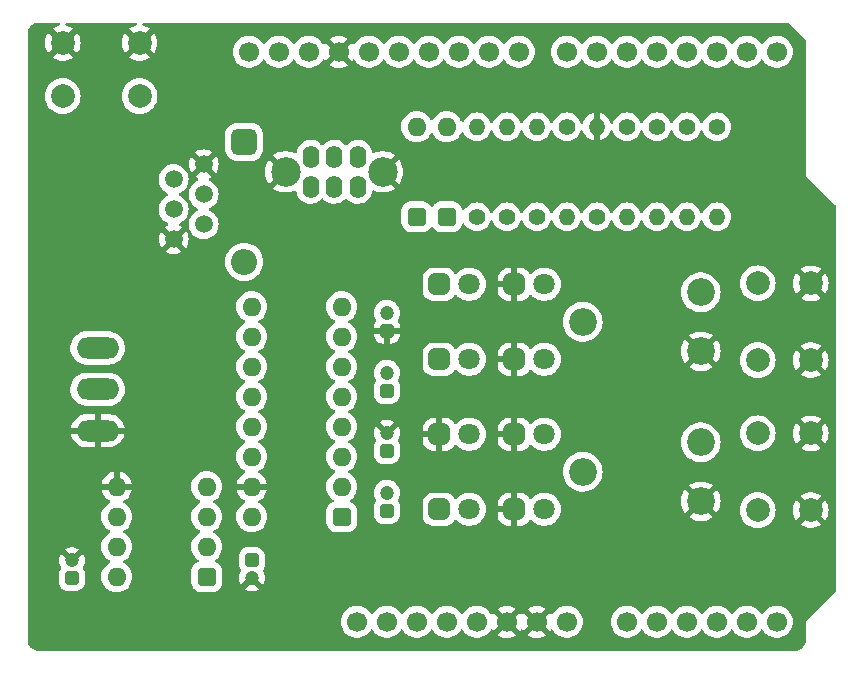
<source format=gbr>
%TF.GenerationSoftware,KiCad,Pcbnew,7.0.9*%
%TF.CreationDate,2023-12-26T23:28:09-05:00*%
%TF.ProjectId,ModbusRTU-Test-Shield,4d6f6462-7573-4525-9455-2d546573742d,0.0.1*%
%TF.SameCoordinates,PX6486dd0PY8062360*%
%TF.FileFunction,Copper,L1,Top*%
%TF.FilePolarity,Positive*%
%FSLAX46Y46*%
G04 Gerber Fmt 4.6, Leading zero omitted, Abs format (unit mm)*
G04 Created by KiCad (PCBNEW 7.0.9) date 2023-12-26 23:28:09*
%MOMM*%
%LPD*%
G01*
G04 APERTURE LIST*
G04 Aperture macros list*
%AMRoundRect*
0 Rectangle with rounded corners*
0 $1 Rounding radius*
0 $2 $3 $4 $5 $6 $7 $8 $9 X,Y pos of 4 corners*
0 Add a 4 corners polygon primitive as box body*
4,1,4,$2,$3,$4,$5,$6,$7,$8,$9,$2,$3,0*
0 Add four circle primitives for the rounded corners*
1,1,$1+$1,$2,$3*
1,1,$1+$1,$4,$5*
1,1,$1+$1,$6,$7*
1,1,$1+$1,$8,$9*
0 Add four rect primitives between the rounded corners*
20,1,$1+$1,$2,$3,$4,$5,0*
20,1,$1+$1,$4,$5,$6,$7,0*
20,1,$1+$1,$6,$7,$8,$9,0*
20,1,$1+$1,$8,$9,$2,$3,0*%
G04 Aperture macros list end*
%TA.AperFunction,ComponentPad*%
%ADD10C,1.700000*%
%TD*%
%TA.AperFunction,ComponentPad*%
%ADD11RoundRect,0.300000X-0.300000X0.300000X-0.300000X-0.300000X0.300000X-0.300000X0.300000X0.300000X0*%
%TD*%
%TA.AperFunction,ComponentPad*%
%ADD12C,1.200000*%
%TD*%
%TA.AperFunction,ComponentPad*%
%ADD13RoundRect,0.300000X0.300000X-0.300000X0.300000X0.300000X-0.300000X0.300000X-0.300000X-0.300000X0*%
%TD*%
%TA.AperFunction,ComponentPad*%
%ADD14C,2.000000*%
%TD*%
%TA.AperFunction,ComponentPad*%
%ADD15RoundRect,0.450000X-0.450000X-0.450000X0.450000X-0.450000X0.450000X0.450000X-0.450000X0.450000X0*%
%TD*%
%TA.AperFunction,ComponentPad*%
%ADD16C,1.800000*%
%TD*%
%TA.AperFunction,ComponentPad*%
%ADD17C,1.400000*%
%TD*%
%TA.AperFunction,ComponentPad*%
%ADD18O,1.400000X1.400000*%
%TD*%
%TA.AperFunction,ComponentPad*%
%ADD19RoundRect,0.400000X0.400000X0.400000X-0.400000X0.400000X-0.400000X-0.400000X0.400000X-0.400000X0*%
%TD*%
%TA.AperFunction,ComponentPad*%
%ADD20O,1.600000X1.600000*%
%TD*%
%TA.AperFunction,ComponentPad*%
%ADD21RoundRect,0.400000X0.400000X-0.400000X0.400000X0.400000X-0.400000X0.400000X-0.400000X-0.400000X0*%
%TD*%
%TA.AperFunction,ComponentPad*%
%ADD22O,3.600000X1.800000*%
%TD*%
%TA.AperFunction,ComponentPad*%
%ADD23O,1.400000X1.900000*%
%TD*%
%TA.AperFunction,ComponentPad*%
%ADD24C,2.500000*%
%TD*%
%TA.AperFunction,ComponentPad*%
%ADD25C,2.340000*%
%TD*%
%TA.AperFunction,ComponentPad*%
%ADD26RoundRect,0.550000X-0.550000X0.550000X-0.550000X-0.550000X0.550000X-0.550000X0.550000X0.550000X0*%
%TD*%
%TA.AperFunction,ComponentPad*%
%ADD27O,2.200000X2.200000*%
%TD*%
%TA.AperFunction,ComponentPad*%
%ADD28C,1.520000*%
%TD*%
G04 APERTURE END LIST*
D10*
%TO.P,J3,1,BOOT*%
%TO.N,unconnected-(J3-BOOT-Pad1)*%
X27940000Y2540000D03*
%TO.P,J3,2,IOREF*%
%TO.N,/IOREF*%
X30480000Y2540000D03*
%TO.P,J3,3,RESET*%
%TO.N,/RESET*%
X33020000Y2540000D03*
%TO.P,J3,4,3.3V*%
%TO.N,unconnected-(J3-3.3V-Pad4)*%
X35560000Y2540000D03*
%TO.P,J3,5,5V*%
%TO.N,+5V*%
X38100000Y2540000D03*
%TO.P,J3,6,GND*%
%TO.N,GND*%
X40640000Y2540000D03*
%TO.P,J3,7,GND*%
X43180000Y2540000D03*
%TO.P,J3,8,VIN*%
%TO.N,unconnected-(J3-VIN-Pad8)*%
X45720000Y2540000D03*
%TD*%
%TO.P,J4,1,A0*%
%TO.N,/POT1*%
X50800000Y2540000D03*
%TO.P,J4,2,A1*%
%TO.N,/POT2*%
X53340000Y2540000D03*
%TO.P,J4,3,A2*%
%TO.N,unconnected-(J4-A2-Pad3)*%
X55880000Y2540000D03*
%TO.P,J4,4,A3*%
%TO.N,unconnected-(J4-A3-Pad4)*%
X58420000Y2540000D03*
%TO.P,J4,5,A4*%
%TO.N,unconnected-(J4-A4-Pad5)*%
X60960000Y2540000D03*
%TO.P,J4,6,A5*%
%TO.N,unconnected-(J4-A5-Pad6)*%
X63500000Y2540000D03*
%TD*%
%TO.P,J2,1,8*%
%TO.N,/LED4*%
X41656000Y50800000D03*
%TO.P,J2,2,9*%
%TO.N,unconnected-(J2-9-Pad2)*%
X39116000Y50800000D03*
%TO.P,J2,3,10*%
%TO.N,/SOFT_RX*%
X36576000Y50800000D03*
%TO.P,J2,4,11*%
%TO.N,/SOFT_TX*%
X34036000Y50800000D03*
%TO.P,J2,5,12*%
%TO.N,unconnected-(J2-12-Pad5)*%
X31496000Y50800000D03*
%TO.P,J2,6,13*%
%TO.N,/DE*%
X28956000Y50800000D03*
%TO.P,J2,7,GND*%
%TO.N,GND*%
X26416000Y50800000D03*
%TO.P,J2,8,AREF*%
%TO.N,unconnected-(J2-AREF-Pad8)*%
X23876000Y50800000D03*
%TO.P,J2,9,SDA*%
%TO.N,unconnected-(J2-SDA-Pad9)*%
X21336000Y50800000D03*
%TO.P,J2,10,SCL*%
%TO.N,unconnected-(J2-SCL-Pad10)*%
X18796000Y50800000D03*
%TD*%
%TO.P,J1,1,RX\u21900*%
%TO.N,/HARD_RX*%
X63500000Y50800000D03*
%TO.P,J1,2,TX\u21921*%
%TO.N,/HARD_TX*%
X60960000Y50800000D03*
%TO.P,J1,3,2*%
%TO.N,/BUTTON1*%
X58420000Y50800000D03*
%TO.P,J1,4,3*%
%TO.N,/BUTTON2*%
X55880000Y50800000D03*
%TO.P,J1,5,4*%
%TO.N,unconnected-(J1-4-Pad5)*%
X53340000Y50800000D03*
%TO.P,J1,6,5*%
%TO.N,/LED1*%
X50800000Y50800000D03*
%TO.P,J1,7,6*%
%TO.N,/LED2*%
X48260000Y50800000D03*
%TO.P,J1,8,7*%
%TO.N,/LED3*%
X45720000Y50800000D03*
%TD*%
D11*
%TO.P,C2,1*%
%TO.N,+5V*%
X19050000Y7735000D03*
D12*
%TO.P,C2,2*%
%TO.N,GND*%
X19050000Y6235000D03*
%TD*%
D13*
%TO.P,C4,1*%
%TO.N,Net-(U2-C1+)*%
X30480000Y11950000D03*
D12*
%TO.P,C4,2*%
%TO.N,Net-(U2-C1-)*%
X30480000Y13450000D03*
%TD*%
D14*
%TO.P,SW1,1,1*%
%TO.N,/BUTTON1*%
X61885000Y11990000D03*
X61885000Y18490000D03*
%TO.P,SW1,2,2*%
%TO.N,GND*%
X66385000Y11990000D03*
X66385000Y18490000D03*
%TD*%
%TO.P,SW2,1,1*%
%TO.N,/BUTTON2*%
X61885000Y24690000D03*
X61885000Y31190000D03*
%TO.P,SW2,2,2*%
%TO.N,GND*%
X66385000Y24690000D03*
X66385000Y31190000D03*
%TD*%
D15*
%TO.P,D5,1,K*%
%TO.N,Net-(D5-K)*%
X34925000Y12065000D03*
D16*
%TO.P,D5,2,A*%
%TO.N,+5V*%
X37465000Y12065000D03*
%TD*%
D15*
%TO.P,D6,1,K*%
%TO.N,GND*%
X34925000Y18415000D03*
D16*
%TO.P,D6,2,A*%
%TO.N,Net-(D6-A)*%
X37465000Y18415000D03*
%TD*%
D17*
%TO.P,R2,1*%
%TO.N,/LED2*%
X55880000Y44450000D03*
D18*
%TO.P,R2,2*%
%TO.N,Net-(D2-A)*%
X55880000Y36830000D03*
%TD*%
D19*
%TO.P,U1,1,RO*%
%TO.N,Net-(D9-K)*%
X15240000Y6350000D03*
D20*
%TO.P,U1,2,~{RE}*%
%TO.N,/DE*%
X15240000Y8890000D03*
%TO.P,U1,3,DE*%
X15240000Y11430000D03*
%TO.P,U1,4,DI*%
%TO.N,/TX*%
X15240000Y13970000D03*
%TO.P,U1,5,GND*%
%TO.N,GND*%
X7620000Y13970000D03*
%TO.P,U1,6,A*%
%TO.N,/RS485_D+*%
X7620000Y11430000D03*
%TO.P,U1,7,B*%
%TO.N,/RS485_D-*%
X7620000Y8890000D03*
%TO.P,U1,8,VCC*%
%TO.N,+5V*%
X7620000Y6350000D03*
%TD*%
D21*
%TO.P,D10,1,K*%
%TO.N,Net-(D10-K)*%
X33020000Y36830000D03*
D20*
%TO.P,D10,2,A*%
%TO.N,/RX*%
X33020000Y44450000D03*
%TD*%
D22*
%TO.P,J5,1,Pin_1*%
%TO.N,/RS485_D+*%
X6000000Y25725000D03*
%TO.P,J5,2,Pin_2*%
%TO.N,/RS485_D-*%
X6000000Y22225000D03*
%TO.P,J5,3,Pin_3*%
%TO.N,GND*%
X6000000Y18725000D03*
%TD*%
D17*
%TO.P,R3,1*%
%TO.N,/LED3*%
X53340000Y44450000D03*
D18*
%TO.P,R3,2*%
%TO.N,Net-(D3-A)*%
X53340000Y36830000D03*
%TD*%
D17*
%TO.P,R1,1*%
%TO.N,/LED1*%
X58420000Y44450000D03*
D18*
%TO.P,R1,2*%
%TO.N,Net-(D1-A)*%
X58420000Y36830000D03*
%TD*%
D15*
%TO.P,D3,1,K*%
%TO.N,GND*%
X41275000Y24765000D03*
D16*
%TO.P,D3,2,A*%
%TO.N,Net-(D3-A)*%
X43815000Y24765000D03*
%TD*%
D13*
%TO.P,C6,1*%
%TO.N,Net-(U2-C2+)*%
X30480000Y22110000D03*
D12*
%TO.P,C6,2*%
%TO.N,Net-(U2-C2-)*%
X30480000Y23610000D03*
%TD*%
D23*
%TO.P,SW4,1,A*%
%TO.N,/HARD_RX*%
X28035000Y39390000D03*
%TO.P,SW4,2,B*%
%TO.N,/RX*%
X26035000Y39390000D03*
%TO.P,SW4,3,C*%
%TO.N,/SOFT_RX*%
X24035000Y39390000D03*
%TO.P,SW4,4,A*%
%TO.N,/HARD_TX*%
X28035000Y41890000D03*
%TO.P,SW4,5,B*%
%TO.N,/TX*%
X26035000Y41890000D03*
%TO.P,SW4,6,C*%
%TO.N,/SOFT_TX*%
X24035000Y41890000D03*
D24*
%TO.P,SW4,MP,MountPin*%
%TO.N,GND*%
X30135000Y40640000D03*
X21935000Y40640000D03*
%TD*%
D21*
%TO.P,D9,1,K*%
%TO.N,Net-(D9-K)*%
X35560000Y36830000D03*
D20*
%TO.P,D9,2,A*%
%TO.N,/RX*%
X35560000Y44450000D03*
%TD*%
D25*
%TO.P,RV1,1,1*%
%TO.N,/IOREF*%
X57070000Y17740000D03*
%TO.P,RV1,2,2*%
%TO.N,/POT1*%
X47070000Y15240000D03*
%TO.P,RV1,3,3*%
%TO.N,GND*%
X57070000Y12740000D03*
%TD*%
D26*
%TO.P,D11,1,K*%
%TO.N,+5V*%
X18415000Y43180000D03*
D27*
%TO.P,D11,2,A*%
%TO.N,Net-(D11-A)*%
X18415000Y33020000D03*
%TD*%
D15*
%TO.P,D2,1,K*%
%TO.N,GND*%
X41275000Y18415000D03*
D16*
%TO.P,D2,2,A*%
%TO.N,Net-(D2-A)*%
X43815000Y18415000D03*
%TD*%
D28*
%TO.P,J6,1*%
%TO.N,GND*%
X14970000Y41270000D03*
%TO.P,J6,2*%
%TO.N,+5V*%
X12430000Y40000000D03*
%TO.P,J6,3*%
%TO.N,/RS232_RX*%
X14970000Y38730000D03*
%TO.P,J6,4*%
%TO.N,/RS232_TX*%
X12430000Y37460000D03*
%TO.P,J6,5*%
%TO.N,Net-(D11-A)*%
X14970000Y36190000D03*
%TO.P,J6,6*%
%TO.N,GND*%
X12430000Y34920000D03*
%TD*%
D17*
%TO.P,R4,1*%
%TO.N,/LED4*%
X50800000Y44450000D03*
D18*
%TO.P,R4,2*%
%TO.N,Net-(D4-A)*%
X50800000Y36830000D03*
%TD*%
D15*
%TO.P,D7,1,K*%
%TO.N,Net-(D7-K)*%
X34925000Y24765000D03*
D16*
%TO.P,D7,2,A*%
%TO.N,/IOREF*%
X37465000Y24765000D03*
%TD*%
D15*
%TO.P,D8,1,K*%
%TO.N,Net-(D8-K)*%
X34925000Y31115000D03*
D16*
%TO.P,D8,2,A*%
%TO.N,/IOREF*%
X37465000Y31115000D03*
%TD*%
D17*
%TO.P,R9,1*%
%TO.N,/IOREF*%
X38100000Y36830000D03*
D18*
%TO.P,R9,2*%
%TO.N,/RX*%
X38100000Y44450000D03*
%TD*%
D25*
%TO.P,RV2,1,1*%
%TO.N,/IOREF*%
X57070000Y30440000D03*
%TO.P,RV2,2,2*%
%TO.N,/POT2*%
X47070000Y27940000D03*
%TO.P,RV2,3,3*%
%TO.N,GND*%
X57070000Y25440000D03*
%TD*%
D15*
%TO.P,D4,1,K*%
%TO.N,GND*%
X41275000Y31115000D03*
D16*
%TO.P,D4,2,A*%
%TO.N,Net-(D4-A)*%
X43815000Y31115000D03*
%TD*%
D13*
%TO.P,C5,1*%
%TO.N,GND*%
X30480000Y27190000D03*
D12*
%TO.P,C5,2*%
%TO.N,Net-(U2-VS-)*%
X30480000Y28690000D03*
%TD*%
D17*
%TO.P,R6,1*%
%TO.N,/DE*%
X45720000Y44450000D03*
D18*
%TO.P,R6,2*%
%TO.N,Net-(D6-A)*%
X45720000Y36830000D03*
%TD*%
D17*
%TO.P,R7,1*%
%TO.N,Net-(D7-K)*%
X43180000Y36830000D03*
D18*
%TO.P,R7,2*%
%TO.N,/TX*%
X43180000Y44450000D03*
%TD*%
D13*
%TO.P,C3,1*%
%TO.N,Net-(U2-VS+)*%
X30480000Y17030000D03*
D12*
%TO.P,C3,2*%
%TO.N,GND*%
X30480000Y18530000D03*
%TD*%
D14*
%TO.P,SW3,1,1*%
%TO.N,/RESET*%
X9550000Y47050000D03*
X3050000Y47050000D03*
%TO.P,SW3,2,2*%
%TO.N,GND*%
X9550000Y51550000D03*
X3050000Y51550000D03*
%TD*%
D19*
%TO.P,U2,1,C1+*%
%TO.N,Net-(U2-C1+)*%
X26670000Y11430000D03*
D20*
%TO.P,U2,2,VS+*%
%TO.N,Net-(U2-VS+)*%
X26670000Y13970000D03*
%TO.P,U2,3,C1-*%
%TO.N,Net-(U2-C1-)*%
X26670000Y16510000D03*
%TO.P,U2,4,C2+*%
%TO.N,Net-(U2-C2+)*%
X26670000Y19050000D03*
%TO.P,U2,5,C2-*%
%TO.N,Net-(U2-C2-)*%
X26670000Y21590000D03*
%TO.P,U2,6,VS-*%
%TO.N,Net-(U2-VS-)*%
X26670000Y24130000D03*
%TO.P,U2,7,T2OUT*%
%TO.N,unconnected-(U2-T2OUT-Pad7)*%
X26670000Y26670000D03*
%TO.P,U2,8,R2IN*%
%TO.N,unconnected-(U2-R2IN-Pad8)*%
X26670000Y29210000D03*
%TO.P,U2,9,R2OUT*%
%TO.N,unconnected-(U2-R2OUT-Pad9)*%
X19050000Y29210000D03*
%TO.P,U2,10,T2IN*%
%TO.N,unconnected-(U2-T2IN-Pad10)*%
X19050000Y26670000D03*
%TO.P,U2,11,T1IN*%
%TO.N,/TX*%
X19050000Y24130000D03*
%TO.P,U2,12,R1OUT*%
%TO.N,Net-(D10-K)*%
X19050000Y21590000D03*
%TO.P,U2,13,R1IN*%
%TO.N,/RS232_RX*%
X19050000Y19050000D03*
%TO.P,U2,14,T1OUT*%
%TO.N,/RS232_TX*%
X19050000Y16510000D03*
%TO.P,U2,15,GND*%
%TO.N,GND*%
X19050000Y13970000D03*
%TO.P,U2,16,VCC*%
%TO.N,+5V*%
X19050000Y11430000D03*
%TD*%
D17*
%TO.P,R8,1*%
%TO.N,Net-(D8-K)*%
X40640000Y36830000D03*
D18*
%TO.P,R8,2*%
%TO.N,/RX*%
X40640000Y44450000D03*
%TD*%
D15*
%TO.P,D1,1,K*%
%TO.N,GND*%
X41275000Y12065000D03*
D16*
%TO.P,D1,2,A*%
%TO.N,Net-(D1-A)*%
X43815000Y12065000D03*
%TD*%
D17*
%TO.P,R5,1*%
%TO.N,Net-(D5-K)*%
X48260000Y36830000D03*
D18*
%TO.P,R5,2*%
%TO.N,GND*%
X48260000Y44450000D03*
%TD*%
D13*
%TO.P,C1,1*%
%TO.N,+5V*%
X3810000Y6235000D03*
D12*
%TO.P,C1,2*%
%TO.N,GND*%
X3810000Y7735000D03*
%TD*%
%TA.AperFunction,Conductor*%
%TO.N,GND*%
G36*
X2781714Y53244815D02*
G01*
X2827469Y53192011D01*
X2837413Y53122853D01*
X2808388Y53059297D01*
X2749610Y53021523D01*
X2735085Y53018191D01*
X2680506Y53009084D01*
X2445396Y52928370D01*
X2445390Y52928368D01*
X2226761Y52810051D01*
X2179942Y52773612D01*
X2179942Y52773610D01*
X2878431Y52075122D01*
X2761542Y52024349D01*
X2644261Y51928934D01*
X2557072Y51805415D01*
X2526645Y51719803D01*
X1826564Y52419884D01*
X1726267Y52266368D01*
X1626412Y52038718D01*
X1565387Y51797739D01*
X1565385Y51797730D01*
X1544859Y51550006D01*
X1544859Y51549995D01*
X1565385Y51302271D01*
X1565387Y51302262D01*
X1626412Y51061283D01*
X1726266Y50833636D01*
X1826564Y50680118D01*
X2524070Y51377624D01*
X2526884Y51364085D01*
X2596442Y51229844D01*
X2699638Y51119348D01*
X2828819Y51040791D01*
X2880002Y51026451D01*
X2179942Y50326391D01*
X2226768Y50289945D01*
X2226770Y50289944D01*
X2445385Y50171636D01*
X2445396Y50171631D01*
X2680506Y50090917D01*
X2925707Y50050000D01*
X3174293Y50050000D01*
X3419493Y50090917D01*
X3654603Y50171631D01*
X3654614Y50171636D01*
X3873228Y50289943D01*
X3873231Y50289945D01*
X3920056Y50326391D01*
X3221568Y51024879D01*
X3338458Y51075651D01*
X3455739Y51171066D01*
X3542928Y51294585D01*
X3573354Y51380198D01*
X4273434Y50680118D01*
X4373731Y50833631D01*
X4473587Y51061283D01*
X4534612Y51302262D01*
X4534614Y51302271D01*
X4555141Y51549995D01*
X4555141Y51550006D01*
X4534614Y51797730D01*
X4534612Y51797739D01*
X4473587Y52038718D01*
X4373731Y52266370D01*
X4273434Y52419884D01*
X3575929Y51722378D01*
X3573116Y51735915D01*
X3503558Y51870156D01*
X3400362Y51980652D01*
X3271181Y52059209D01*
X3219997Y52073550D01*
X3920057Y52773610D01*
X3920056Y52773611D01*
X3873229Y52810057D01*
X3654614Y52928365D01*
X3654603Y52928370D01*
X3419493Y53009084D01*
X3364915Y53018191D01*
X3302030Y53048642D01*
X3265590Y53108256D01*
X3267166Y53178108D01*
X3306256Y53236020D01*
X3370450Y53263605D01*
X3385325Y53264500D01*
X9214675Y53264500D01*
X9281714Y53244815D01*
X9327469Y53192011D01*
X9337413Y53122853D01*
X9308388Y53059297D01*
X9249610Y53021523D01*
X9235085Y53018191D01*
X9180506Y53009084D01*
X8945396Y52928370D01*
X8945390Y52928368D01*
X8726761Y52810051D01*
X8679942Y52773612D01*
X8679942Y52773610D01*
X9378431Y52075122D01*
X9261542Y52024349D01*
X9144261Y51928934D01*
X9057072Y51805415D01*
X9026645Y51719803D01*
X8326564Y52419884D01*
X8226267Y52266368D01*
X8126412Y52038718D01*
X8065387Y51797739D01*
X8065385Y51797730D01*
X8044859Y51550006D01*
X8044859Y51549995D01*
X8065385Y51302271D01*
X8065387Y51302262D01*
X8126412Y51061283D01*
X8226266Y50833636D01*
X8326564Y50680118D01*
X9024070Y51377624D01*
X9026884Y51364085D01*
X9096442Y51229844D01*
X9199638Y51119348D01*
X9328819Y51040791D01*
X9380002Y51026451D01*
X8679942Y50326391D01*
X8726768Y50289945D01*
X8726770Y50289944D01*
X8945385Y50171636D01*
X8945396Y50171631D01*
X9180506Y50090917D01*
X9425707Y50050000D01*
X9674293Y50050000D01*
X9919493Y50090917D01*
X10154603Y50171631D01*
X10154614Y50171636D01*
X10373228Y50289943D01*
X10373231Y50289945D01*
X10420056Y50326391D01*
X9721568Y51024879D01*
X9838458Y51075651D01*
X9955739Y51171066D01*
X10042928Y51294585D01*
X10073354Y51380198D01*
X10773434Y50680118D01*
X10851755Y50799995D01*
X17432844Y50799995D01*
X17451434Y50575641D01*
X17451436Y50575629D01*
X17506703Y50357386D01*
X17597140Y50151208D01*
X17720276Y49962735D01*
X17720284Y49962724D01*
X17872756Y49797098D01*
X17872760Y49797094D01*
X18050424Y49658811D01*
X18050425Y49658811D01*
X18050427Y49658809D01*
X18110314Y49626400D01*
X18248426Y49551658D01*
X18461365Y49478556D01*
X18683431Y49441500D01*
X18908569Y49441500D01*
X19130635Y49478556D01*
X19343574Y49551658D01*
X19541576Y49658811D01*
X19719240Y49797094D01*
X19871722Y49962732D01*
X19962193Y50101210D01*
X20015338Y50146563D01*
X20084569Y50155987D01*
X20147905Y50126485D01*
X20169804Y50101213D01*
X20260278Y49962732D01*
X20260283Y49962727D01*
X20260284Y49962724D01*
X20412756Y49797098D01*
X20412760Y49797094D01*
X20590424Y49658811D01*
X20590425Y49658811D01*
X20590427Y49658809D01*
X20650314Y49626400D01*
X20788426Y49551658D01*
X21001365Y49478556D01*
X21223431Y49441500D01*
X21448569Y49441500D01*
X21670635Y49478556D01*
X21883574Y49551658D01*
X22081576Y49658811D01*
X22259240Y49797094D01*
X22411722Y49962732D01*
X22502193Y50101210D01*
X22555338Y50146563D01*
X22624569Y50155987D01*
X22687905Y50126485D01*
X22709804Y50101213D01*
X22800278Y49962732D01*
X22800283Y49962727D01*
X22800284Y49962724D01*
X22952756Y49797098D01*
X22952760Y49797094D01*
X23130424Y49658811D01*
X23130425Y49658811D01*
X23130427Y49658809D01*
X23190314Y49626400D01*
X23328426Y49551658D01*
X23541365Y49478556D01*
X23763431Y49441500D01*
X23988569Y49441500D01*
X24210635Y49478556D01*
X24423574Y49551658D01*
X24621576Y49658811D01*
X24799240Y49797094D01*
X24951722Y49962732D01*
X25045749Y50106653D01*
X25098894Y50152006D01*
X25168125Y50161430D01*
X25231461Y50131928D01*
X25251131Y50109951D01*
X25301072Y50038627D01*
X25301073Y50038627D01*
X25932923Y50670477D01*
X25956507Y50590156D01*
X26034239Y50469202D01*
X26142900Y50375048D01*
X26273685Y50315320D01*
X26283466Y50313914D01*
X25654625Y49685075D01*
X25738421Y49626401D01*
X25952507Y49526571D01*
X25952516Y49526567D01*
X26180673Y49465433D01*
X26180684Y49465431D01*
X26415998Y49444843D01*
X26416002Y49444843D01*
X26651315Y49465431D01*
X26651326Y49465433D01*
X26879483Y49526567D01*
X26879492Y49526571D01*
X27093578Y49626400D01*
X27093582Y49626402D01*
X27177373Y49685074D01*
X27177373Y49685075D01*
X26548533Y50313914D01*
X26558315Y50315320D01*
X26689100Y50375048D01*
X26797761Y50469202D01*
X26875493Y50590156D01*
X26899076Y50670476D01*
X27530925Y50038627D01*
X27580868Y50109952D01*
X27635445Y50153576D01*
X27704944Y50160769D01*
X27767298Y50129247D01*
X27786251Y50106650D01*
X27880276Y49962735D01*
X27880284Y49962724D01*
X28032756Y49797098D01*
X28032760Y49797094D01*
X28210424Y49658811D01*
X28210425Y49658811D01*
X28210427Y49658809D01*
X28270314Y49626400D01*
X28408426Y49551658D01*
X28621365Y49478556D01*
X28843431Y49441500D01*
X29068569Y49441500D01*
X29290635Y49478556D01*
X29503574Y49551658D01*
X29701576Y49658811D01*
X29879240Y49797094D01*
X30031722Y49962732D01*
X30122193Y50101210D01*
X30175338Y50146563D01*
X30244569Y50155987D01*
X30307905Y50126485D01*
X30329804Y50101213D01*
X30420278Y49962732D01*
X30420283Y49962727D01*
X30420284Y49962724D01*
X30572756Y49797098D01*
X30572760Y49797094D01*
X30750424Y49658811D01*
X30750425Y49658811D01*
X30750427Y49658809D01*
X30810314Y49626400D01*
X30948426Y49551658D01*
X31161365Y49478556D01*
X31383431Y49441500D01*
X31608569Y49441500D01*
X31830635Y49478556D01*
X32043574Y49551658D01*
X32241576Y49658811D01*
X32419240Y49797094D01*
X32571722Y49962732D01*
X32662193Y50101210D01*
X32715338Y50146563D01*
X32784569Y50155987D01*
X32847905Y50126485D01*
X32869804Y50101213D01*
X32960278Y49962732D01*
X32960283Y49962727D01*
X32960284Y49962724D01*
X33112756Y49797098D01*
X33112760Y49797094D01*
X33290424Y49658811D01*
X33290425Y49658811D01*
X33290427Y49658809D01*
X33350314Y49626400D01*
X33488426Y49551658D01*
X33701365Y49478556D01*
X33923431Y49441500D01*
X34148569Y49441500D01*
X34370635Y49478556D01*
X34583574Y49551658D01*
X34781576Y49658811D01*
X34959240Y49797094D01*
X35111722Y49962732D01*
X35202193Y50101210D01*
X35255338Y50146563D01*
X35324569Y50155987D01*
X35387905Y50126485D01*
X35409804Y50101213D01*
X35500278Y49962732D01*
X35500283Y49962727D01*
X35500284Y49962724D01*
X35652756Y49797098D01*
X35652760Y49797094D01*
X35830424Y49658811D01*
X35830425Y49658811D01*
X35830427Y49658809D01*
X35890314Y49626400D01*
X36028426Y49551658D01*
X36241365Y49478556D01*
X36463431Y49441500D01*
X36688569Y49441500D01*
X36910635Y49478556D01*
X37123574Y49551658D01*
X37321576Y49658811D01*
X37499240Y49797094D01*
X37651722Y49962732D01*
X37742193Y50101210D01*
X37795338Y50146563D01*
X37864569Y50155987D01*
X37927905Y50126485D01*
X37949804Y50101213D01*
X38040278Y49962732D01*
X38040283Y49962727D01*
X38040284Y49962724D01*
X38192756Y49797098D01*
X38192760Y49797094D01*
X38370424Y49658811D01*
X38370425Y49658811D01*
X38370427Y49658809D01*
X38430314Y49626400D01*
X38568426Y49551658D01*
X38781365Y49478556D01*
X39003431Y49441500D01*
X39228569Y49441500D01*
X39450635Y49478556D01*
X39663574Y49551658D01*
X39861576Y49658811D01*
X40039240Y49797094D01*
X40191722Y49962732D01*
X40282193Y50101210D01*
X40335338Y50146563D01*
X40404569Y50155987D01*
X40467905Y50126485D01*
X40489804Y50101213D01*
X40580278Y49962732D01*
X40580283Y49962727D01*
X40580284Y49962724D01*
X40732756Y49797098D01*
X40732760Y49797094D01*
X40910424Y49658811D01*
X40910425Y49658811D01*
X40910427Y49658809D01*
X40970314Y49626400D01*
X41108426Y49551658D01*
X41321365Y49478556D01*
X41543431Y49441500D01*
X41768569Y49441500D01*
X41990635Y49478556D01*
X42203574Y49551658D01*
X42401576Y49658811D01*
X42579240Y49797094D01*
X42731722Y49962732D01*
X42854860Y50151209D01*
X42945296Y50357384D01*
X43000564Y50575632D01*
X43019156Y50799995D01*
X44356844Y50799995D01*
X44375434Y50575641D01*
X44375436Y50575629D01*
X44430703Y50357386D01*
X44521140Y50151208D01*
X44644276Y49962735D01*
X44644284Y49962724D01*
X44796756Y49797098D01*
X44796760Y49797094D01*
X44974424Y49658811D01*
X44974425Y49658811D01*
X44974427Y49658809D01*
X45034314Y49626400D01*
X45172426Y49551658D01*
X45385365Y49478556D01*
X45607431Y49441500D01*
X45832569Y49441500D01*
X46054635Y49478556D01*
X46267574Y49551658D01*
X46465576Y49658811D01*
X46643240Y49797094D01*
X46795722Y49962732D01*
X46886193Y50101210D01*
X46939338Y50146563D01*
X47008569Y50155987D01*
X47071905Y50126485D01*
X47093804Y50101213D01*
X47184278Y49962732D01*
X47184283Y49962727D01*
X47184284Y49962724D01*
X47336756Y49797098D01*
X47336760Y49797094D01*
X47514424Y49658811D01*
X47514425Y49658811D01*
X47514427Y49658809D01*
X47574314Y49626400D01*
X47712426Y49551658D01*
X47925365Y49478556D01*
X48147431Y49441500D01*
X48372569Y49441500D01*
X48594635Y49478556D01*
X48807574Y49551658D01*
X49005576Y49658811D01*
X49183240Y49797094D01*
X49335722Y49962732D01*
X49426193Y50101210D01*
X49479338Y50146563D01*
X49548569Y50155987D01*
X49611905Y50126485D01*
X49633804Y50101213D01*
X49724278Y49962732D01*
X49724283Y49962727D01*
X49724284Y49962724D01*
X49876756Y49797098D01*
X49876760Y49797094D01*
X50054424Y49658811D01*
X50054425Y49658811D01*
X50054427Y49658809D01*
X50114314Y49626400D01*
X50252426Y49551658D01*
X50465365Y49478556D01*
X50687431Y49441500D01*
X50912569Y49441500D01*
X51134635Y49478556D01*
X51347574Y49551658D01*
X51545576Y49658811D01*
X51723240Y49797094D01*
X51875722Y49962732D01*
X51966193Y50101210D01*
X52019338Y50146563D01*
X52088569Y50155987D01*
X52151905Y50126485D01*
X52173804Y50101213D01*
X52264278Y49962732D01*
X52264283Y49962727D01*
X52264284Y49962724D01*
X52416756Y49797098D01*
X52416760Y49797094D01*
X52594424Y49658811D01*
X52594425Y49658811D01*
X52594427Y49658809D01*
X52654314Y49626400D01*
X52792426Y49551658D01*
X53005365Y49478556D01*
X53227431Y49441500D01*
X53452569Y49441500D01*
X53674635Y49478556D01*
X53887574Y49551658D01*
X54085576Y49658811D01*
X54263240Y49797094D01*
X54415722Y49962732D01*
X54506193Y50101210D01*
X54559338Y50146563D01*
X54628569Y50155987D01*
X54691905Y50126485D01*
X54713804Y50101213D01*
X54804278Y49962732D01*
X54804283Y49962727D01*
X54804284Y49962724D01*
X54956756Y49797098D01*
X54956760Y49797094D01*
X55134424Y49658811D01*
X55134425Y49658811D01*
X55134427Y49658809D01*
X55194314Y49626400D01*
X55332426Y49551658D01*
X55545365Y49478556D01*
X55767431Y49441500D01*
X55992569Y49441500D01*
X56214635Y49478556D01*
X56427574Y49551658D01*
X56625576Y49658811D01*
X56803240Y49797094D01*
X56955722Y49962732D01*
X57046193Y50101210D01*
X57099338Y50146563D01*
X57168569Y50155987D01*
X57231905Y50126485D01*
X57253804Y50101213D01*
X57344278Y49962732D01*
X57344283Y49962727D01*
X57344284Y49962724D01*
X57496756Y49797098D01*
X57496760Y49797094D01*
X57674424Y49658811D01*
X57674425Y49658811D01*
X57674427Y49658809D01*
X57734314Y49626400D01*
X57872426Y49551658D01*
X58085365Y49478556D01*
X58307431Y49441500D01*
X58532569Y49441500D01*
X58754635Y49478556D01*
X58967574Y49551658D01*
X59165576Y49658811D01*
X59343240Y49797094D01*
X59495722Y49962732D01*
X59586193Y50101210D01*
X59639338Y50146563D01*
X59708569Y50155987D01*
X59771905Y50126485D01*
X59793804Y50101213D01*
X59884278Y49962732D01*
X59884283Y49962727D01*
X59884284Y49962724D01*
X60036756Y49797098D01*
X60036760Y49797094D01*
X60214424Y49658811D01*
X60214425Y49658811D01*
X60214427Y49658809D01*
X60274314Y49626400D01*
X60412426Y49551658D01*
X60625365Y49478556D01*
X60847431Y49441500D01*
X61072569Y49441500D01*
X61294635Y49478556D01*
X61507574Y49551658D01*
X61705576Y49658811D01*
X61883240Y49797094D01*
X62035722Y49962732D01*
X62126193Y50101210D01*
X62179338Y50146563D01*
X62248569Y50155987D01*
X62311905Y50126485D01*
X62333804Y50101213D01*
X62424278Y49962732D01*
X62424283Y49962727D01*
X62424284Y49962724D01*
X62576756Y49797098D01*
X62576760Y49797094D01*
X62754424Y49658811D01*
X62754425Y49658811D01*
X62754427Y49658809D01*
X62814314Y49626400D01*
X62952426Y49551658D01*
X63165365Y49478556D01*
X63387431Y49441500D01*
X63612569Y49441500D01*
X63834635Y49478556D01*
X64047574Y49551658D01*
X64245576Y49658811D01*
X64423240Y49797094D01*
X64575722Y49962732D01*
X64698860Y50151209D01*
X64789296Y50357384D01*
X64844564Y50575632D01*
X64863156Y50800000D01*
X64860369Y50833631D01*
X64844565Y51024360D01*
X64844563Y51024372D01*
X64807415Y51171066D01*
X64789296Y51242616D01*
X64698860Y51448791D01*
X64686262Y51468073D01*
X64575723Y51637266D01*
X64575715Y51637277D01*
X64423243Y51802903D01*
X64423238Y51802908D01*
X64245577Y51941188D01*
X64245572Y51941192D01*
X64047580Y52048339D01*
X64047577Y52048341D01*
X64047574Y52048342D01*
X64047571Y52048343D01*
X64047569Y52048344D01*
X63834637Y52121444D01*
X63612569Y52158500D01*
X63387431Y52158500D01*
X63165362Y52121444D01*
X62952430Y52048344D01*
X62952419Y52048339D01*
X62754427Y51941192D01*
X62754422Y51941188D01*
X62576761Y51802908D01*
X62576756Y51802903D01*
X62424284Y51637277D01*
X62424276Y51637266D01*
X62333808Y51498794D01*
X62280662Y51453438D01*
X62211431Y51444014D01*
X62148095Y51473516D01*
X62126192Y51498794D01*
X62035723Y51637266D01*
X62035715Y51637277D01*
X61883243Y51802903D01*
X61883238Y51802908D01*
X61705577Y51941188D01*
X61705572Y51941192D01*
X61507580Y52048339D01*
X61507577Y52048341D01*
X61507574Y52048342D01*
X61507571Y52048343D01*
X61507569Y52048344D01*
X61294637Y52121444D01*
X61072569Y52158500D01*
X60847431Y52158500D01*
X60625362Y52121444D01*
X60412430Y52048344D01*
X60412419Y52048339D01*
X60214427Y51941192D01*
X60214422Y51941188D01*
X60036761Y51802908D01*
X60036756Y51802903D01*
X59884284Y51637277D01*
X59884276Y51637266D01*
X59793808Y51498794D01*
X59740662Y51453438D01*
X59671431Y51444014D01*
X59608095Y51473516D01*
X59586192Y51498794D01*
X59495723Y51637266D01*
X59495715Y51637277D01*
X59343243Y51802903D01*
X59343238Y51802908D01*
X59165577Y51941188D01*
X59165572Y51941192D01*
X58967580Y52048339D01*
X58967577Y52048341D01*
X58967574Y52048342D01*
X58967571Y52048343D01*
X58967569Y52048344D01*
X58754637Y52121444D01*
X58532569Y52158500D01*
X58307431Y52158500D01*
X58085362Y52121444D01*
X57872430Y52048344D01*
X57872419Y52048339D01*
X57674427Y51941192D01*
X57674422Y51941188D01*
X57496761Y51802908D01*
X57496756Y51802903D01*
X57344284Y51637277D01*
X57344276Y51637266D01*
X57253808Y51498794D01*
X57200662Y51453438D01*
X57131431Y51444014D01*
X57068095Y51473516D01*
X57046192Y51498794D01*
X56955723Y51637266D01*
X56955715Y51637277D01*
X56803243Y51802903D01*
X56803238Y51802908D01*
X56625577Y51941188D01*
X56625572Y51941192D01*
X56427580Y52048339D01*
X56427577Y52048341D01*
X56427574Y52048342D01*
X56427571Y52048343D01*
X56427569Y52048344D01*
X56214637Y52121444D01*
X55992569Y52158500D01*
X55767431Y52158500D01*
X55545362Y52121444D01*
X55332430Y52048344D01*
X55332419Y52048339D01*
X55134427Y51941192D01*
X55134422Y51941188D01*
X54956761Y51802908D01*
X54956756Y51802903D01*
X54804284Y51637277D01*
X54804276Y51637266D01*
X54713808Y51498794D01*
X54660662Y51453438D01*
X54591431Y51444014D01*
X54528095Y51473516D01*
X54506192Y51498794D01*
X54415723Y51637266D01*
X54415715Y51637277D01*
X54263243Y51802903D01*
X54263238Y51802908D01*
X54085577Y51941188D01*
X54085572Y51941192D01*
X53887580Y52048339D01*
X53887577Y52048341D01*
X53887574Y52048342D01*
X53887571Y52048343D01*
X53887569Y52048344D01*
X53674637Y52121444D01*
X53452569Y52158500D01*
X53227431Y52158500D01*
X53005362Y52121444D01*
X52792430Y52048344D01*
X52792419Y52048339D01*
X52594427Y51941192D01*
X52594422Y51941188D01*
X52416761Y51802908D01*
X52416756Y51802903D01*
X52264284Y51637277D01*
X52264276Y51637266D01*
X52173808Y51498794D01*
X52120662Y51453438D01*
X52051431Y51444014D01*
X51988095Y51473516D01*
X51966192Y51498794D01*
X51875723Y51637266D01*
X51875715Y51637277D01*
X51723243Y51802903D01*
X51723238Y51802908D01*
X51545577Y51941188D01*
X51545572Y51941192D01*
X51347580Y52048339D01*
X51347577Y52048341D01*
X51347574Y52048342D01*
X51347571Y52048343D01*
X51347569Y52048344D01*
X51134637Y52121444D01*
X50912569Y52158500D01*
X50687431Y52158500D01*
X50465362Y52121444D01*
X50252430Y52048344D01*
X50252419Y52048339D01*
X50054427Y51941192D01*
X50054422Y51941188D01*
X49876761Y51802908D01*
X49876756Y51802903D01*
X49724284Y51637277D01*
X49724276Y51637266D01*
X49633808Y51498794D01*
X49580662Y51453438D01*
X49511431Y51444014D01*
X49448095Y51473516D01*
X49426192Y51498794D01*
X49335723Y51637266D01*
X49335715Y51637277D01*
X49183243Y51802903D01*
X49183238Y51802908D01*
X49005577Y51941188D01*
X49005572Y51941192D01*
X48807580Y52048339D01*
X48807577Y52048341D01*
X48807574Y52048342D01*
X48807571Y52048343D01*
X48807569Y52048344D01*
X48594637Y52121444D01*
X48372569Y52158500D01*
X48147431Y52158500D01*
X47925362Y52121444D01*
X47712430Y52048344D01*
X47712419Y52048339D01*
X47514427Y51941192D01*
X47514422Y51941188D01*
X47336761Y51802908D01*
X47336756Y51802903D01*
X47184284Y51637277D01*
X47184276Y51637266D01*
X47093808Y51498794D01*
X47040662Y51453438D01*
X46971431Y51444014D01*
X46908095Y51473516D01*
X46886192Y51498794D01*
X46795723Y51637266D01*
X46795715Y51637277D01*
X46643243Y51802903D01*
X46643238Y51802908D01*
X46465577Y51941188D01*
X46465572Y51941192D01*
X46267580Y52048339D01*
X46267577Y52048341D01*
X46267574Y52048342D01*
X46267571Y52048343D01*
X46267569Y52048344D01*
X46054637Y52121444D01*
X45832569Y52158500D01*
X45607431Y52158500D01*
X45385362Y52121444D01*
X45172430Y52048344D01*
X45172419Y52048339D01*
X44974427Y51941192D01*
X44974422Y51941188D01*
X44796761Y51802908D01*
X44796756Y51802903D01*
X44644284Y51637277D01*
X44644276Y51637266D01*
X44521140Y51448793D01*
X44430703Y51242615D01*
X44375436Y51024372D01*
X44375434Y51024360D01*
X44356844Y50800006D01*
X44356844Y50799995D01*
X43019156Y50799995D01*
X43019156Y50800000D01*
X43016369Y50833631D01*
X43000565Y51024360D01*
X43000563Y51024372D01*
X42963415Y51171066D01*
X42945296Y51242616D01*
X42854860Y51448791D01*
X42842262Y51468073D01*
X42731723Y51637266D01*
X42731715Y51637277D01*
X42579243Y51802903D01*
X42579238Y51802908D01*
X42401577Y51941188D01*
X42401572Y51941192D01*
X42203580Y52048339D01*
X42203577Y52048341D01*
X42203574Y52048342D01*
X42203571Y52048343D01*
X42203569Y52048344D01*
X41990637Y52121444D01*
X41768569Y52158500D01*
X41543431Y52158500D01*
X41321362Y52121444D01*
X41108430Y52048344D01*
X41108419Y52048339D01*
X40910427Y51941192D01*
X40910422Y51941188D01*
X40732761Y51802908D01*
X40732756Y51802903D01*
X40580284Y51637277D01*
X40580276Y51637266D01*
X40489808Y51498794D01*
X40436662Y51453438D01*
X40367431Y51444014D01*
X40304095Y51473516D01*
X40282192Y51498794D01*
X40191723Y51637266D01*
X40191715Y51637277D01*
X40039243Y51802903D01*
X40039238Y51802908D01*
X39861577Y51941188D01*
X39861572Y51941192D01*
X39663580Y52048339D01*
X39663577Y52048341D01*
X39663574Y52048342D01*
X39663571Y52048343D01*
X39663569Y52048344D01*
X39450637Y52121444D01*
X39228569Y52158500D01*
X39003431Y52158500D01*
X38781362Y52121444D01*
X38568430Y52048344D01*
X38568419Y52048339D01*
X38370427Y51941192D01*
X38370422Y51941188D01*
X38192761Y51802908D01*
X38192756Y51802903D01*
X38040284Y51637277D01*
X38040276Y51637266D01*
X37949808Y51498794D01*
X37896662Y51453438D01*
X37827431Y51444014D01*
X37764095Y51473516D01*
X37742192Y51498794D01*
X37651723Y51637266D01*
X37651715Y51637277D01*
X37499243Y51802903D01*
X37499238Y51802908D01*
X37321577Y51941188D01*
X37321572Y51941192D01*
X37123580Y52048339D01*
X37123577Y52048341D01*
X37123574Y52048342D01*
X37123571Y52048343D01*
X37123569Y52048344D01*
X36910637Y52121444D01*
X36688569Y52158500D01*
X36463431Y52158500D01*
X36241362Y52121444D01*
X36028430Y52048344D01*
X36028419Y52048339D01*
X35830427Y51941192D01*
X35830422Y51941188D01*
X35652761Y51802908D01*
X35652756Y51802903D01*
X35500284Y51637277D01*
X35500276Y51637266D01*
X35409808Y51498794D01*
X35356662Y51453438D01*
X35287431Y51444014D01*
X35224095Y51473516D01*
X35202192Y51498794D01*
X35111723Y51637266D01*
X35111715Y51637277D01*
X34959243Y51802903D01*
X34959238Y51802908D01*
X34781577Y51941188D01*
X34781572Y51941192D01*
X34583580Y52048339D01*
X34583577Y52048341D01*
X34583574Y52048342D01*
X34583571Y52048343D01*
X34583569Y52048344D01*
X34370637Y52121444D01*
X34148569Y52158500D01*
X33923431Y52158500D01*
X33701362Y52121444D01*
X33488430Y52048344D01*
X33488419Y52048339D01*
X33290427Y51941192D01*
X33290422Y51941188D01*
X33112761Y51802908D01*
X33112756Y51802903D01*
X32960284Y51637277D01*
X32960276Y51637266D01*
X32869808Y51498794D01*
X32816662Y51453438D01*
X32747431Y51444014D01*
X32684095Y51473516D01*
X32662192Y51498794D01*
X32571723Y51637266D01*
X32571715Y51637277D01*
X32419243Y51802903D01*
X32419238Y51802908D01*
X32241577Y51941188D01*
X32241572Y51941192D01*
X32043580Y52048339D01*
X32043577Y52048341D01*
X32043574Y52048342D01*
X32043571Y52048343D01*
X32043569Y52048344D01*
X31830637Y52121444D01*
X31608569Y52158500D01*
X31383431Y52158500D01*
X31161362Y52121444D01*
X30948430Y52048344D01*
X30948419Y52048339D01*
X30750427Y51941192D01*
X30750422Y51941188D01*
X30572761Y51802908D01*
X30572756Y51802903D01*
X30420284Y51637277D01*
X30420276Y51637266D01*
X30329808Y51498794D01*
X30276662Y51453438D01*
X30207431Y51444014D01*
X30144095Y51473516D01*
X30122192Y51498794D01*
X30031723Y51637266D01*
X30031715Y51637277D01*
X29879243Y51802903D01*
X29879238Y51802908D01*
X29701577Y51941188D01*
X29701572Y51941192D01*
X29503580Y52048339D01*
X29503577Y52048341D01*
X29503574Y52048342D01*
X29503571Y52048343D01*
X29503569Y52048344D01*
X29290637Y52121444D01*
X29068569Y52158500D01*
X28843431Y52158500D01*
X28621362Y52121444D01*
X28408430Y52048344D01*
X28408419Y52048339D01*
X28210427Y51941192D01*
X28210422Y51941188D01*
X28032761Y51802908D01*
X28032756Y51802903D01*
X27880284Y51637277D01*
X27880280Y51637271D01*
X27786250Y51493349D01*
X27733103Y51447993D01*
X27663872Y51438570D01*
X27600536Y51468073D01*
X27580866Y51490049D01*
X27530924Y51561374D01*
X26899076Y50929525D01*
X26875493Y51009844D01*
X26797761Y51130798D01*
X26689100Y51224952D01*
X26558315Y51284680D01*
X26548533Y51286087D01*
X27177373Y51914927D01*
X27177373Y51914928D01*
X27093583Y51973598D01*
X27093579Y51973600D01*
X26879492Y52073430D01*
X26879483Y52073434D01*
X26651326Y52134568D01*
X26651315Y52134570D01*
X26416002Y52155157D01*
X26415998Y52155157D01*
X26180684Y52134570D01*
X26180673Y52134568D01*
X25952516Y52073434D01*
X25952507Y52073430D01*
X25738419Y51973599D01*
X25654625Y51914928D01*
X26283466Y51286087D01*
X26273685Y51284680D01*
X26142900Y51224952D01*
X26034239Y51130798D01*
X25956507Y51009844D01*
X25932923Y50929524D01*
X25301072Y51561375D01*
X25301072Y51561374D01*
X25251131Y51490050D01*
X25196555Y51446425D01*
X25127056Y51439231D01*
X25064701Y51470754D01*
X25045748Y51493351D01*
X24951723Y51637266D01*
X24951715Y51637277D01*
X24799243Y51802903D01*
X24799238Y51802908D01*
X24621577Y51941188D01*
X24621572Y51941192D01*
X24423580Y52048339D01*
X24423577Y52048341D01*
X24423574Y52048342D01*
X24423571Y52048343D01*
X24423569Y52048344D01*
X24210637Y52121444D01*
X23988569Y52158500D01*
X23763431Y52158500D01*
X23541362Y52121444D01*
X23328430Y52048344D01*
X23328419Y52048339D01*
X23130427Y51941192D01*
X23130422Y51941188D01*
X22952761Y51802908D01*
X22952756Y51802903D01*
X22800284Y51637277D01*
X22800276Y51637266D01*
X22709808Y51498794D01*
X22656662Y51453438D01*
X22587431Y51444014D01*
X22524095Y51473516D01*
X22502192Y51498794D01*
X22411723Y51637266D01*
X22411715Y51637277D01*
X22259243Y51802903D01*
X22259238Y51802908D01*
X22081577Y51941188D01*
X22081572Y51941192D01*
X21883580Y52048339D01*
X21883577Y52048341D01*
X21883574Y52048342D01*
X21883571Y52048343D01*
X21883569Y52048344D01*
X21670637Y52121444D01*
X21448569Y52158500D01*
X21223431Y52158500D01*
X21001362Y52121444D01*
X20788430Y52048344D01*
X20788419Y52048339D01*
X20590427Y51941192D01*
X20590422Y51941188D01*
X20412761Y51802908D01*
X20412756Y51802903D01*
X20260284Y51637277D01*
X20260276Y51637266D01*
X20169808Y51498794D01*
X20116662Y51453438D01*
X20047431Y51444014D01*
X19984095Y51473516D01*
X19962192Y51498794D01*
X19871723Y51637266D01*
X19871715Y51637277D01*
X19719243Y51802903D01*
X19719238Y51802908D01*
X19541577Y51941188D01*
X19541572Y51941192D01*
X19343580Y52048339D01*
X19343577Y52048341D01*
X19343574Y52048342D01*
X19343571Y52048343D01*
X19343569Y52048344D01*
X19130637Y52121444D01*
X18908569Y52158500D01*
X18683431Y52158500D01*
X18461362Y52121444D01*
X18248430Y52048344D01*
X18248419Y52048339D01*
X18050427Y51941192D01*
X18050422Y51941188D01*
X17872761Y51802908D01*
X17872756Y51802903D01*
X17720284Y51637277D01*
X17720276Y51637266D01*
X17597140Y51448793D01*
X17506703Y51242615D01*
X17451436Y51024372D01*
X17451434Y51024360D01*
X17432844Y50800006D01*
X17432844Y50799995D01*
X10851755Y50799995D01*
X10873731Y50833631D01*
X10973587Y51061283D01*
X11034612Y51302262D01*
X11034614Y51302271D01*
X11055141Y51549995D01*
X11055141Y51550006D01*
X11034614Y51797730D01*
X11034612Y51797739D01*
X10973587Y52038718D01*
X10873731Y52266370D01*
X10773434Y52419884D01*
X10075929Y51722378D01*
X10073116Y51735915D01*
X10003558Y51870156D01*
X9900362Y51980652D01*
X9771181Y52059209D01*
X9719997Y52073550D01*
X10420057Y52773610D01*
X10420056Y52773611D01*
X10373229Y52810057D01*
X10154614Y52928365D01*
X10154603Y52928370D01*
X9919493Y53009084D01*
X9864915Y53018191D01*
X9802030Y53048642D01*
X9765590Y53108256D01*
X9767166Y53178108D01*
X9806256Y53236020D01*
X9870450Y53263605D01*
X9885325Y53264500D01*
X64433365Y53264500D01*
X64500404Y53244815D01*
X64521046Y53228181D01*
X65928181Y51821046D01*
X65961666Y51759723D01*
X65964500Y51733365D01*
X65964500Y40430981D01*
X65961963Y40411708D01*
X65964264Y40385409D01*
X65964500Y40380003D01*
X65964500Y40372685D01*
X65965769Y40365484D01*
X65966474Y40360127D01*
X65967181Y40352045D01*
X65971651Y40342459D01*
X65978451Y40334356D01*
X65978452Y40334355D01*
X65979500Y40333750D01*
X66005185Y40314042D01*
X68468181Y37851046D01*
X68501666Y37789723D01*
X68504500Y37763365D01*
X68504500Y5162637D01*
X68484815Y5095598D01*
X68468181Y5074956D01*
X66018418Y2625194D01*
X66003002Y2613364D01*
X65986024Y2593132D01*
X65982374Y2589149D01*
X65977197Y2583973D01*
X65972997Y2577974D01*
X65969710Y2573691D01*
X65964501Y2567483D01*
X65960881Y2557537D01*
X65959960Y2547002D01*
X65960274Y2545831D01*
X65964500Y2513735D01*
X65964500Y1002706D01*
X65964264Y997300D01*
X65951400Y850272D01*
X65947647Y828987D01*
X65911553Y694281D01*
X65904160Y673969D01*
X65845224Y547582D01*
X65834417Y528864D01*
X65754430Y414630D01*
X65740536Y398072D01*
X65641928Y299464D01*
X65625370Y285570D01*
X65511136Y205583D01*
X65492418Y194776D01*
X65366031Y135840D01*
X65345719Y128447D01*
X65211013Y92353D01*
X65189728Y88600D01*
X65075977Y78648D01*
X65042695Y75736D01*
X65037294Y75500D01*
X1002706Y75500D01*
X997304Y75736D01*
X960648Y78943D01*
X850271Y88600D01*
X828986Y92353D01*
X694280Y128447D01*
X673968Y135840D01*
X547581Y194776D01*
X528863Y205583D01*
X414629Y285570D01*
X398071Y299464D01*
X299463Y398072D01*
X285569Y414630D01*
X205582Y528864D01*
X194775Y547582D01*
X135839Y673969D01*
X128446Y694281D01*
X92352Y828987D01*
X88599Y850273D01*
X75736Y997300D01*
X75500Y1002706D01*
X75500Y2539995D01*
X26576844Y2539995D01*
X26595434Y2315641D01*
X26595436Y2315629D01*
X26650703Y2097386D01*
X26741140Y1891208D01*
X26864276Y1702735D01*
X26864284Y1702724D01*
X27016756Y1537098D01*
X27016760Y1537094D01*
X27194424Y1398811D01*
X27194425Y1398811D01*
X27194427Y1398809D01*
X27254314Y1366400D01*
X27392426Y1291658D01*
X27605365Y1218556D01*
X27827431Y1181500D01*
X28052569Y1181500D01*
X28274635Y1218556D01*
X28487574Y1291658D01*
X28685576Y1398811D01*
X28863240Y1537094D01*
X29015722Y1702732D01*
X29106193Y1841210D01*
X29159338Y1886563D01*
X29228569Y1895987D01*
X29291905Y1866485D01*
X29313804Y1841213D01*
X29404278Y1702732D01*
X29404283Y1702727D01*
X29404284Y1702724D01*
X29556756Y1537098D01*
X29556760Y1537094D01*
X29734424Y1398811D01*
X29734425Y1398811D01*
X29734427Y1398809D01*
X29794314Y1366400D01*
X29932426Y1291658D01*
X30145365Y1218556D01*
X30367431Y1181500D01*
X30592569Y1181500D01*
X30814635Y1218556D01*
X31027574Y1291658D01*
X31225576Y1398811D01*
X31403240Y1537094D01*
X31555722Y1702732D01*
X31646193Y1841210D01*
X31699338Y1886563D01*
X31768569Y1895987D01*
X31831905Y1866485D01*
X31853804Y1841213D01*
X31944278Y1702732D01*
X31944283Y1702727D01*
X31944284Y1702724D01*
X32096756Y1537098D01*
X32096760Y1537094D01*
X32274424Y1398811D01*
X32274425Y1398811D01*
X32274427Y1398809D01*
X32334314Y1366400D01*
X32472426Y1291658D01*
X32685365Y1218556D01*
X32907431Y1181500D01*
X33132569Y1181500D01*
X33354635Y1218556D01*
X33567574Y1291658D01*
X33765576Y1398811D01*
X33943240Y1537094D01*
X34095722Y1702732D01*
X34186193Y1841210D01*
X34239338Y1886563D01*
X34308569Y1895987D01*
X34371905Y1866485D01*
X34393804Y1841213D01*
X34484278Y1702732D01*
X34484283Y1702727D01*
X34484284Y1702724D01*
X34636756Y1537098D01*
X34636760Y1537094D01*
X34814424Y1398811D01*
X34814425Y1398811D01*
X34814427Y1398809D01*
X34874314Y1366400D01*
X35012426Y1291658D01*
X35225365Y1218556D01*
X35447431Y1181500D01*
X35672569Y1181500D01*
X35894635Y1218556D01*
X36107574Y1291658D01*
X36305576Y1398811D01*
X36483240Y1537094D01*
X36635722Y1702732D01*
X36726193Y1841210D01*
X36779338Y1886563D01*
X36848569Y1895987D01*
X36911905Y1866485D01*
X36933804Y1841213D01*
X37024278Y1702732D01*
X37024283Y1702727D01*
X37024284Y1702724D01*
X37176756Y1537098D01*
X37176760Y1537094D01*
X37354424Y1398811D01*
X37354425Y1398811D01*
X37354427Y1398809D01*
X37414314Y1366400D01*
X37552426Y1291658D01*
X37765365Y1218556D01*
X37987431Y1181500D01*
X38212569Y1181500D01*
X38434635Y1218556D01*
X38647574Y1291658D01*
X38845576Y1398811D01*
X39023240Y1537094D01*
X39175722Y1702732D01*
X39269749Y1846653D01*
X39322894Y1892006D01*
X39392125Y1901430D01*
X39455461Y1871928D01*
X39475131Y1849951D01*
X39525072Y1778627D01*
X39525073Y1778627D01*
X40156923Y2410477D01*
X40180507Y2330156D01*
X40258239Y2209202D01*
X40366900Y2115048D01*
X40497685Y2055320D01*
X40507466Y2053914D01*
X39878625Y1425075D01*
X39962421Y1366401D01*
X40176507Y1266571D01*
X40176516Y1266567D01*
X40404673Y1205433D01*
X40404684Y1205431D01*
X40639998Y1184843D01*
X40640002Y1184843D01*
X40875315Y1205431D01*
X40875326Y1205433D01*
X41103483Y1266567D01*
X41103492Y1266571D01*
X41317578Y1366400D01*
X41317582Y1366402D01*
X41401373Y1425074D01*
X41401373Y1425075D01*
X40772533Y2053914D01*
X40782315Y2055320D01*
X40913100Y2115048D01*
X41021761Y2209202D01*
X41099493Y2330156D01*
X41123076Y2410476D01*
X41754925Y1778627D01*
X41808425Y1855032D01*
X41863002Y1898656D01*
X41932501Y1905849D01*
X41994855Y1874327D01*
X42011576Y1855031D01*
X42065073Y1778628D01*
X42696922Y2410477D01*
X42720507Y2330156D01*
X42798239Y2209202D01*
X42906900Y2115048D01*
X43037685Y2055320D01*
X43047466Y2053914D01*
X42418625Y1425075D01*
X42502421Y1366401D01*
X42716507Y1266571D01*
X42716516Y1266567D01*
X42944673Y1205433D01*
X42944684Y1205431D01*
X43179998Y1184843D01*
X43180002Y1184843D01*
X43415315Y1205431D01*
X43415326Y1205433D01*
X43643483Y1266567D01*
X43643492Y1266571D01*
X43857578Y1366400D01*
X43857582Y1366402D01*
X43941373Y1425074D01*
X43941373Y1425075D01*
X43312533Y2053914D01*
X43322315Y2055320D01*
X43453100Y2115048D01*
X43561761Y2209202D01*
X43639493Y2330156D01*
X43663076Y2410476D01*
X44294925Y1778627D01*
X44344868Y1849952D01*
X44399445Y1893576D01*
X44468944Y1900769D01*
X44531298Y1869247D01*
X44550251Y1846650D01*
X44644276Y1702735D01*
X44644284Y1702724D01*
X44796756Y1537098D01*
X44796760Y1537094D01*
X44974424Y1398811D01*
X44974425Y1398811D01*
X44974427Y1398809D01*
X45034314Y1366400D01*
X45172426Y1291658D01*
X45385365Y1218556D01*
X45607431Y1181500D01*
X45832569Y1181500D01*
X46054635Y1218556D01*
X46267574Y1291658D01*
X46465576Y1398811D01*
X46643240Y1537094D01*
X46795722Y1702732D01*
X46918860Y1891209D01*
X47009296Y2097384D01*
X47064564Y2315632D01*
X47080980Y2513735D01*
X47083156Y2539995D01*
X49436844Y2539995D01*
X49455434Y2315641D01*
X49455436Y2315629D01*
X49510703Y2097386D01*
X49601140Y1891208D01*
X49724276Y1702735D01*
X49724284Y1702724D01*
X49876756Y1537098D01*
X49876760Y1537094D01*
X50054424Y1398811D01*
X50054425Y1398811D01*
X50054427Y1398809D01*
X50114314Y1366400D01*
X50252426Y1291658D01*
X50465365Y1218556D01*
X50687431Y1181500D01*
X50912569Y1181500D01*
X51134635Y1218556D01*
X51347574Y1291658D01*
X51545576Y1398811D01*
X51723240Y1537094D01*
X51875722Y1702732D01*
X51966193Y1841210D01*
X52019338Y1886563D01*
X52088569Y1895987D01*
X52151905Y1866485D01*
X52173804Y1841213D01*
X52264278Y1702732D01*
X52264283Y1702727D01*
X52264284Y1702724D01*
X52416756Y1537098D01*
X52416760Y1537094D01*
X52594424Y1398811D01*
X52594425Y1398811D01*
X52594427Y1398809D01*
X52654314Y1366400D01*
X52792426Y1291658D01*
X53005365Y1218556D01*
X53227431Y1181500D01*
X53452569Y1181500D01*
X53674635Y1218556D01*
X53887574Y1291658D01*
X54085576Y1398811D01*
X54263240Y1537094D01*
X54415722Y1702732D01*
X54506193Y1841210D01*
X54559338Y1886563D01*
X54628569Y1895987D01*
X54691905Y1866485D01*
X54713804Y1841213D01*
X54804278Y1702732D01*
X54804283Y1702727D01*
X54804284Y1702724D01*
X54956756Y1537098D01*
X54956760Y1537094D01*
X55134424Y1398811D01*
X55134425Y1398811D01*
X55134427Y1398809D01*
X55194314Y1366400D01*
X55332426Y1291658D01*
X55545365Y1218556D01*
X55767431Y1181500D01*
X55992569Y1181500D01*
X56214635Y1218556D01*
X56427574Y1291658D01*
X56625576Y1398811D01*
X56803240Y1537094D01*
X56955722Y1702732D01*
X57046193Y1841210D01*
X57099338Y1886563D01*
X57168569Y1895987D01*
X57231905Y1866485D01*
X57253804Y1841213D01*
X57344278Y1702732D01*
X57344283Y1702727D01*
X57344284Y1702724D01*
X57496756Y1537098D01*
X57496760Y1537094D01*
X57674424Y1398811D01*
X57674425Y1398811D01*
X57674427Y1398809D01*
X57734314Y1366400D01*
X57872426Y1291658D01*
X58085365Y1218556D01*
X58307431Y1181500D01*
X58532569Y1181500D01*
X58754635Y1218556D01*
X58967574Y1291658D01*
X59165576Y1398811D01*
X59343240Y1537094D01*
X59495722Y1702732D01*
X59586193Y1841210D01*
X59639338Y1886563D01*
X59708569Y1895987D01*
X59771905Y1866485D01*
X59793804Y1841213D01*
X59884278Y1702732D01*
X59884283Y1702727D01*
X59884284Y1702724D01*
X60036756Y1537098D01*
X60036760Y1537094D01*
X60214424Y1398811D01*
X60214425Y1398811D01*
X60214427Y1398809D01*
X60274314Y1366400D01*
X60412426Y1291658D01*
X60625365Y1218556D01*
X60847431Y1181500D01*
X61072569Y1181500D01*
X61294635Y1218556D01*
X61507574Y1291658D01*
X61705576Y1398811D01*
X61883240Y1537094D01*
X62035722Y1702732D01*
X62126193Y1841210D01*
X62179338Y1886563D01*
X62248569Y1895987D01*
X62311905Y1866485D01*
X62333804Y1841213D01*
X62424278Y1702732D01*
X62424283Y1702727D01*
X62424284Y1702724D01*
X62576756Y1537098D01*
X62576760Y1537094D01*
X62754424Y1398811D01*
X62754425Y1398811D01*
X62754427Y1398809D01*
X62814314Y1366400D01*
X62952426Y1291658D01*
X63165365Y1218556D01*
X63387431Y1181500D01*
X63612569Y1181500D01*
X63834635Y1218556D01*
X64047574Y1291658D01*
X64245576Y1398811D01*
X64423240Y1537094D01*
X64575722Y1702732D01*
X64698860Y1891209D01*
X64789296Y2097384D01*
X64844564Y2315632D01*
X64860980Y2513735D01*
X64863156Y2539995D01*
X64863156Y2540006D01*
X64844565Y2764360D01*
X64844563Y2764372D01*
X64789296Y2982615D01*
X64698859Y3188793D01*
X64575723Y3377266D01*
X64575715Y3377277D01*
X64423243Y3542903D01*
X64423238Y3542908D01*
X64245577Y3681188D01*
X64245572Y3681192D01*
X64047580Y3788339D01*
X64047577Y3788341D01*
X64047574Y3788342D01*
X64047571Y3788343D01*
X64047569Y3788344D01*
X63834637Y3861444D01*
X63612569Y3898500D01*
X63387431Y3898500D01*
X63165362Y3861444D01*
X62952430Y3788344D01*
X62952419Y3788339D01*
X62754427Y3681192D01*
X62754422Y3681188D01*
X62576761Y3542908D01*
X62576756Y3542903D01*
X62424284Y3377277D01*
X62424276Y3377266D01*
X62333808Y3238794D01*
X62280662Y3193438D01*
X62211431Y3184014D01*
X62148095Y3213516D01*
X62126192Y3238794D01*
X62035723Y3377266D01*
X62035715Y3377277D01*
X61883243Y3542903D01*
X61883238Y3542908D01*
X61705577Y3681188D01*
X61705572Y3681192D01*
X61507580Y3788339D01*
X61507577Y3788341D01*
X61507574Y3788342D01*
X61507571Y3788343D01*
X61507569Y3788344D01*
X61294637Y3861444D01*
X61072569Y3898500D01*
X60847431Y3898500D01*
X60625362Y3861444D01*
X60412430Y3788344D01*
X60412419Y3788339D01*
X60214427Y3681192D01*
X60214422Y3681188D01*
X60036761Y3542908D01*
X60036756Y3542903D01*
X59884284Y3377277D01*
X59884276Y3377266D01*
X59793808Y3238794D01*
X59740662Y3193438D01*
X59671431Y3184014D01*
X59608095Y3213516D01*
X59586192Y3238794D01*
X59495723Y3377266D01*
X59495715Y3377277D01*
X59343243Y3542903D01*
X59343238Y3542908D01*
X59165577Y3681188D01*
X59165572Y3681192D01*
X58967580Y3788339D01*
X58967577Y3788341D01*
X58967574Y3788342D01*
X58967571Y3788343D01*
X58967569Y3788344D01*
X58754637Y3861444D01*
X58532569Y3898500D01*
X58307431Y3898500D01*
X58085362Y3861444D01*
X57872430Y3788344D01*
X57872419Y3788339D01*
X57674427Y3681192D01*
X57674422Y3681188D01*
X57496761Y3542908D01*
X57496756Y3542903D01*
X57344284Y3377277D01*
X57344276Y3377266D01*
X57253808Y3238794D01*
X57200662Y3193438D01*
X57131431Y3184014D01*
X57068095Y3213516D01*
X57046192Y3238794D01*
X56955723Y3377266D01*
X56955715Y3377277D01*
X56803243Y3542903D01*
X56803238Y3542908D01*
X56625577Y3681188D01*
X56625572Y3681192D01*
X56427580Y3788339D01*
X56427577Y3788341D01*
X56427574Y3788342D01*
X56427571Y3788343D01*
X56427569Y3788344D01*
X56214637Y3861444D01*
X55992569Y3898500D01*
X55767431Y3898500D01*
X55545362Y3861444D01*
X55332430Y3788344D01*
X55332419Y3788339D01*
X55134427Y3681192D01*
X55134422Y3681188D01*
X54956761Y3542908D01*
X54956756Y3542903D01*
X54804284Y3377277D01*
X54804276Y3377266D01*
X54713808Y3238794D01*
X54660662Y3193438D01*
X54591431Y3184014D01*
X54528095Y3213516D01*
X54506192Y3238794D01*
X54415723Y3377266D01*
X54415715Y3377277D01*
X54263243Y3542903D01*
X54263238Y3542908D01*
X54085577Y3681188D01*
X54085572Y3681192D01*
X53887580Y3788339D01*
X53887577Y3788341D01*
X53887574Y3788342D01*
X53887571Y3788343D01*
X53887569Y3788344D01*
X53674637Y3861444D01*
X53452569Y3898500D01*
X53227431Y3898500D01*
X53005362Y3861444D01*
X52792430Y3788344D01*
X52792419Y3788339D01*
X52594427Y3681192D01*
X52594422Y3681188D01*
X52416761Y3542908D01*
X52416756Y3542903D01*
X52264284Y3377277D01*
X52264276Y3377266D01*
X52173808Y3238794D01*
X52120662Y3193438D01*
X52051431Y3184014D01*
X51988095Y3213516D01*
X51966192Y3238794D01*
X51875723Y3377266D01*
X51875715Y3377277D01*
X51723243Y3542903D01*
X51723238Y3542908D01*
X51545577Y3681188D01*
X51545572Y3681192D01*
X51347580Y3788339D01*
X51347577Y3788341D01*
X51347574Y3788342D01*
X51347571Y3788343D01*
X51347569Y3788344D01*
X51134637Y3861444D01*
X50912569Y3898500D01*
X50687431Y3898500D01*
X50465362Y3861444D01*
X50252430Y3788344D01*
X50252419Y3788339D01*
X50054427Y3681192D01*
X50054422Y3681188D01*
X49876761Y3542908D01*
X49876756Y3542903D01*
X49724284Y3377277D01*
X49724276Y3377266D01*
X49601140Y3188793D01*
X49510703Y2982615D01*
X49455436Y2764372D01*
X49455434Y2764360D01*
X49436844Y2540006D01*
X49436844Y2539995D01*
X47083156Y2539995D01*
X47083156Y2540006D01*
X47064565Y2764360D01*
X47064563Y2764372D01*
X47009296Y2982615D01*
X46918859Y3188793D01*
X46795723Y3377266D01*
X46795715Y3377277D01*
X46643243Y3542903D01*
X46643238Y3542908D01*
X46465577Y3681188D01*
X46465572Y3681192D01*
X46267580Y3788339D01*
X46267577Y3788341D01*
X46267574Y3788342D01*
X46267571Y3788343D01*
X46267569Y3788344D01*
X46054637Y3861444D01*
X45832569Y3898500D01*
X45607431Y3898500D01*
X45385362Y3861444D01*
X45172430Y3788344D01*
X45172419Y3788339D01*
X44974427Y3681192D01*
X44974422Y3681188D01*
X44796761Y3542908D01*
X44796756Y3542903D01*
X44644284Y3377277D01*
X44644280Y3377271D01*
X44550250Y3233349D01*
X44497103Y3187993D01*
X44427872Y3178570D01*
X44364536Y3208073D01*
X44344866Y3230049D01*
X44294924Y3301374D01*
X43663076Y2669525D01*
X43639493Y2749844D01*
X43561761Y2870798D01*
X43453100Y2964952D01*
X43322315Y3024680D01*
X43312533Y3026087D01*
X43941373Y3654927D01*
X43941373Y3654928D01*
X43857583Y3713598D01*
X43857579Y3713600D01*
X43643492Y3813430D01*
X43643483Y3813434D01*
X43415326Y3874568D01*
X43415315Y3874570D01*
X43180002Y3895157D01*
X43179998Y3895157D01*
X42944684Y3874570D01*
X42944673Y3874568D01*
X42716516Y3813434D01*
X42716507Y3813430D01*
X42502419Y3713599D01*
X42418625Y3654928D01*
X43047466Y3026087D01*
X43037685Y3024680D01*
X42906900Y2964952D01*
X42798239Y2870798D01*
X42720507Y2749844D01*
X42696923Y2669524D01*
X42065072Y3301375D01*
X42065072Y3301374D01*
X42011574Y3224970D01*
X41956998Y3181345D01*
X41887499Y3174151D01*
X41825144Y3205674D01*
X41808424Y3224970D01*
X41754925Y3301374D01*
X41754925Y3301375D01*
X41123076Y2669525D01*
X41099493Y2749844D01*
X41021761Y2870798D01*
X40913100Y2964952D01*
X40782315Y3024680D01*
X40772533Y3026087D01*
X41401373Y3654927D01*
X41401373Y3654928D01*
X41317583Y3713598D01*
X41317579Y3713600D01*
X41103492Y3813430D01*
X41103483Y3813434D01*
X40875326Y3874568D01*
X40875315Y3874570D01*
X40640002Y3895157D01*
X40639998Y3895157D01*
X40404684Y3874570D01*
X40404673Y3874568D01*
X40176516Y3813434D01*
X40176507Y3813430D01*
X39962419Y3713599D01*
X39878625Y3654928D01*
X40507466Y3026087D01*
X40497685Y3024680D01*
X40366900Y2964952D01*
X40258239Y2870798D01*
X40180507Y2749844D01*
X40156923Y2669524D01*
X39525072Y3301375D01*
X39525072Y3301374D01*
X39475131Y3230050D01*
X39420555Y3186425D01*
X39351056Y3179231D01*
X39288701Y3210754D01*
X39269748Y3233351D01*
X39175723Y3377266D01*
X39175715Y3377277D01*
X39023243Y3542903D01*
X39023238Y3542908D01*
X38845577Y3681188D01*
X38845572Y3681192D01*
X38647580Y3788339D01*
X38647577Y3788341D01*
X38647574Y3788342D01*
X38647571Y3788343D01*
X38647569Y3788344D01*
X38434637Y3861444D01*
X38212569Y3898500D01*
X37987431Y3898500D01*
X37765362Y3861444D01*
X37552430Y3788344D01*
X37552419Y3788339D01*
X37354427Y3681192D01*
X37354422Y3681188D01*
X37176761Y3542908D01*
X37176756Y3542903D01*
X37024284Y3377277D01*
X37024276Y3377266D01*
X36933808Y3238794D01*
X36880662Y3193438D01*
X36811431Y3184014D01*
X36748095Y3213516D01*
X36726192Y3238794D01*
X36635723Y3377266D01*
X36635715Y3377277D01*
X36483243Y3542903D01*
X36483238Y3542908D01*
X36305577Y3681188D01*
X36305572Y3681192D01*
X36107580Y3788339D01*
X36107577Y3788341D01*
X36107574Y3788342D01*
X36107571Y3788343D01*
X36107569Y3788344D01*
X35894637Y3861444D01*
X35672569Y3898500D01*
X35447431Y3898500D01*
X35225362Y3861444D01*
X35012430Y3788344D01*
X35012419Y3788339D01*
X34814427Y3681192D01*
X34814422Y3681188D01*
X34636761Y3542908D01*
X34636756Y3542903D01*
X34484284Y3377277D01*
X34484276Y3377266D01*
X34393808Y3238794D01*
X34340662Y3193438D01*
X34271431Y3184014D01*
X34208095Y3213516D01*
X34186192Y3238794D01*
X34095723Y3377266D01*
X34095715Y3377277D01*
X33943243Y3542903D01*
X33943238Y3542908D01*
X33765577Y3681188D01*
X33765572Y3681192D01*
X33567580Y3788339D01*
X33567577Y3788341D01*
X33567574Y3788342D01*
X33567571Y3788343D01*
X33567569Y3788344D01*
X33354637Y3861444D01*
X33132569Y3898500D01*
X32907431Y3898500D01*
X32685362Y3861444D01*
X32472430Y3788344D01*
X32472419Y3788339D01*
X32274427Y3681192D01*
X32274422Y3681188D01*
X32096761Y3542908D01*
X32096756Y3542903D01*
X31944284Y3377277D01*
X31944276Y3377266D01*
X31853808Y3238794D01*
X31800662Y3193438D01*
X31731431Y3184014D01*
X31668095Y3213516D01*
X31646192Y3238794D01*
X31555723Y3377266D01*
X31555715Y3377277D01*
X31403243Y3542903D01*
X31403238Y3542908D01*
X31225577Y3681188D01*
X31225572Y3681192D01*
X31027580Y3788339D01*
X31027577Y3788341D01*
X31027574Y3788342D01*
X31027571Y3788343D01*
X31027569Y3788344D01*
X30814637Y3861444D01*
X30592569Y3898500D01*
X30367431Y3898500D01*
X30145362Y3861444D01*
X29932430Y3788344D01*
X29932419Y3788339D01*
X29734427Y3681192D01*
X29734422Y3681188D01*
X29556761Y3542908D01*
X29556756Y3542903D01*
X29404284Y3377277D01*
X29404276Y3377266D01*
X29313808Y3238794D01*
X29260662Y3193438D01*
X29191431Y3184014D01*
X29128095Y3213516D01*
X29106192Y3238794D01*
X29015723Y3377266D01*
X29015715Y3377277D01*
X28863243Y3542903D01*
X28863238Y3542908D01*
X28685577Y3681188D01*
X28685572Y3681192D01*
X28487580Y3788339D01*
X28487577Y3788341D01*
X28487574Y3788342D01*
X28487571Y3788343D01*
X28487569Y3788344D01*
X28274637Y3861444D01*
X28052569Y3898500D01*
X27827431Y3898500D01*
X27605362Y3861444D01*
X27392430Y3788344D01*
X27392419Y3788339D01*
X27194427Y3681192D01*
X27194422Y3681188D01*
X27016761Y3542908D01*
X27016756Y3542903D01*
X26864284Y3377277D01*
X26864276Y3377266D01*
X26741140Y3188793D01*
X26650703Y2982615D01*
X26595436Y2764372D01*
X26595434Y2764360D01*
X26576844Y2540006D01*
X26576844Y2539995D01*
X75500Y2539995D01*
X75500Y5889588D01*
X2701500Y5889588D01*
X2716781Y5753959D01*
X2716782Y5753954D01*
X2738023Y5693251D01*
X2776957Y5581985D01*
X2873889Y5427719D01*
X3002719Y5298889D01*
X3156985Y5201957D01*
X3328953Y5141783D01*
X3328958Y5141782D01*
X3420357Y5131485D01*
X3464588Y5126501D01*
X3464591Y5126500D01*
X3464594Y5126500D01*
X4155409Y5126500D01*
X4155410Y5126501D01*
X4230846Y5135000D01*
X4291041Y5141782D01*
X4291044Y5141783D01*
X4291047Y5141783D01*
X4463015Y5201957D01*
X4617281Y5298889D01*
X4746111Y5427719D01*
X4843043Y5581985D01*
X4903217Y5753953D01*
X4918500Y5889594D01*
X4918500Y6349999D01*
X6306502Y6349999D01*
X6326456Y6121919D01*
X6326457Y6121911D01*
X6385714Y5900762D01*
X6385718Y5900751D01*
X6454171Y5753954D01*
X6482477Y5693251D01*
X6613802Y5505700D01*
X6775700Y5343802D01*
X6963251Y5212477D01*
X7049066Y5172461D01*
X7170750Y5115719D01*
X7170752Y5115719D01*
X7170757Y5115716D01*
X7391913Y5056457D01*
X7554832Y5042204D01*
X7619998Y5036502D01*
X7620000Y5036502D01*
X7620002Y5036502D01*
X7677139Y5041501D01*
X7848087Y5056457D01*
X8069243Y5115716D01*
X8276749Y5212477D01*
X8464300Y5343802D01*
X8626198Y5505700D01*
X8757523Y5693251D01*
X8854284Y5900757D01*
X8913543Y6121913D01*
X8933498Y6350000D01*
X8931657Y6371038D01*
X8917805Y6529374D01*
X8913543Y6578087D01*
X8854284Y6799243D01*
X8757523Y7006749D01*
X8626198Y7194300D01*
X8464300Y7356198D01*
X8276749Y7487523D01*
X8233655Y7507618D01*
X8181215Y7553790D01*
X8162063Y7620983D01*
X8182278Y7687864D01*
X8233655Y7732382D01*
X8239271Y7735001D01*
X8276749Y7752477D01*
X8464300Y7883802D01*
X8626198Y8045700D01*
X8757523Y8233251D01*
X8854284Y8440757D01*
X8913543Y8661913D01*
X8933498Y8889999D01*
X13926502Y8889999D01*
X13946456Y8661919D01*
X13946457Y8661911D01*
X14005714Y8440762D01*
X14005718Y8440751D01*
X14062531Y8318915D01*
X14102477Y8233251D01*
X14233802Y8045700D01*
X14395700Y7883802D01*
X14508163Y7805055D01*
X14551785Y7750480D01*
X14558978Y7680981D01*
X14527456Y7618627D01*
X14493332Y7592997D01*
X14342471Y7516130D01*
X14194055Y7395945D01*
X14073868Y7247528D01*
X13987170Y7077370D01*
X13937742Y6892903D01*
X13937742Y6892902D01*
X13931500Y6813584D01*
X13931501Y5886418D01*
X13931501Y5886419D01*
X13937742Y5807098D01*
X13987170Y5622631D01*
X14073868Y5452473D01*
X14093914Y5427719D01*
X14194055Y5304055D01*
X14301569Y5216992D01*
X14342472Y5183869D01*
X14438385Y5135000D01*
X14512629Y5097171D01*
X14697096Y5047743D01*
X14728825Y5045246D01*
X14776416Y5041500D01*
X14776418Y5041501D01*
X14776419Y5041500D01*
X15332715Y5041501D01*
X15703581Y5041501D01*
X15730021Y5043582D01*
X15782904Y5047743D01*
X15967371Y5097171D01*
X16115137Y5172461D01*
X16137527Y5183869D01*
X16137528Y5183871D01*
X16137530Y5183871D01*
X16281876Y5300760D01*
X18469310Y5300760D01*
X18469311Y5300759D01*
X18557581Y5246105D01*
X18557588Y5246101D01*
X18747678Y5172461D01*
X18948072Y5135000D01*
X19151928Y5135000D01*
X19352321Y5172461D01*
X19542414Y5246103D01*
X19630688Y5300760D01*
X19050001Y5881447D01*
X19050000Y5881447D01*
X18469310Y5300760D01*
X16281876Y5300760D01*
X16285945Y5304055D01*
X16406129Y5452470D01*
X16492829Y5622629D01*
X16542257Y5807096D01*
X16548500Y5886419D01*
X16548499Y6813580D01*
X16542257Y6892904D01*
X16492829Y7077371D01*
X16455338Y7150952D01*
X16406131Y7247528D01*
X16328414Y7343500D01*
X16291093Y7389588D01*
X17941500Y7389588D01*
X17956781Y7253959D01*
X17956782Y7253954D01*
X18016958Y7081983D01*
X18105988Y6940293D01*
X18124988Y6873056D01*
X18111994Y6819050D01*
X18019888Y6634075D01*
X18019883Y6634064D01*
X17964097Y6437993D01*
X17964096Y6437990D01*
X17945287Y6235001D01*
X17945287Y6235000D01*
X17964096Y6032011D01*
X17964097Y6032008D01*
X18019883Y5835937D01*
X18019886Y5835931D01*
X18110754Y5653444D01*
X18110755Y5653443D01*
X18112533Y5651088D01*
X18754654Y6293210D01*
X18746105Y6263160D01*
X18756454Y6151479D01*
X18806448Y6051078D01*
X18889334Y5975516D01*
X18993920Y5935000D01*
X19077802Y5935000D01*
X19160250Y5950412D01*
X19255610Y6009457D01*
X19323201Y6098962D01*
X19353895Y6206840D01*
X19345947Y6292606D01*
X19987465Y5651088D01*
X19989247Y5653448D01*
X19989249Y5653450D01*
X20080113Y5835931D01*
X20080116Y5835937D01*
X20135902Y6032008D01*
X20135903Y6032011D01*
X20154713Y6235000D01*
X20154713Y6235001D01*
X20135903Y6437990D01*
X20135902Y6437993D01*
X20080116Y6634064D01*
X20080113Y6634070D01*
X19988005Y6819048D01*
X19975744Y6887834D01*
X19994011Y6940292D01*
X20058095Y7042281D01*
X20083043Y7081985D01*
X20143217Y7253953D01*
X20158500Y7389594D01*
X20158500Y8080406D01*
X20143217Y8216047D01*
X20083043Y8388015D01*
X19986111Y8542281D01*
X19857281Y8671111D01*
X19703017Y8768042D01*
X19703016Y8768043D01*
X19703015Y8768043D01*
X19648693Y8787051D01*
X19531046Y8828218D01*
X19531041Y8828219D01*
X19395412Y8843500D01*
X19395406Y8843500D01*
X18704594Y8843500D01*
X18704587Y8843500D01*
X18568958Y8828219D01*
X18568953Y8828218D01*
X18396982Y8768042D01*
X18242718Y8671111D01*
X18113889Y8542282D01*
X18016958Y8388018D01*
X17956782Y8216047D01*
X17956781Y8216042D01*
X17941500Y8080413D01*
X17941500Y7389588D01*
X16291093Y7389588D01*
X16285945Y7395945D01*
X16187683Y7475516D01*
X16137527Y7516132D01*
X15986668Y7592997D01*
X15935871Y7640971D01*
X15919076Y7708792D01*
X15941613Y7774927D01*
X15971834Y7805053D01*
X16084300Y7883802D01*
X16246198Y8045700D01*
X16377523Y8233251D01*
X16474284Y8440757D01*
X16533543Y8661913D01*
X16553498Y8890000D01*
X16533543Y9118087D01*
X16474284Y9339243D01*
X16377523Y9546749D01*
X16246198Y9734300D01*
X16084300Y9896198D01*
X15896749Y10027523D01*
X15853655Y10047618D01*
X15801215Y10093790D01*
X15782063Y10160983D01*
X15802278Y10227864D01*
X15853655Y10272382D01*
X15856882Y10273888D01*
X15896749Y10292477D01*
X16084300Y10423802D01*
X16246198Y10585700D01*
X16377523Y10773251D01*
X16474284Y10980757D01*
X16533543Y11201913D01*
X16553498Y11429999D01*
X17736502Y11429999D01*
X17756456Y11201919D01*
X17756457Y11201911D01*
X17815714Y10980762D01*
X17815718Y10980751D01*
X17880652Y10841500D01*
X17912477Y10773251D01*
X18043802Y10585700D01*
X18205700Y10423802D01*
X18393251Y10292477D01*
X18518091Y10234264D01*
X18600750Y10195719D01*
X18600752Y10195719D01*
X18600757Y10195716D01*
X18821913Y10136457D01*
X18984832Y10122204D01*
X19049998Y10116502D01*
X19050000Y10116502D01*
X19050002Y10116502D01*
X19107139Y10121501D01*
X19278087Y10136457D01*
X19499243Y10195716D01*
X19706749Y10292477D01*
X19894300Y10423802D01*
X20056198Y10585700D01*
X20187523Y10773251D01*
X20284284Y10980757D01*
X20343543Y11201913D01*
X20363498Y11430000D01*
X20343543Y11658087D01*
X20284284Y11879243D01*
X20275192Y11898740D01*
X20232640Y11989995D01*
X20187523Y12086749D01*
X20056198Y12274300D01*
X19894300Y12436198D01*
X19706749Y12567523D01*
X19653596Y12592309D01*
X19601158Y12638481D01*
X19582007Y12705675D01*
X19602223Y12772556D01*
X19653600Y12817073D01*
X19702483Y12839867D01*
X19888820Y12970343D01*
X20049657Y13131180D01*
X20180134Y13317518D01*
X20276265Y13523674D01*
X20276269Y13523683D01*
X20328872Y13720000D01*
X19365686Y13720000D01*
X19377641Y13731955D01*
X19435165Y13844852D01*
X19454986Y13969999D01*
X25356502Y13969999D01*
X25376456Y13741919D01*
X25376457Y13741911D01*
X25435714Y13520762D01*
X25435718Y13520751D01*
X25529587Y13319448D01*
X25532477Y13313251D01*
X25663802Y13125700D01*
X25825700Y12963802D01*
X25938163Y12885055D01*
X25981785Y12830480D01*
X25988978Y12760981D01*
X25957456Y12698627D01*
X25923332Y12672997D01*
X25772471Y12596130D01*
X25624055Y12475945D01*
X25503868Y12327528D01*
X25417170Y12157370D01*
X25367742Y11972903D01*
X25367742Y11972902D01*
X25361500Y11893584D01*
X25361501Y10966418D01*
X25361501Y10966419D01*
X25367742Y10887098D01*
X25417170Y10702631D01*
X25503868Y10532473D01*
X25548922Y10476836D01*
X25624055Y10384055D01*
X25731569Y10296992D01*
X25772472Y10263869D01*
X25884461Y10206809D01*
X25942629Y10177171D01*
X26127096Y10127743D01*
X26158825Y10125246D01*
X26206416Y10121500D01*
X26206418Y10121501D01*
X26206419Y10121500D01*
X26762715Y10121501D01*
X27133581Y10121501D01*
X27160021Y10123582D01*
X27212904Y10127743D01*
X27397371Y10177171D01*
X27513706Y10236447D01*
X27567527Y10263869D01*
X27567528Y10263871D01*
X27567530Y10263871D01*
X27715945Y10384055D01*
X27836129Y10532470D01*
X27845518Y10550896D01*
X27876466Y10611636D01*
X27922829Y10702629D01*
X27972257Y10887096D01*
X27978500Y10966419D01*
X27978499Y11893580D01*
X27972257Y11972904D01*
X27922829Y12157371D01*
X27863251Y12274300D01*
X27836131Y12327528D01*
X27786396Y12388945D01*
X27715945Y12475945D01*
X27602857Y12567522D01*
X27567527Y12596132D01*
X27416668Y12672997D01*
X27365871Y12720971D01*
X27349076Y12788792D01*
X27371613Y12854927D01*
X27401834Y12885053D01*
X27514300Y12963802D01*
X27676198Y13125700D01*
X27807523Y13313251D01*
X27871290Y13450000D01*
X29366751Y13450000D01*
X29385705Y13245442D01*
X29385706Y13245440D01*
X29441924Y13047853D01*
X29441930Y13047838D01*
X29536052Y12858819D01*
X29533929Y12857763D01*
X29549759Y12800289D01*
X29530771Y12736404D01*
X29446958Y12603018D01*
X29386782Y12431047D01*
X29386781Y12431042D01*
X29371500Y12295413D01*
X29371500Y11604588D01*
X29386781Y11468959D01*
X29386782Y11468954D01*
X29412712Y11394852D01*
X29445713Y11300539D01*
X29446958Y11296983D01*
X29538567Y11151189D01*
X29543889Y11142719D01*
X29672719Y11013889D01*
X29826985Y10916957D01*
X29998953Y10856783D01*
X29998958Y10856782D01*
X30090357Y10846485D01*
X30134588Y10841501D01*
X30134591Y10841500D01*
X30134594Y10841500D01*
X30825409Y10841500D01*
X30825410Y10841501D01*
X30893226Y10849142D01*
X30961041Y10856782D01*
X30961044Y10856783D01*
X30961047Y10856783D01*
X31133015Y10916957D01*
X31287281Y11013889D01*
X31416111Y11142719D01*
X31513043Y11296985D01*
X31573217Y11468953D01*
X31583409Y11559406D01*
X33516500Y11559406D01*
X33526668Y11445035D01*
X33526668Y11445033D01*
X33526669Y11445030D01*
X33530969Y11430002D01*
X33580294Y11257615D01*
X33580295Y11257612D01*
X33580296Y11257611D01*
X33652116Y11120118D01*
X33670552Y11084824D01*
X33793742Y10933743D01*
X33906868Y10841501D01*
X33944824Y10810552D01*
X34117611Y10720296D01*
X34305030Y10666669D01*
X34419404Y10656500D01*
X34419406Y10656500D01*
X35430594Y10656500D01*
X35430596Y10656500D01*
X35544970Y10666669D01*
X35732389Y10720296D01*
X35905176Y10810552D01*
X36056257Y10933743D01*
X36179448Y11084824D01*
X36196763Y11117973D01*
X36245245Y11168277D01*
X36313233Y11184386D01*
X36379136Y11161181D01*
X36397899Y11144543D01*
X36507776Y11025186D01*
X36507780Y11025182D01*
X36691983Y10881810D01*
X36691985Y10881809D01*
X36691988Y10881807D01*
X36810472Y10817687D01*
X36897273Y10770713D01*
X37011914Y10731357D01*
X37118045Y10694921D01*
X37118047Y10694921D01*
X37118049Y10694920D01*
X37348288Y10656500D01*
X37348289Y10656500D01*
X37581711Y10656500D01*
X37581712Y10656500D01*
X37811951Y10694920D01*
X38032727Y10770713D01*
X38238017Y10881810D01*
X38422220Y11025182D01*
X38580314Y11196917D01*
X38707984Y11392331D01*
X38801749Y11606093D01*
X38859051Y11832374D01*
X38872112Y11990000D01*
X38878327Y12064995D01*
X38878327Y12065006D01*
X38863296Y12246393D01*
X38859051Y12297626D01*
X38854651Y12315000D01*
X39875000Y12315000D01*
X40899722Y12315000D01*
X40851375Y12231260D01*
X40821190Y12099008D01*
X40831327Y11963735D01*
X40880887Y11837459D01*
X40898797Y11815000D01*
X39875001Y11815000D01*
X39875001Y11559903D01*
X39885078Y11446540D01*
X39938228Y11260785D01*
X40027686Y11089526D01*
X40149784Y10939785D01*
X40299525Y10817687D01*
X40470784Y10728229D01*
X40656538Y10675080D01*
X40656541Y10675079D01*
X40769901Y10665000D01*
X40769902Y10665000D01*
X41024999Y10665001D01*
X41025000Y10665002D01*
X41025000Y11690811D01*
X41077547Y11654984D01*
X41207173Y11615000D01*
X41308724Y11615000D01*
X41409138Y11630135D01*
X41525000Y11685932D01*
X41525000Y10665001D01*
X41780097Y10665001D01*
X41893460Y10675079D01*
X42079215Y10728229D01*
X42250474Y10817687D01*
X42400215Y10939785D01*
X42522313Y11089527D01*
X42522314Y11089528D01*
X42540643Y11124616D01*
X42589129Y11174924D01*
X42657116Y11191032D01*
X42723020Y11167826D01*
X42741781Y11151189D01*
X42857776Y11025186D01*
X42857780Y11025182D01*
X43041983Y10881810D01*
X43041985Y10881809D01*
X43041988Y10881807D01*
X43160472Y10817687D01*
X43247273Y10770713D01*
X43361914Y10731357D01*
X43468045Y10694921D01*
X43468047Y10694921D01*
X43468049Y10694920D01*
X43698288Y10656500D01*
X43698289Y10656500D01*
X43931711Y10656500D01*
X43931712Y10656500D01*
X44161951Y10694920D01*
X44382727Y10770713D01*
X44588017Y10881810D01*
X44772220Y11025182D01*
X44930314Y11196917D01*
X45057984Y11392331D01*
X45151749Y11606093D01*
X45209051Y11832374D01*
X45222112Y11990000D01*
X45228327Y12064995D01*
X45228327Y12065006D01*
X45213296Y12246393D01*
X45209051Y12297626D01*
X45151749Y12523907D01*
X45057984Y12737669D01*
X45056464Y12739996D01*
X55395317Y12739996D01*
X55414021Y12490403D01*
X55414021Y12490401D01*
X55469714Y12246393D01*
X55469720Y12246374D01*
X55561163Y12013382D01*
X55686311Y11796618D01*
X55724800Y11748355D01*
X56467452Y12491007D01*
X56477188Y12461044D01*
X56565186Y12322381D01*
X56684903Y12209960D01*
X56819510Y12135959D01*
X56078402Y11394852D01*
X56232651Y11289687D01*
X56232664Y11289680D01*
X56458167Y11181084D01*
X56458165Y11181084D01*
X56697346Y11107306D01*
X56697352Y11107304D01*
X56944843Y11070001D01*
X56944852Y11070000D01*
X57195148Y11070000D01*
X57195156Y11070001D01*
X57442647Y11107304D01*
X57442653Y11107306D01*
X57681833Y11181084D01*
X57907334Y11289678D01*
X57907335Y11289679D01*
X58061596Y11394852D01*
X57317534Y12138914D01*
X57385629Y12165874D01*
X57518492Y12262405D01*
X57623175Y12388945D01*
X57671631Y12491921D01*
X58415198Y11748354D01*
X58415199Y11748355D01*
X58453681Y11796608D01*
X58453688Y11796619D01*
X58565336Y11990000D01*
X60371835Y11990000D01*
X60390465Y11753286D01*
X60445895Y11522405D01*
X60445895Y11522403D01*
X60536757Y11303041D01*
X60536759Y11303038D01*
X60660820Y11100590D01*
X60660821Y11100587D01*
X60670268Y11089526D01*
X60815031Y10920031D01*
X60906978Y10841501D01*
X60995586Y10765822D01*
X60995589Y10765821D01*
X61198037Y10641760D01*
X61198040Y10641758D01*
X61417403Y10550896D01*
X61417404Y10550896D01*
X61417406Y10550895D01*
X61648289Y10495465D01*
X61885000Y10476835D01*
X62121711Y10495465D01*
X62352594Y10550895D01*
X62352596Y10550896D01*
X62352597Y10550896D01*
X62571959Y10641758D01*
X62571960Y10641759D01*
X62571963Y10641760D01*
X62774416Y10765824D01*
X62954969Y10920031D01*
X63109176Y11100584D01*
X63233240Y11303037D01*
X63285830Y11430000D01*
X63324104Y11522403D01*
X63324104Y11522404D01*
X63324105Y11522406D01*
X63379535Y11753289D01*
X63398165Y11989995D01*
X64879859Y11989995D01*
X64900385Y11742271D01*
X64900387Y11742262D01*
X64961412Y11501283D01*
X65061266Y11273636D01*
X65161564Y11120118D01*
X65859070Y11817624D01*
X65861884Y11804085D01*
X65931442Y11669844D01*
X66034638Y11559348D01*
X66163819Y11480791D01*
X66215002Y11466451D01*
X65514942Y10766391D01*
X65561768Y10729945D01*
X65561770Y10729944D01*
X65780385Y10611636D01*
X65780396Y10611631D01*
X66015506Y10530917D01*
X66260707Y10490000D01*
X66509293Y10490000D01*
X66754493Y10530917D01*
X66989603Y10611631D01*
X66989614Y10611636D01*
X67208228Y10729943D01*
X67208231Y10729945D01*
X67255056Y10766391D01*
X66556568Y11464879D01*
X66673458Y11515651D01*
X66790739Y11611066D01*
X66877928Y11734585D01*
X66908354Y11820198D01*
X67608434Y11120118D01*
X67708731Y11273631D01*
X67808587Y11501283D01*
X67869612Y11742262D01*
X67869614Y11742271D01*
X67890141Y11989995D01*
X67890141Y11990006D01*
X67869614Y12237730D01*
X67869612Y12237739D01*
X67808587Y12478718D01*
X67708731Y12706370D01*
X67608434Y12859884D01*
X66910929Y12162378D01*
X66908116Y12175915D01*
X66838558Y12310156D01*
X66735362Y12420652D01*
X66606181Y12499209D01*
X66554997Y12513550D01*
X67255057Y13213610D01*
X67255056Y13213611D01*
X67208229Y13250057D01*
X66989614Y13368365D01*
X66989603Y13368370D01*
X66754493Y13449084D01*
X66509293Y13490000D01*
X66260707Y13490000D01*
X66015506Y13449084D01*
X65780396Y13368370D01*
X65780390Y13368368D01*
X65561761Y13250051D01*
X65514942Y13213612D01*
X65514942Y13213610D01*
X66213431Y12515122D01*
X66096542Y12464349D01*
X65979261Y12368934D01*
X65892072Y12245415D01*
X65861645Y12159803D01*
X65161564Y12859884D01*
X65061267Y12706368D01*
X64961412Y12478718D01*
X64900387Y12237739D01*
X64900385Y12237730D01*
X64879859Y11990006D01*
X64879859Y11989995D01*
X63398165Y11989995D01*
X63398165Y11990000D01*
X63379535Y12226711D01*
X63324105Y12457594D01*
X63324104Y12457597D01*
X63324104Y12457598D01*
X63233242Y12676960D01*
X63233240Y12676963D01*
X63178550Y12766209D01*
X63109178Y12879412D01*
X63109178Y12879414D01*
X63055023Y12942821D01*
X62954969Y13059969D01*
X62802470Y13190216D01*
X62774413Y13214179D01*
X62774410Y13214180D01*
X62571962Y13338241D01*
X62571959Y13338243D01*
X62352596Y13429105D01*
X62121714Y13484535D01*
X61885000Y13503165D01*
X61648285Y13484535D01*
X61417404Y13429105D01*
X61417402Y13429105D01*
X61198040Y13338243D01*
X61198037Y13338241D01*
X60995589Y13214180D01*
X60995586Y13214179D01*
X60815031Y13059969D01*
X60660821Y12879414D01*
X60660820Y12879411D01*
X60536759Y12676963D01*
X60536757Y12676960D01*
X60445895Y12457598D01*
X60445895Y12457596D01*
X60390465Y12226715D01*
X60371835Y11990000D01*
X58565336Y11990000D01*
X58578836Y12013382D01*
X58670279Y12246374D01*
X58670285Y12246393D01*
X58725978Y12490401D01*
X58725978Y12490403D01*
X58744683Y12739996D01*
X58744683Y12740005D01*
X58725978Y12989598D01*
X58725978Y12989600D01*
X58670285Y13233608D01*
X58670279Y13233627D01*
X58578836Y13466619D01*
X58453685Y13683387D01*
X58415199Y13731648D01*
X57672546Y12988996D01*
X57662812Y13018956D01*
X57574814Y13157619D01*
X57455097Y13270040D01*
X57320489Y13344042D01*
X58061596Y14085150D01*
X57907342Y14190318D01*
X57907334Y14190323D01*
X57681832Y14298917D01*
X57681834Y14298917D01*
X57442653Y14372695D01*
X57442647Y14372697D01*
X57195156Y14410000D01*
X56944843Y14410000D01*
X56697352Y14372697D01*
X56697346Y14372695D01*
X56458166Y14298917D01*
X56232661Y14190320D01*
X56232660Y14190319D01*
X56078402Y14085151D01*
X56822466Y13341087D01*
X56754371Y13314126D01*
X56621508Y13217595D01*
X56516825Y13091055D01*
X56468368Y12988079D01*
X55724800Y13731647D01*
X55686308Y13683379D01*
X55561163Y13466619D01*
X55469720Y13233627D01*
X55469714Y13233608D01*
X55414021Y12989600D01*
X55414021Y12989598D01*
X55395317Y12740005D01*
X55395317Y12739996D01*
X45056464Y12739996D01*
X45019055Y12797255D01*
X44930313Y12933085D01*
X44772223Y13104815D01*
X44772222Y13104816D01*
X44772220Y13104818D01*
X44588017Y13248190D01*
X44588015Y13248191D01*
X44588014Y13248192D01*
X44588011Y13248194D01*
X44382733Y13359284D01*
X44382730Y13359285D01*
X44382727Y13359287D01*
X44382721Y13359289D01*
X44382719Y13359290D01*
X44161954Y13435080D01*
X43982650Y13465000D01*
X43931712Y13473500D01*
X43698288Y13473500D01*
X43657052Y13466619D01*
X43468045Y13435080D01*
X43247280Y13359290D01*
X43247266Y13359284D01*
X43041988Y13248194D01*
X43041985Y13248192D01*
X42857781Y13104820D01*
X42741781Y12978811D01*
X42681894Y12942821D01*
X42612056Y12944922D01*
X42554440Y12984447D01*
X42540643Y13005384D01*
X42522313Y13040475D01*
X42400215Y13190216D01*
X42250474Y13312314D01*
X42079215Y13401772D01*
X41893461Y13454921D01*
X41893458Y13454922D01*
X41780099Y13465000D01*
X41525000Y13465000D01*
X41525000Y12439190D01*
X41472453Y12475016D01*
X41342827Y12515000D01*
X41241276Y12515000D01*
X41140862Y12499865D01*
X41025000Y12444069D01*
X41025000Y13465000D01*
X41024999Y13465000D01*
X40769904Y13464999D01*
X40769903Y13464999D01*
X40656539Y13454922D01*
X40470784Y13401772D01*
X40299525Y13312314D01*
X40149784Y13190216D01*
X40027686Y13040475D01*
X39938228Y12869216D01*
X39885079Y12683462D01*
X39885078Y12683459D01*
X39875000Y12570099D01*
X39875000Y12315000D01*
X38854651Y12315000D01*
X38801749Y12523907D01*
X38707984Y12737669D01*
X38669055Y12797255D01*
X38580313Y12933085D01*
X38422223Y13104815D01*
X38422222Y13104816D01*
X38422220Y13104818D01*
X38238017Y13248190D01*
X38238015Y13248191D01*
X38238014Y13248192D01*
X38238011Y13248194D01*
X38032733Y13359284D01*
X38032730Y13359285D01*
X38032727Y13359287D01*
X38032721Y13359289D01*
X38032719Y13359290D01*
X37811954Y13435080D01*
X37632650Y13465000D01*
X37581712Y13473500D01*
X37348288Y13473500D01*
X37307052Y13466619D01*
X37118045Y13435080D01*
X36897280Y13359290D01*
X36897266Y13359284D01*
X36691988Y13248194D01*
X36691985Y13248192D01*
X36507781Y13104820D01*
X36397899Y12985457D01*
X36338012Y12949467D01*
X36268174Y12951568D01*
X36210558Y12991093D01*
X36196761Y13012031D01*
X36193144Y13018956D01*
X36179448Y13045176D01*
X36167386Y13059969D01*
X36056257Y13196258D01*
X35905176Y13319448D01*
X35848299Y13349158D01*
X35732389Y13409704D01*
X35732388Y13409705D01*
X35732385Y13409706D01*
X35594761Y13449084D01*
X35544970Y13463331D01*
X35544967Y13463332D01*
X35544965Y13463332D01*
X35458329Y13471035D01*
X35430596Y13473500D01*
X34419404Y13473500D01*
X34394669Y13471301D01*
X34305034Y13463332D01*
X34305031Y13463332D01*
X34305030Y13463331D01*
X34275642Y13454922D01*
X34117614Y13409706D01*
X33944823Y13319448D01*
X33793742Y13196258D01*
X33670552Y13045177D01*
X33580294Y12872386D01*
X33543416Y12743498D01*
X33532594Y12705675D01*
X33526669Y12684969D01*
X33526668Y12684966D01*
X33516500Y12570594D01*
X33516500Y11559406D01*
X31583409Y11559406D01*
X31588500Y11604594D01*
X31588500Y12295406D01*
X31582491Y12348740D01*
X31573218Y12431042D01*
X31573217Y12431047D01*
X31563926Y12457598D01*
X31513043Y12603015D01*
X31429229Y12736404D01*
X31410229Y12803640D01*
X31425954Y12857820D01*
X31423948Y12858818D01*
X31518069Y13047838D01*
X31518068Y13047838D01*
X31518074Y13047848D01*
X31574294Y13245441D01*
X31593249Y13450000D01*
X31591071Y13473500D01*
X31574294Y13654559D01*
X31574293Y13654561D01*
X31569004Y13673149D01*
X31518074Y13852152D01*
X31482290Y13924016D01*
X31426506Y14036045D01*
X31426501Y14036053D01*
X31302699Y14199994D01*
X31150883Y14338391D01*
X31150882Y14338392D01*
X31025013Y14416327D01*
X30976220Y14446539D01*
X30976218Y14446540D01*
X30784655Y14520751D01*
X30582718Y14558500D01*
X30377282Y14558500D01*
X30175345Y14520751D01*
X30175342Y14520751D01*
X30175342Y14520750D01*
X29983779Y14446539D01*
X29809116Y14338391D01*
X29657300Y14199994D01*
X29533498Y14036053D01*
X29533493Y14036045D01*
X29441930Y13852163D01*
X29441924Y13852148D01*
X29385706Y13654561D01*
X29385705Y13654559D01*
X29366751Y13450001D01*
X29366751Y13450000D01*
X27871290Y13450000D01*
X27904284Y13520757D01*
X27963543Y13741913D01*
X27983498Y13970000D01*
X27963543Y14198087D01*
X27904284Y14419243D01*
X27807523Y14626749D01*
X27676198Y14814300D01*
X27514300Y14976198D01*
X27326749Y15107523D01*
X27283655Y15127618D01*
X27231215Y15173790D01*
X27212344Y15239996D01*
X45386793Y15239996D01*
X45405592Y14989134D01*
X45445496Y14814305D01*
X45461573Y14743866D01*
X45553483Y14509684D01*
X45679269Y14291816D01*
X45836122Y14095128D01*
X46020538Y13924016D01*
X46228397Y13782300D01*
X46455055Y13673147D01*
X46695451Y13598995D01*
X46695452Y13598995D01*
X46695455Y13598994D01*
X46944206Y13561501D01*
X46944211Y13561501D01*
X46944214Y13561500D01*
X46944215Y13561500D01*
X47195785Y13561500D01*
X47195786Y13561500D01*
X47252180Y13570000D01*
X47444544Y13598994D01*
X47444545Y13598995D01*
X47444549Y13598995D01*
X47684945Y13673147D01*
X47911604Y13782300D01*
X48119462Y13924016D01*
X48303878Y14095128D01*
X48460731Y14291816D01*
X48586517Y14509684D01*
X48678427Y14743866D01*
X48734407Y14989131D01*
X48749947Y15196502D01*
X48753207Y15239996D01*
X48753207Y15240005D01*
X48734407Y15490867D01*
X48731454Y15503807D01*
X48678427Y15736134D01*
X48586517Y15970316D01*
X48460731Y16188184D01*
X48303878Y16384872D01*
X48119462Y16555984D01*
X47911604Y16697700D01*
X47911603Y16697701D01*
X47911596Y16697705D01*
X47684947Y16806852D01*
X47684949Y16806852D01*
X47444550Y16881005D01*
X47444544Y16881007D01*
X47195793Y16918500D01*
X47195786Y16918500D01*
X46944214Y16918500D01*
X46944206Y16918500D01*
X46695455Y16881007D01*
X46695449Y16881005D01*
X46455054Y16806853D01*
X46228401Y16697703D01*
X46020537Y16555984D01*
X45836123Y16384874D01*
X45836122Y16384872D01*
X45679269Y16188184D01*
X45553483Y15970317D01*
X45461575Y15736140D01*
X45461570Y15736123D01*
X45405592Y15490867D01*
X45386793Y15240005D01*
X45386793Y15239996D01*
X27212344Y15239996D01*
X27212063Y15240983D01*
X27232278Y15307864D01*
X27283655Y15352382D01*
X27286882Y15353888D01*
X27326749Y15372477D01*
X27514300Y15503802D01*
X27676198Y15665700D01*
X27807523Y15853251D01*
X27904284Y16060757D01*
X27963543Y16281913D01*
X27983498Y16510000D01*
X27968224Y16684588D01*
X29371500Y16684588D01*
X29386781Y16548959D01*
X29386782Y16548954D01*
X29427949Y16431307D01*
X29446957Y16376985D01*
X29543889Y16222719D01*
X29672719Y16093889D01*
X29826985Y15996957D01*
X29998953Y15936783D01*
X29998958Y15936782D01*
X30090357Y15926485D01*
X30134588Y15921501D01*
X30134591Y15921500D01*
X30134594Y15921500D01*
X30825409Y15921500D01*
X30825410Y15921501D01*
X30893226Y15929142D01*
X30961041Y15936782D01*
X30961044Y15936783D01*
X30961047Y15936783D01*
X31133015Y15996957D01*
X31287281Y16093889D01*
X31416111Y16222719D01*
X31513043Y16376985D01*
X31573217Y16548953D01*
X31588500Y16684594D01*
X31588500Y17375406D01*
X31583472Y17420032D01*
X31573218Y17511042D01*
X31573217Y17511047D01*
X31560666Y17546916D01*
X31513043Y17683015D01*
X31424010Y17824709D01*
X31405011Y17891944D01*
X31418005Y17945952D01*
X31510113Y18130931D01*
X31510116Y18130937D01*
X31565902Y18327008D01*
X31565903Y18327011D01*
X31584713Y18530000D01*
X31584713Y18530001D01*
X31572203Y18665000D01*
X33525000Y18665000D01*
X34549722Y18665000D01*
X34501375Y18581260D01*
X34471190Y18449008D01*
X34481327Y18313735D01*
X34530887Y18187459D01*
X34548797Y18165000D01*
X33525001Y18165000D01*
X33525001Y17909903D01*
X33535078Y17796540D01*
X33588228Y17610785D01*
X33677686Y17439526D01*
X33799784Y17289785D01*
X33949525Y17167687D01*
X34120784Y17078229D01*
X34306538Y17025080D01*
X34306541Y17025079D01*
X34419901Y17015000D01*
X34419902Y17015000D01*
X34674999Y17015001D01*
X34675000Y17015002D01*
X34675000Y18040811D01*
X34727547Y18004984D01*
X34857173Y17965000D01*
X34958724Y17965000D01*
X35059138Y17980135D01*
X35175000Y18035932D01*
X35175000Y17015001D01*
X35430097Y17015001D01*
X35543460Y17025079D01*
X35729215Y17078229D01*
X35900474Y17167687D01*
X36050215Y17289785D01*
X36172313Y17439527D01*
X36172314Y17439528D01*
X36190643Y17474616D01*
X36239129Y17524924D01*
X36307116Y17541032D01*
X36373020Y17517826D01*
X36391781Y17501189D01*
X36507776Y17375186D01*
X36507780Y17375182D01*
X36691983Y17231810D01*
X36691985Y17231809D01*
X36691988Y17231807D01*
X36810472Y17167687D01*
X36897273Y17120713D01*
X37011914Y17081357D01*
X37118045Y17044921D01*
X37118047Y17044921D01*
X37118049Y17044920D01*
X37348288Y17006500D01*
X37348289Y17006500D01*
X37581711Y17006500D01*
X37581712Y17006500D01*
X37811951Y17044920D01*
X38032727Y17120713D01*
X38238017Y17231810D01*
X38422220Y17375182D01*
X38580314Y17546917D01*
X38707984Y17742331D01*
X38801749Y17956093D01*
X38859051Y18182374D01*
X38878327Y18415000D01*
X38873743Y18470316D01*
X38859051Y18647623D01*
X38859051Y18647626D01*
X38854651Y18665000D01*
X39875000Y18665000D01*
X40899722Y18665000D01*
X40851375Y18581260D01*
X40821190Y18449008D01*
X40831327Y18313735D01*
X40880887Y18187459D01*
X40898797Y18165000D01*
X39875001Y18165000D01*
X39875001Y17909903D01*
X39885078Y17796540D01*
X39938228Y17610785D01*
X40027686Y17439526D01*
X40149784Y17289785D01*
X40299525Y17167687D01*
X40470784Y17078229D01*
X40656538Y17025080D01*
X40656541Y17025079D01*
X40769901Y17015000D01*
X40769902Y17015000D01*
X41024999Y17015001D01*
X41025000Y17015002D01*
X41025000Y18040811D01*
X41077547Y18004984D01*
X41207173Y17965000D01*
X41308724Y17965000D01*
X41409138Y17980135D01*
X41525000Y18035932D01*
X41525000Y17015001D01*
X41780097Y17015001D01*
X41893460Y17025079D01*
X42079215Y17078229D01*
X42250474Y17167687D01*
X42400215Y17289785D01*
X42522313Y17439527D01*
X42522314Y17439528D01*
X42540643Y17474616D01*
X42589129Y17524924D01*
X42657116Y17541032D01*
X42723020Y17517826D01*
X42741781Y17501189D01*
X42857776Y17375186D01*
X42857780Y17375182D01*
X43041983Y17231810D01*
X43041985Y17231809D01*
X43041988Y17231807D01*
X43160472Y17167687D01*
X43247273Y17120713D01*
X43361914Y17081357D01*
X43468045Y17044921D01*
X43468047Y17044921D01*
X43468049Y17044920D01*
X43698288Y17006500D01*
X43698289Y17006500D01*
X43931711Y17006500D01*
X43931712Y17006500D01*
X44161951Y17044920D01*
X44382727Y17120713D01*
X44588017Y17231810D01*
X44772220Y17375182D01*
X44930314Y17546917D01*
X45056458Y17739996D01*
X55386793Y17739996D01*
X55405592Y17489134D01*
X55456562Y17265821D01*
X55461573Y17243866D01*
X55553483Y17009684D01*
X55679269Y16791816D01*
X55836122Y16595128D01*
X56020538Y16424016D01*
X56228397Y16282300D01*
X56228400Y16282299D01*
X56228401Y16282298D01*
X56229205Y16281911D01*
X56455055Y16173147D01*
X56695451Y16098995D01*
X56695452Y16098995D01*
X56695455Y16098994D01*
X56944206Y16061501D01*
X56944211Y16061501D01*
X56944214Y16061500D01*
X56944215Y16061500D01*
X57195785Y16061500D01*
X57195786Y16061500D01*
X57195793Y16061501D01*
X57444544Y16098994D01*
X57444545Y16098995D01*
X57444549Y16098995D01*
X57684945Y16173147D01*
X57864049Y16259400D01*
X57911596Y16282296D01*
X57911596Y16282297D01*
X57911604Y16282300D01*
X58119462Y16424016D01*
X58303878Y16595128D01*
X58460731Y16791816D01*
X58586517Y17009684D01*
X58678427Y17243866D01*
X58734407Y17489131D01*
X58753207Y17740000D01*
X58753032Y17742331D01*
X58734407Y17990867D01*
X58731185Y18004984D01*
X58678427Y18236134D01*
X58586517Y18470316D01*
X58575152Y18490000D01*
X60371835Y18490000D01*
X60390465Y18253286D01*
X60445895Y18022405D01*
X60445895Y18022403D01*
X60536757Y17803041D01*
X60536759Y17803038D01*
X60660820Y17600590D01*
X60660821Y17600587D01*
X60660824Y17600584D01*
X60815031Y17420031D01*
X60908561Y17340149D01*
X60995586Y17265822D01*
X60995588Y17265822D01*
X61031416Y17243866D01*
X61198037Y17141760D01*
X61198040Y17141758D01*
X61417403Y17050896D01*
X61417404Y17050896D01*
X61417406Y17050895D01*
X61648289Y16995465D01*
X61885000Y16976835D01*
X62121711Y16995465D01*
X62352594Y17050895D01*
X62352596Y17050896D01*
X62352597Y17050896D01*
X62571959Y17141758D01*
X62571960Y17141759D01*
X62571963Y17141760D01*
X62774416Y17265824D01*
X62954969Y17420031D01*
X63109176Y17600584D01*
X63233240Y17803037D01*
X63242217Y17824708D01*
X63324104Y18022403D01*
X63324104Y18022404D01*
X63324105Y18022406D01*
X63379535Y18253289D01*
X63398165Y18489995D01*
X64879859Y18489995D01*
X64900385Y18242271D01*
X64900387Y18242262D01*
X64961412Y18001283D01*
X65061266Y17773636D01*
X65161564Y17620118D01*
X65859070Y18317624D01*
X65861884Y18304085D01*
X65931442Y18169844D01*
X66034638Y18059348D01*
X66163819Y17980791D01*
X66215002Y17966451D01*
X65514942Y17266391D01*
X65561768Y17229945D01*
X65561770Y17229944D01*
X65780385Y17111636D01*
X65780396Y17111631D01*
X66015506Y17030917D01*
X66260707Y16990000D01*
X66509293Y16990000D01*
X66754493Y17030917D01*
X66989603Y17111631D01*
X66989614Y17111636D01*
X67208228Y17229943D01*
X67208231Y17229945D01*
X67255056Y17266391D01*
X66556568Y17964879D01*
X66673458Y18015651D01*
X66790739Y18111066D01*
X66877928Y18234585D01*
X66908354Y18320198D01*
X67608434Y17620118D01*
X67708731Y17773631D01*
X67808587Y18001283D01*
X67869612Y18242262D01*
X67869614Y18242271D01*
X67890141Y18489995D01*
X67890141Y18490006D01*
X67869614Y18737730D01*
X67869612Y18737739D01*
X67808587Y18978718D01*
X67708731Y19206370D01*
X67608434Y19359884D01*
X66910929Y18662378D01*
X66908116Y18675915D01*
X66838558Y18810156D01*
X66735362Y18920652D01*
X66606181Y18999209D01*
X66554997Y19013550D01*
X67255057Y19713610D01*
X67255056Y19713611D01*
X67208229Y19750057D01*
X66989614Y19868365D01*
X66989603Y19868370D01*
X66754493Y19949084D01*
X66509293Y19990000D01*
X66260707Y19990000D01*
X66015506Y19949084D01*
X65780396Y19868370D01*
X65780390Y19868368D01*
X65561761Y19750051D01*
X65514942Y19713612D01*
X65514942Y19713610D01*
X66213431Y19015122D01*
X66096542Y18964349D01*
X65979261Y18868934D01*
X65892072Y18745415D01*
X65861645Y18659803D01*
X65161564Y19359884D01*
X65061267Y19206368D01*
X64961412Y18978718D01*
X64900387Y18737739D01*
X64900385Y18737730D01*
X64879859Y18490006D01*
X64879859Y18489995D01*
X63398165Y18489995D01*
X63398165Y18490000D01*
X63379535Y18726711D01*
X63324105Y18957594D01*
X63324104Y18957597D01*
X63324104Y18957598D01*
X63233242Y19176960D01*
X63233240Y19176963D01*
X63160954Y19294922D01*
X63109178Y19379412D01*
X63109178Y19379414D01*
X63044779Y19454815D01*
X62954969Y19559969D01*
X62835139Y19662314D01*
X62774413Y19714179D01*
X62774410Y19714180D01*
X62571962Y19838241D01*
X62571959Y19838243D01*
X62352596Y19929105D01*
X62121714Y19984535D01*
X61885000Y20003165D01*
X61648285Y19984535D01*
X61417404Y19929105D01*
X61417402Y19929105D01*
X61198040Y19838243D01*
X61198037Y19838241D01*
X60995589Y19714180D01*
X60995586Y19714179D01*
X60815031Y19559969D01*
X60660821Y19379414D01*
X60660820Y19379411D01*
X60536759Y19176963D01*
X60536757Y19176960D01*
X60445895Y18957598D01*
X60445895Y18957596D01*
X60390465Y18726715D01*
X60371835Y18490000D01*
X58575152Y18490000D01*
X58460731Y18688184D01*
X58303878Y18884872D01*
X58119462Y19055984D01*
X58034493Y19113915D01*
X57911607Y19197698D01*
X57911596Y19197705D01*
X57684947Y19306852D01*
X57684949Y19306852D01*
X57444550Y19381005D01*
X57444544Y19381007D01*
X57195793Y19418500D01*
X57195786Y19418500D01*
X56944214Y19418500D01*
X56944206Y19418500D01*
X56695455Y19381007D01*
X56695449Y19381005D01*
X56455054Y19306853D01*
X56228401Y19197703D01*
X56020537Y19055984D01*
X55836123Y18884874D01*
X55836122Y18884872D01*
X55679269Y18688184D01*
X55553483Y18470317D01*
X55461575Y18236140D01*
X55461570Y18236123D01*
X55405592Y17990867D01*
X55386793Y17740005D01*
X55386793Y17739996D01*
X45056458Y17739996D01*
X45057984Y17742331D01*
X45151749Y17956093D01*
X45209051Y18182374D01*
X45228327Y18415000D01*
X45223743Y18470316D01*
X45209051Y18647623D01*
X45209051Y18647626D01*
X45151749Y18873907D01*
X45057984Y19087669D01*
X45015350Y19152925D01*
X44930313Y19283085D01*
X44772223Y19454815D01*
X44772222Y19454816D01*
X44772220Y19454818D01*
X44588017Y19598190D01*
X44588015Y19598191D01*
X44588014Y19598192D01*
X44588011Y19598194D01*
X44382733Y19709284D01*
X44382730Y19709285D01*
X44382727Y19709287D01*
X44382721Y19709289D01*
X44382719Y19709290D01*
X44161954Y19785080D01*
X43963545Y19818188D01*
X43931712Y19823500D01*
X43698288Y19823500D01*
X43666455Y19818188D01*
X43468045Y19785080D01*
X43247280Y19709290D01*
X43247266Y19709284D01*
X43041988Y19598194D01*
X43041985Y19598192D01*
X42857781Y19454820D01*
X42741781Y19328811D01*
X42681894Y19292821D01*
X42612056Y19294922D01*
X42554440Y19334447D01*
X42540643Y19355384D01*
X42522313Y19390475D01*
X42400215Y19540216D01*
X42250474Y19662314D01*
X42079215Y19751772D01*
X41893461Y19804921D01*
X41893458Y19804922D01*
X41780099Y19815000D01*
X41525000Y19815000D01*
X41525000Y18789190D01*
X41472453Y18825016D01*
X41342827Y18865000D01*
X41241276Y18865000D01*
X41140862Y18849865D01*
X41025000Y18794069D01*
X41025000Y19815000D01*
X41024999Y19815000D01*
X40769904Y19814999D01*
X40769903Y19814999D01*
X40656539Y19804922D01*
X40470784Y19751772D01*
X40299525Y19662314D01*
X40149784Y19540216D01*
X40027686Y19390475D01*
X39938228Y19219216D01*
X39885079Y19033462D01*
X39885078Y19033459D01*
X39875000Y18920099D01*
X39875000Y18665000D01*
X38854651Y18665000D01*
X38801749Y18873907D01*
X38707984Y19087669D01*
X38665350Y19152925D01*
X38580313Y19283085D01*
X38422223Y19454815D01*
X38422222Y19454816D01*
X38422220Y19454818D01*
X38238017Y19598190D01*
X38238015Y19598191D01*
X38238014Y19598192D01*
X38238011Y19598194D01*
X38032733Y19709284D01*
X38032730Y19709285D01*
X38032727Y19709287D01*
X38032721Y19709289D01*
X38032719Y19709290D01*
X37811954Y19785080D01*
X37613545Y19818188D01*
X37581712Y19823500D01*
X37348288Y19823500D01*
X37316455Y19818188D01*
X37118045Y19785080D01*
X36897280Y19709290D01*
X36897266Y19709284D01*
X36691988Y19598194D01*
X36691985Y19598192D01*
X36507781Y19454820D01*
X36391781Y19328811D01*
X36331894Y19292821D01*
X36262056Y19294922D01*
X36204440Y19334447D01*
X36190643Y19355384D01*
X36172313Y19390475D01*
X36050215Y19540216D01*
X35900474Y19662314D01*
X35729215Y19751772D01*
X35543461Y19804921D01*
X35543458Y19804922D01*
X35430099Y19815000D01*
X35175000Y19815000D01*
X35175000Y18789190D01*
X35122453Y18825016D01*
X34992827Y18865000D01*
X34891276Y18865000D01*
X34790862Y18849865D01*
X34675000Y18794069D01*
X34675000Y19815000D01*
X34674999Y19815000D01*
X34419904Y19814999D01*
X34419903Y19814999D01*
X34306539Y19804922D01*
X34120784Y19751772D01*
X33949525Y19662314D01*
X33799784Y19540216D01*
X33677686Y19390475D01*
X33588228Y19219216D01*
X33535079Y19033462D01*
X33535078Y19033459D01*
X33525000Y18920099D01*
X33525000Y18665000D01*
X31572203Y18665000D01*
X31565903Y18732990D01*
X31565902Y18732993D01*
X31510116Y18929064D01*
X31510113Y18929070D01*
X31419244Y19111559D01*
X31417466Y19113914D01*
X31417465Y19113915D01*
X30775346Y18471796D01*
X30783895Y18501840D01*
X30773546Y18613521D01*
X30723552Y18713922D01*
X30640666Y18789484D01*
X30536080Y18830000D01*
X30452198Y18830000D01*
X30369750Y18814588D01*
X30274390Y18755543D01*
X30206799Y18666038D01*
X30176105Y18558160D01*
X30184052Y18472395D01*
X29542533Y19113915D01*
X29540754Y19111557D01*
X29449886Y18929070D01*
X29449883Y18929064D01*
X29394097Y18732993D01*
X29394096Y18732990D01*
X29375287Y18530001D01*
X29375287Y18530000D01*
X29394096Y18327011D01*
X29394097Y18327008D01*
X29449883Y18130937D01*
X29449888Y18130926D01*
X29541994Y17945951D01*
X29554255Y17877166D01*
X29535988Y17824708D01*
X29446958Y17683018D01*
X29386782Y17511047D01*
X29386781Y17511042D01*
X29371500Y17375413D01*
X29371500Y16684588D01*
X27968224Y16684588D01*
X27963543Y16738087D01*
X27904284Y16959243D01*
X27896080Y16976836D01*
X27833222Y17111636D01*
X27807523Y17166749D01*
X27676198Y17354300D01*
X27514300Y17516198D01*
X27326749Y17647523D01*
X27283655Y17667618D01*
X27231215Y17713790D01*
X27212063Y17780983D01*
X27232278Y17847864D01*
X27283655Y17892382D01*
X27286882Y17893888D01*
X27326749Y17912477D01*
X27514300Y18043802D01*
X27676198Y18205700D01*
X27807523Y18393251D01*
X27904284Y18600757D01*
X27963543Y18821913D01*
X27983498Y19050000D01*
X27982974Y19055984D01*
X27970576Y19197700D01*
X27963543Y19278087D01*
X27913663Y19464242D01*
X29899310Y19464242D01*
X30480000Y18883553D01*
X30480001Y18883553D01*
X31060688Y19464242D01*
X31060687Y19464243D01*
X30972418Y19518896D01*
X30972411Y19518900D01*
X30782321Y19592540D01*
X30581928Y19630000D01*
X30378072Y19630000D01*
X30177678Y19592540D01*
X29987588Y19518900D01*
X29987584Y19518898D01*
X29899310Y19464242D01*
X27913663Y19464242D01*
X27904284Y19499243D01*
X27807523Y19706749D01*
X27676198Y19894300D01*
X27514300Y20056198D01*
X27326749Y20187523D01*
X27283655Y20207618D01*
X27231215Y20253790D01*
X27212063Y20320983D01*
X27232278Y20387864D01*
X27283655Y20432382D01*
X27286882Y20433888D01*
X27326749Y20452477D01*
X27514300Y20583802D01*
X27676198Y20745700D01*
X27807523Y20933251D01*
X27904284Y21140757D01*
X27963543Y21361913D01*
X27983498Y21590000D01*
X27963543Y21818087D01*
X27904284Y22039243D01*
X27807523Y22246749D01*
X27676198Y22434300D01*
X27514300Y22596198D01*
X27326749Y22727523D01*
X27283655Y22747618D01*
X27231215Y22793790D01*
X27212063Y22860983D01*
X27232278Y22927864D01*
X27283655Y22972382D01*
X27286882Y22973888D01*
X27326749Y22992477D01*
X27514300Y23123802D01*
X27676198Y23285700D01*
X27807523Y23473251D01*
X27871290Y23610000D01*
X29366751Y23610000D01*
X29385705Y23405442D01*
X29385706Y23405440D01*
X29441924Y23207853D01*
X29441930Y23207838D01*
X29536052Y23018819D01*
X29533929Y23017763D01*
X29549759Y22960289D01*
X29530771Y22896404D01*
X29446958Y22763018D01*
X29386782Y22591047D01*
X29386781Y22591042D01*
X29371500Y22455413D01*
X29371500Y21764588D01*
X29386781Y21628959D01*
X29386782Y21628954D01*
X29400903Y21588600D01*
X29446957Y21456985D01*
X29543889Y21302719D01*
X29672719Y21173889D01*
X29826985Y21076957D01*
X29998953Y21016783D01*
X29998958Y21016782D01*
X30090357Y21006485D01*
X30134588Y21001501D01*
X30134591Y21001500D01*
X30134594Y21001500D01*
X30825409Y21001500D01*
X30825410Y21001501D01*
X30893226Y21009142D01*
X30961041Y21016782D01*
X30961044Y21016783D01*
X30961047Y21016783D01*
X31133015Y21076957D01*
X31287281Y21173889D01*
X31416111Y21302719D01*
X31513043Y21456985D01*
X31573217Y21628953D01*
X31588500Y21764594D01*
X31588500Y22455406D01*
X31573217Y22591047D01*
X31513043Y22763015D01*
X31429229Y22896404D01*
X31410229Y22963640D01*
X31425954Y23017820D01*
X31423948Y23018818D01*
X31518069Y23207838D01*
X31518068Y23207838D01*
X31518074Y23207848D01*
X31574294Y23405441D01*
X31593249Y23610000D01*
X31592319Y23620031D01*
X31574294Y23814559D01*
X31574293Y23814561D01*
X31573323Y23817969D01*
X31518074Y24012152D01*
X31518069Y24012163D01*
X31426506Y24196045D01*
X31426501Y24196053D01*
X31378659Y24259406D01*
X33516500Y24259406D01*
X33526668Y24145035D01*
X33526668Y24145033D01*
X33526669Y24145030D01*
X33530969Y24130002D01*
X33580294Y23957615D01*
X33580295Y23957612D01*
X33580296Y23957611D01*
X33652116Y23820118D01*
X33670552Y23784824D01*
X33793742Y23633743D01*
X33857437Y23581807D01*
X33944824Y23510552D01*
X34117611Y23420296D01*
X34305030Y23366669D01*
X34419404Y23356500D01*
X34419406Y23356500D01*
X35430594Y23356500D01*
X35430596Y23356500D01*
X35544970Y23366669D01*
X35732389Y23420296D01*
X35905176Y23510552D01*
X36056257Y23633743D01*
X36179448Y23784824D01*
X36196763Y23817973D01*
X36245245Y23868277D01*
X36313233Y23884386D01*
X36379136Y23861181D01*
X36397899Y23844543D01*
X36507776Y23725186D01*
X36507780Y23725182D01*
X36691983Y23581810D01*
X36691985Y23581809D01*
X36691988Y23581807D01*
X36736268Y23557844D01*
X36897273Y23470713D01*
X37011914Y23431357D01*
X37118045Y23394921D01*
X37118047Y23394921D01*
X37118049Y23394920D01*
X37348288Y23356500D01*
X37348289Y23356500D01*
X37581711Y23356500D01*
X37581712Y23356500D01*
X37811951Y23394920D01*
X38032727Y23470713D01*
X38238017Y23581810D01*
X38422220Y23725182D01*
X38580314Y23896917D01*
X38707984Y24092331D01*
X38801749Y24306093D01*
X38859051Y24532374D01*
X38872112Y24690000D01*
X38878327Y24764995D01*
X38878327Y24765006D01*
X38863296Y24946393D01*
X38859051Y24997626D01*
X38854651Y25015000D01*
X39875000Y25015000D01*
X40899722Y25015000D01*
X40851375Y24931260D01*
X40821190Y24799008D01*
X40831327Y24663735D01*
X40880887Y24537459D01*
X40898797Y24515000D01*
X39875001Y24515000D01*
X39875001Y24259903D01*
X39885078Y24146540D01*
X39938228Y23960785D01*
X40027686Y23789526D01*
X40149784Y23639785D01*
X40299525Y23517687D01*
X40470784Y23428229D01*
X40656538Y23375080D01*
X40656541Y23375079D01*
X40769901Y23365000D01*
X40769902Y23365000D01*
X41024999Y23365001D01*
X41025000Y23365002D01*
X41025000Y24390811D01*
X41077547Y24354984D01*
X41207173Y24315000D01*
X41308724Y24315000D01*
X41409138Y24330135D01*
X41525000Y24385932D01*
X41525000Y23365001D01*
X41780097Y23365001D01*
X41893460Y23375079D01*
X42079215Y23428229D01*
X42250474Y23517687D01*
X42400215Y23639785D01*
X42522313Y23789527D01*
X42522314Y23789528D01*
X42540643Y23824616D01*
X42589129Y23874924D01*
X42657116Y23891032D01*
X42723020Y23867826D01*
X42741781Y23851189D01*
X42857776Y23725186D01*
X42857780Y23725182D01*
X43041983Y23581810D01*
X43041985Y23581809D01*
X43041988Y23581807D01*
X43086268Y23557844D01*
X43247273Y23470713D01*
X43361914Y23431357D01*
X43468045Y23394921D01*
X43468047Y23394921D01*
X43468049Y23394920D01*
X43698288Y23356500D01*
X43698289Y23356500D01*
X43931711Y23356500D01*
X43931712Y23356500D01*
X44161951Y23394920D01*
X44382727Y23470713D01*
X44588017Y23581810D01*
X44772220Y23725182D01*
X44930314Y23896917D01*
X45057984Y24092331D01*
X45151749Y24306093D01*
X45209051Y24532374D01*
X45222112Y24690000D01*
X45228327Y24764995D01*
X45228327Y24765006D01*
X45213296Y24946393D01*
X45209051Y24997626D01*
X45151749Y25223907D01*
X45057984Y25437669D01*
X45056464Y25439996D01*
X55395317Y25439996D01*
X55414021Y25190403D01*
X55414021Y25190401D01*
X55469714Y24946393D01*
X55469720Y24946374D01*
X55561163Y24713382D01*
X55686311Y24496618D01*
X55724800Y24448355D01*
X56467452Y25191007D01*
X56477188Y25161044D01*
X56565186Y25022381D01*
X56684903Y24909960D01*
X56819510Y24835959D01*
X56078402Y24094852D01*
X56232651Y23989687D01*
X56232664Y23989680D01*
X56458167Y23881084D01*
X56458165Y23881084D01*
X56697346Y23807306D01*
X56697352Y23807304D01*
X56944843Y23770001D01*
X56944852Y23770000D01*
X57195148Y23770000D01*
X57195156Y23770001D01*
X57442647Y23807304D01*
X57442653Y23807306D01*
X57681833Y23881084D01*
X57907334Y23989678D01*
X57907335Y23989679D01*
X58061596Y24094852D01*
X57317534Y24838914D01*
X57385629Y24865874D01*
X57518492Y24962405D01*
X57623175Y25088945D01*
X57671631Y25191921D01*
X58415198Y24448354D01*
X58415199Y24448355D01*
X58453681Y24496608D01*
X58453688Y24496619D01*
X58565336Y24690000D01*
X60371835Y24690000D01*
X60390465Y24453286D01*
X60445895Y24222405D01*
X60445895Y24222403D01*
X60536757Y24003041D01*
X60536759Y24003038D01*
X60660820Y23800590D01*
X60660821Y23800587D01*
X60670268Y23789526D01*
X60815031Y23620031D01*
X60887843Y23557844D01*
X60995586Y23465822D01*
X60995589Y23465821D01*
X61198037Y23341760D01*
X61198040Y23341758D01*
X61417403Y23250896D01*
X61417404Y23250896D01*
X61417406Y23250895D01*
X61648289Y23195465D01*
X61885000Y23176835D01*
X62121711Y23195465D01*
X62352594Y23250895D01*
X62352596Y23250896D01*
X62352597Y23250896D01*
X62571959Y23341758D01*
X62571960Y23341759D01*
X62571963Y23341760D01*
X62774416Y23465824D01*
X62954969Y23620031D01*
X63109176Y23800584D01*
X63233240Y24003037D01*
X63285830Y24130000D01*
X63324104Y24222403D01*
X63324104Y24222404D01*
X63324105Y24222406D01*
X63379535Y24453289D01*
X63398165Y24689995D01*
X64879859Y24689995D01*
X64900385Y24442271D01*
X64900387Y24442262D01*
X64961412Y24201283D01*
X65061266Y23973636D01*
X65161564Y23820118D01*
X65859070Y24517624D01*
X65861884Y24504085D01*
X65931442Y24369844D01*
X66034638Y24259348D01*
X66163819Y24180791D01*
X66215002Y24166451D01*
X65514942Y23466391D01*
X65561768Y23429945D01*
X65561770Y23429944D01*
X65780385Y23311636D01*
X65780396Y23311631D01*
X66015506Y23230917D01*
X66260707Y23190000D01*
X66509293Y23190000D01*
X66754493Y23230917D01*
X66989603Y23311631D01*
X66989614Y23311636D01*
X67208228Y23429943D01*
X67208231Y23429945D01*
X67255056Y23466391D01*
X66556568Y24164879D01*
X66673458Y24215651D01*
X66790739Y24311066D01*
X66877928Y24434585D01*
X66908354Y24520198D01*
X67608434Y23820118D01*
X67708731Y23973631D01*
X67808587Y24201283D01*
X67869612Y24442262D01*
X67869614Y24442271D01*
X67890141Y24689995D01*
X67890141Y24690006D01*
X67869614Y24937730D01*
X67869612Y24937739D01*
X67808587Y25178718D01*
X67708731Y25406370D01*
X67608434Y25559884D01*
X66910929Y24862378D01*
X66908116Y24875915D01*
X66838558Y25010156D01*
X66735362Y25120652D01*
X66606181Y25199209D01*
X66554997Y25213550D01*
X67255057Y25913610D01*
X67255056Y25913611D01*
X67208229Y25950057D01*
X66989614Y26068365D01*
X66989603Y26068370D01*
X66754493Y26149084D01*
X66509293Y26190000D01*
X66260707Y26190000D01*
X66015506Y26149084D01*
X65780396Y26068370D01*
X65780390Y26068368D01*
X65561761Y25950051D01*
X65514942Y25913612D01*
X65514942Y25913610D01*
X66213431Y25215122D01*
X66096542Y25164349D01*
X65979261Y25068934D01*
X65892072Y24945415D01*
X65861645Y24859803D01*
X65161564Y25559884D01*
X65061267Y25406368D01*
X64961412Y25178718D01*
X64900387Y24937739D01*
X64900385Y24937730D01*
X64879859Y24690006D01*
X64879859Y24689995D01*
X63398165Y24689995D01*
X63398165Y24690000D01*
X63379535Y24926711D01*
X63324105Y25157594D01*
X63324104Y25157597D01*
X63324104Y25157598D01*
X63233242Y25376960D01*
X63233240Y25376963D01*
X63178550Y25466209D01*
X63109178Y25579412D01*
X63109178Y25579414D01*
X63055023Y25642821D01*
X62954969Y25759969D01*
X62802470Y25890216D01*
X62774413Y25914179D01*
X62774410Y25914180D01*
X62571962Y26038241D01*
X62571959Y26038243D01*
X62352596Y26129105D01*
X62121714Y26184535D01*
X61885000Y26203165D01*
X61648285Y26184535D01*
X61417404Y26129105D01*
X61417402Y26129105D01*
X61198040Y26038243D01*
X61198037Y26038241D01*
X60995589Y25914180D01*
X60995586Y25914179D01*
X60815031Y25759969D01*
X60660821Y25579414D01*
X60660820Y25579411D01*
X60536759Y25376963D01*
X60536757Y25376960D01*
X60445895Y25157598D01*
X60445895Y25157596D01*
X60390465Y24926715D01*
X60371835Y24690000D01*
X58565336Y24690000D01*
X58578836Y24713382D01*
X58670279Y24946374D01*
X58670285Y24946393D01*
X58725978Y25190401D01*
X58725978Y25190403D01*
X58744683Y25439996D01*
X58744683Y25440005D01*
X58725978Y25689598D01*
X58725978Y25689600D01*
X58670285Y25933608D01*
X58670279Y25933627D01*
X58578836Y26166619D01*
X58453685Y26383387D01*
X58415199Y26431648D01*
X57672546Y25688996D01*
X57662812Y25718956D01*
X57574814Y25857619D01*
X57455097Y25970040D01*
X57320489Y26044042D01*
X58061596Y26785150D01*
X57907342Y26890318D01*
X57907334Y26890323D01*
X57681832Y26998917D01*
X57681834Y26998917D01*
X57442653Y27072695D01*
X57442647Y27072697D01*
X57195156Y27110000D01*
X56944843Y27110000D01*
X56697352Y27072697D01*
X56697346Y27072695D01*
X56458166Y26998917D01*
X56232661Y26890320D01*
X56232660Y26890319D01*
X56078402Y26785151D01*
X56822466Y26041087D01*
X56754371Y26014126D01*
X56621508Y25917595D01*
X56516825Y25791055D01*
X56468368Y25688079D01*
X55724800Y26431647D01*
X55686308Y26383379D01*
X55561163Y26166619D01*
X55469720Y25933627D01*
X55469714Y25933608D01*
X55414021Y25689600D01*
X55414021Y25689598D01*
X55395317Y25440005D01*
X55395317Y25439996D01*
X45056464Y25439996D01*
X44987568Y25545449D01*
X44930313Y25633085D01*
X44772223Y25804815D01*
X44772222Y25804816D01*
X44772220Y25804818D01*
X44588017Y25948190D01*
X44588015Y25948191D01*
X44588014Y25948192D01*
X44588011Y25948194D01*
X44382733Y26059284D01*
X44382730Y26059285D01*
X44382727Y26059287D01*
X44382721Y26059289D01*
X44382719Y26059290D01*
X44161954Y26135080D01*
X43982650Y26165000D01*
X43931712Y26173500D01*
X43698288Y26173500D01*
X43657052Y26166619D01*
X43468045Y26135080D01*
X43247280Y26059290D01*
X43247266Y26059284D01*
X43041988Y25948194D01*
X43041985Y25948192D01*
X42857781Y25804820D01*
X42741781Y25678811D01*
X42681894Y25642821D01*
X42612056Y25644922D01*
X42554440Y25684447D01*
X42540643Y25705384D01*
X42522313Y25740475D01*
X42400215Y25890216D01*
X42250474Y26012314D01*
X42079215Y26101772D01*
X41893461Y26154921D01*
X41893458Y26154922D01*
X41780099Y26165000D01*
X41525000Y26165000D01*
X41525000Y25139190D01*
X41472453Y25175016D01*
X41342827Y25215000D01*
X41241276Y25215000D01*
X41140862Y25199865D01*
X41025000Y25144069D01*
X41025000Y26165000D01*
X41024999Y26165000D01*
X40769904Y26164999D01*
X40769903Y26164999D01*
X40656539Y26154922D01*
X40470784Y26101772D01*
X40299525Y26012314D01*
X40149784Y25890216D01*
X40027686Y25740475D01*
X39938228Y25569216D01*
X39885079Y25383462D01*
X39885078Y25383459D01*
X39875000Y25270099D01*
X39875000Y25015000D01*
X38854651Y25015000D01*
X38801749Y25223907D01*
X38707984Y25437669D01*
X38637568Y25545449D01*
X38580313Y25633085D01*
X38422223Y25804815D01*
X38422222Y25804816D01*
X38422220Y25804818D01*
X38238017Y25948190D01*
X38238015Y25948191D01*
X38238014Y25948192D01*
X38238011Y25948194D01*
X38032733Y26059284D01*
X38032730Y26059285D01*
X38032727Y26059287D01*
X38032721Y26059289D01*
X38032719Y26059290D01*
X37811954Y26135080D01*
X37632650Y26165000D01*
X37581712Y26173500D01*
X37348288Y26173500D01*
X37307052Y26166619D01*
X37118045Y26135080D01*
X36897280Y26059290D01*
X36897266Y26059284D01*
X36691988Y25948194D01*
X36691985Y25948192D01*
X36507781Y25804820D01*
X36397899Y25685457D01*
X36338012Y25649467D01*
X36268174Y25651568D01*
X36210558Y25691093D01*
X36196761Y25712031D01*
X36193144Y25718956D01*
X36179448Y25745176D01*
X36146980Y25784995D01*
X36056257Y25896258D01*
X35905176Y26019448D01*
X35848299Y26049158D01*
X35732389Y26109704D01*
X35732388Y26109705D01*
X35732385Y26109706D01*
X35594761Y26149084D01*
X35544970Y26163331D01*
X35544967Y26163332D01*
X35544965Y26163332D01*
X35458329Y26171035D01*
X35430596Y26173500D01*
X34419404Y26173500D01*
X34394669Y26171301D01*
X34305034Y26163332D01*
X34305031Y26163332D01*
X34305030Y26163331D01*
X34275642Y26154922D01*
X34117614Y26109706D01*
X33944823Y26019448D01*
X33793742Y25896258D01*
X33670552Y25745177D01*
X33580294Y25572386D01*
X33526669Y25384969D01*
X33526668Y25384966D01*
X33516500Y25270594D01*
X33516500Y24259406D01*
X31378659Y24259406D01*
X31302699Y24359994D01*
X31150883Y24498391D01*
X31150882Y24498392D01*
X31023851Y24577047D01*
X30976220Y24606539D01*
X30976218Y24606540D01*
X30784655Y24680751D01*
X30582718Y24718500D01*
X30377282Y24718500D01*
X30175345Y24680751D01*
X30175342Y24680751D01*
X30175342Y24680750D01*
X29983779Y24606539D01*
X29809116Y24498391D01*
X29657300Y24359994D01*
X29533498Y24196053D01*
X29533493Y24196045D01*
X29441930Y24012163D01*
X29441924Y24012148D01*
X29385706Y23814561D01*
X29385705Y23814559D01*
X29366751Y23610001D01*
X29366751Y23610000D01*
X27871290Y23610000D01*
X27904284Y23680757D01*
X27963543Y23901913D01*
X27983498Y24130000D01*
X27963543Y24358087D01*
X27904284Y24579243D01*
X27895192Y24598740D01*
X27852640Y24689995D01*
X27807523Y24786749D01*
X27676198Y24974300D01*
X27514300Y25136198D01*
X27326749Y25267523D01*
X27283655Y25287618D01*
X27231215Y25333790D01*
X27212063Y25400983D01*
X27232278Y25467864D01*
X27283655Y25512382D01*
X27286882Y25513888D01*
X27326749Y25532477D01*
X27514300Y25663802D01*
X27676198Y25825700D01*
X27807523Y26013251D01*
X27904284Y26220757D01*
X27963543Y26441913D01*
X27983498Y26670000D01*
X27963543Y26898087D01*
X27952312Y26940000D01*
X29380000Y26940000D01*
X29380000Y26845070D01*
X29395122Y26710859D01*
X29454663Y26540699D01*
X29550577Y26388052D01*
X29678051Y26260578D01*
X29830698Y26164664D01*
X30000858Y26105123D01*
X30135069Y26090001D01*
X30135070Y26090000D01*
X30230000Y26090000D01*
X30230000Y26940000D01*
X29380000Y26940000D01*
X27952312Y26940000D01*
X27904284Y27119243D01*
X27807523Y27326749D01*
X27676198Y27514300D01*
X27514300Y27676198D01*
X27326749Y27807523D01*
X27283655Y27827618D01*
X27231215Y27873790D01*
X27212063Y27940983D01*
X27232278Y28007864D01*
X27283655Y28052382D01*
X27286882Y28053888D01*
X27326749Y28072477D01*
X27514300Y28203802D01*
X27676198Y28365700D01*
X27807523Y28553251D01*
X27871290Y28690000D01*
X29366751Y28690000D01*
X29385705Y28485442D01*
X29385706Y28485440D01*
X29441924Y28287853D01*
X29441930Y28287838D01*
X29533496Y28103951D01*
X29536189Y28099602D01*
X29554741Y28032241D01*
X29535753Y27968358D01*
X29454664Y27839305D01*
X29395122Y27669142D01*
X29380000Y27534931D01*
X29380000Y27440000D01*
X30313889Y27440000D01*
X30274390Y27415543D01*
X30206799Y27326038D01*
X30176105Y27218160D01*
X30186454Y27106479D01*
X30236448Y27006078D01*
X30319334Y26930516D01*
X30423920Y26890000D01*
X30507802Y26890000D01*
X30590250Y26905412D01*
X30646111Y26940000D01*
X30730000Y26940000D01*
X30730000Y26090000D01*
X30824930Y26090000D01*
X30824930Y26090001D01*
X30959141Y26105123D01*
X31129301Y26164664D01*
X31281948Y26260578D01*
X31409422Y26388052D01*
X31505336Y26540699D01*
X31564877Y26710859D01*
X31579999Y26845070D01*
X31580000Y26845070D01*
X31580000Y26940000D01*
X30730000Y26940000D01*
X30646111Y26940000D01*
X30685610Y26964457D01*
X30753201Y27053962D01*
X30783895Y27161840D01*
X30773546Y27273521D01*
X30723552Y27373922D01*
X30651069Y27440000D01*
X31580000Y27440000D01*
X31580000Y27534930D01*
X31579999Y27534931D01*
X31564877Y27669142D01*
X31505336Y27839302D01*
X31442066Y27939996D01*
X45386793Y27939996D01*
X45405592Y27689134D01*
X45461570Y27443878D01*
X45461573Y27443866D01*
X45553483Y27209684D01*
X45679269Y26991816D01*
X45836122Y26795128D01*
X46020538Y26624016D01*
X46228397Y26482300D01*
X46455055Y26373147D01*
X46695451Y26298995D01*
X46695452Y26298995D01*
X46695455Y26298994D01*
X46944206Y26261501D01*
X46944211Y26261501D01*
X46944214Y26261500D01*
X46944215Y26261500D01*
X47195785Y26261500D01*
X47195786Y26261500D01*
X47195793Y26261501D01*
X47444544Y26298994D01*
X47444545Y26298995D01*
X47444549Y26298995D01*
X47684945Y26373147D01*
X47911604Y26482300D01*
X48119462Y26624016D01*
X48303878Y26795128D01*
X48460731Y26991816D01*
X48586517Y27209684D01*
X48678427Y27443866D01*
X48734407Y27689131D01*
X48748245Y27873790D01*
X48753207Y27939996D01*
X48753207Y27940005D01*
X48734407Y28190867D01*
X48731454Y28203807D01*
X48678427Y28436134D01*
X48586517Y28670316D01*
X48460731Y28888184D01*
X48303878Y29084872D01*
X48119462Y29255984D01*
X48090026Y29276053D01*
X47911607Y29397698D01*
X47911596Y29397705D01*
X47684947Y29506852D01*
X47684949Y29506852D01*
X47444550Y29581005D01*
X47444544Y29581007D01*
X47195793Y29618500D01*
X47195786Y29618500D01*
X46944214Y29618500D01*
X46944206Y29618500D01*
X46695455Y29581007D01*
X46695449Y29581005D01*
X46455054Y29506853D01*
X46228401Y29397703D01*
X46020537Y29255984D01*
X45836123Y29084874D01*
X45836122Y29084872D01*
X45679269Y28888184D01*
X45553483Y28670317D01*
X45461575Y28436140D01*
X45461570Y28436123D01*
X45405592Y28190867D01*
X45386793Y27940005D01*
X45386793Y27939996D01*
X31442066Y27939996D01*
X31424246Y27968357D01*
X31405246Y28035594D01*
X31423819Y28099615D01*
X31426502Y28103949D01*
X31426501Y28103949D01*
X31426503Y28103950D01*
X31518074Y28287848D01*
X31574294Y28485441D01*
X31593249Y28690000D01*
X31586692Y28760757D01*
X31574294Y28894559D01*
X31574293Y28894561D01*
X31549439Y28981913D01*
X31518074Y29092152D01*
X31518069Y29092163D01*
X31426506Y29276045D01*
X31426501Y29276053D01*
X31302699Y29439994D01*
X31150883Y29578391D01*
X31150882Y29578392D01*
X31043457Y29644907D01*
X30976220Y29686539D01*
X30976218Y29686540D01*
X30784655Y29760751D01*
X30582718Y29798500D01*
X30377282Y29798500D01*
X30175345Y29760751D01*
X30175342Y29760751D01*
X30175342Y29760750D01*
X29983779Y29686539D01*
X29809116Y29578391D01*
X29657300Y29439994D01*
X29533498Y29276053D01*
X29533493Y29276045D01*
X29441930Y29092163D01*
X29441924Y29092148D01*
X29385706Y28894561D01*
X29385705Y28894559D01*
X29366751Y28690001D01*
X29366751Y28690000D01*
X27871290Y28690000D01*
X27904284Y28760757D01*
X27963543Y28981913D01*
X27983498Y29210000D01*
X27963543Y29438087D01*
X27904284Y29659243D01*
X27896080Y29676836D01*
X27833222Y29811636D01*
X27807523Y29866749D01*
X27676198Y30054300D01*
X27514300Y30216198D01*
X27326749Y30347523D01*
X27320281Y30350539D01*
X27119249Y30444282D01*
X27119238Y30444286D01*
X26898089Y30503543D01*
X26898081Y30503544D01*
X26670002Y30523498D01*
X26669998Y30523498D01*
X26441918Y30503544D01*
X26441910Y30503543D01*
X26220761Y30444286D01*
X26220750Y30444282D01*
X26013254Y30347525D01*
X26013252Y30347524D01*
X26013251Y30347523D01*
X25825700Y30216198D01*
X25825698Y30216197D01*
X25825695Y30216194D01*
X25663806Y30054305D01*
X25663803Y30054302D01*
X25663802Y30054300D01*
X25602247Y29966391D01*
X25532476Y29866748D01*
X25532475Y29866746D01*
X25435718Y29659250D01*
X25435714Y29659239D01*
X25376457Y29438090D01*
X25376456Y29438082D01*
X25356502Y29210002D01*
X25356502Y29209999D01*
X25376456Y28981919D01*
X25376457Y28981911D01*
X25435714Y28760762D01*
X25435718Y28760751D01*
X25477889Y28670316D01*
X25532477Y28553251D01*
X25663802Y28365700D01*
X25825700Y28203802D01*
X25974494Y28099615D01*
X26013251Y28072477D01*
X26056345Y28052382D01*
X26108784Y28006209D01*
X26127936Y27939016D01*
X26107720Y27872135D01*
X26056345Y27827618D01*
X26013251Y27807524D01*
X25888126Y27719910D01*
X25825700Y27676198D01*
X25825698Y27676197D01*
X25825695Y27676194D01*
X25663806Y27514305D01*
X25663803Y27514302D01*
X25663802Y27514300D01*
X25594651Y27415543D01*
X25532476Y27326748D01*
X25532475Y27326746D01*
X25435718Y27119250D01*
X25435714Y27119239D01*
X25376457Y26898090D01*
X25376456Y26898082D01*
X25356502Y26670002D01*
X25356502Y26669999D01*
X25376456Y26441919D01*
X25376457Y26441911D01*
X25435714Y26220762D01*
X25435718Y26220751D01*
X25529587Y26019448D01*
X25532477Y26013251D01*
X25663802Y25825700D01*
X25825700Y25663802D01*
X25994725Y25545449D01*
X26013251Y25532477D01*
X26056345Y25512382D01*
X26108784Y25466209D01*
X26127936Y25399016D01*
X26107720Y25332135D01*
X26056345Y25287618D01*
X26013251Y25267524D01*
X25903110Y25190401D01*
X25825700Y25136198D01*
X25825698Y25136197D01*
X25825695Y25136194D01*
X25663806Y24974305D01*
X25663803Y24974302D01*
X25663802Y24974300D01*
X25633665Y24931260D01*
X25532476Y24786748D01*
X25532475Y24786746D01*
X25435718Y24579250D01*
X25435714Y24579239D01*
X25376457Y24358090D01*
X25376456Y24358082D01*
X25356502Y24130002D01*
X25356502Y24129999D01*
X25376456Y23901919D01*
X25376457Y23901911D01*
X25435714Y23680762D01*
X25435718Y23680751D01*
X25511756Y23517687D01*
X25532477Y23473251D01*
X25663802Y23285700D01*
X25825700Y23123802D01*
X25977058Y23017820D01*
X26013251Y22992477D01*
X26056345Y22972382D01*
X26108784Y22926209D01*
X26127936Y22859016D01*
X26107720Y22792135D01*
X26056345Y22747618D01*
X26013251Y22727524D01*
X25888126Y22639910D01*
X25825700Y22596198D01*
X25825698Y22596197D01*
X25825695Y22596194D01*
X25663806Y22434305D01*
X25663803Y22434302D01*
X25663802Y22434300D01*
X25581767Y22317144D01*
X25532476Y22246748D01*
X25532475Y22246746D01*
X25435718Y22039250D01*
X25435714Y22039239D01*
X25376457Y21818090D01*
X25376456Y21818082D01*
X25356502Y21590002D01*
X25356502Y21589999D01*
X25376456Y21361919D01*
X25376457Y21361911D01*
X25435714Y21140762D01*
X25435718Y21140751D01*
X25530777Y20936896D01*
X25532477Y20933251D01*
X25663802Y20745700D01*
X25825700Y20583802D01*
X26013251Y20452477D01*
X26056345Y20432382D01*
X26108784Y20386209D01*
X26127936Y20319016D01*
X26107720Y20252135D01*
X26056345Y20207618D01*
X26013251Y20187524D01*
X25888126Y20099910D01*
X25825700Y20056198D01*
X25825698Y20056197D01*
X25825695Y20056194D01*
X25663806Y19894305D01*
X25663803Y19894302D01*
X25663802Y19894300D01*
X25608275Y19814999D01*
X25532476Y19706748D01*
X25532475Y19706746D01*
X25435718Y19499250D01*
X25435714Y19499239D01*
X25376457Y19278090D01*
X25376456Y19278082D01*
X25356502Y19050002D01*
X25356502Y19049999D01*
X25376456Y18821919D01*
X25376457Y18821911D01*
X25435714Y18600762D01*
X25435718Y18600751D01*
X25532145Y18393962D01*
X25532477Y18393251D01*
X25663802Y18205700D01*
X25825700Y18043802D01*
X26013251Y17912477D01*
X26056345Y17892382D01*
X26108784Y17846209D01*
X26127936Y17779016D01*
X26107720Y17712135D01*
X26056345Y17667618D01*
X26013251Y17647524D01*
X25946215Y17600584D01*
X25825700Y17516198D01*
X25825698Y17516197D01*
X25825695Y17516194D01*
X25663806Y17354305D01*
X25663803Y17354302D01*
X25663802Y17354300D01*
X25653893Y17340148D01*
X25532476Y17166748D01*
X25532475Y17166746D01*
X25435718Y16959250D01*
X25435714Y16959239D01*
X25376457Y16738090D01*
X25376456Y16738082D01*
X25356502Y16510002D01*
X25356502Y16509999D01*
X25376456Y16281919D01*
X25376457Y16281911D01*
X25435714Y16060762D01*
X25435718Y16060751D01*
X25500652Y15921500D01*
X25532477Y15853251D01*
X25663802Y15665700D01*
X25825700Y15503802D01*
X26013251Y15372477D01*
X26056345Y15352382D01*
X26108784Y15306209D01*
X26127936Y15239016D01*
X26107720Y15172135D01*
X26056345Y15127618D01*
X26013251Y15107524D01*
X25888126Y15019910D01*
X25825700Y14976198D01*
X25825698Y14976197D01*
X25825695Y14976194D01*
X25663806Y14814305D01*
X25663803Y14814302D01*
X25663802Y14814300D01*
X25614480Y14743861D01*
X25532476Y14626748D01*
X25532475Y14626746D01*
X25435718Y14419250D01*
X25435714Y14419239D01*
X25376457Y14198090D01*
X25376456Y14198082D01*
X25356502Y13970002D01*
X25356502Y13969999D01*
X19454986Y13969999D01*
X19454986Y13970000D01*
X19435165Y14095148D01*
X19377641Y14208045D01*
X19365686Y14220000D01*
X20328872Y14220000D01*
X20328872Y14220001D01*
X20276269Y14416318D01*
X20276265Y14416327D01*
X20180134Y14622483D01*
X20049657Y14808821D01*
X19888820Y14969658D01*
X19702481Y15100135D01*
X19702479Y15100136D01*
X19653599Y15122929D01*
X19601159Y15169101D01*
X19582007Y15236294D01*
X19602223Y15303176D01*
X19653599Y15347693D01*
X19706749Y15372477D01*
X19894300Y15503802D01*
X20056198Y15665700D01*
X20187523Y15853251D01*
X20284284Y16060757D01*
X20343543Y16281913D01*
X20363498Y16510000D01*
X20343543Y16738087D01*
X20284284Y16959243D01*
X20276080Y16976836D01*
X20213222Y17111636D01*
X20187523Y17166749D01*
X20056198Y17354300D01*
X19894300Y17516198D01*
X19706749Y17647523D01*
X19663655Y17667618D01*
X19611215Y17713790D01*
X19592063Y17780983D01*
X19612278Y17847864D01*
X19663655Y17892382D01*
X19666882Y17893888D01*
X19706749Y17912477D01*
X19894300Y18043802D01*
X20056198Y18205700D01*
X20187523Y18393251D01*
X20284284Y18600757D01*
X20343543Y18821913D01*
X20363498Y19050000D01*
X20362974Y19055984D01*
X20350576Y19197700D01*
X20343543Y19278087D01*
X20284284Y19499243D01*
X20187523Y19706749D01*
X20056198Y19894300D01*
X19894300Y20056198D01*
X19706749Y20187523D01*
X19663655Y20207618D01*
X19611215Y20253790D01*
X19592063Y20320983D01*
X19612278Y20387864D01*
X19663655Y20432382D01*
X19666882Y20433888D01*
X19706749Y20452477D01*
X19894300Y20583802D01*
X20056198Y20745700D01*
X20187523Y20933251D01*
X20284284Y21140757D01*
X20343543Y21361913D01*
X20363498Y21590000D01*
X20343543Y21818087D01*
X20284284Y22039243D01*
X20187523Y22246749D01*
X20056198Y22434300D01*
X19894300Y22596198D01*
X19706749Y22727523D01*
X19663655Y22747618D01*
X19611215Y22793790D01*
X19592063Y22860983D01*
X19612278Y22927864D01*
X19663655Y22972382D01*
X19666882Y22973888D01*
X19706749Y22992477D01*
X19894300Y23123802D01*
X20056198Y23285700D01*
X20187523Y23473251D01*
X20284284Y23680757D01*
X20343543Y23901913D01*
X20363498Y24130000D01*
X20343543Y24358087D01*
X20284284Y24579243D01*
X20275192Y24598740D01*
X20232640Y24689995D01*
X20187523Y24786749D01*
X20056198Y24974300D01*
X19894300Y25136198D01*
X19706749Y25267523D01*
X19663655Y25287618D01*
X19611215Y25333790D01*
X19592063Y25400983D01*
X19612278Y25467864D01*
X19663655Y25512382D01*
X19666882Y25513888D01*
X19706749Y25532477D01*
X19894300Y25663802D01*
X20056198Y25825700D01*
X20187523Y26013251D01*
X20284284Y26220757D01*
X20343543Y26441913D01*
X20363498Y26670000D01*
X20343543Y26898087D01*
X20284284Y27119243D01*
X20187523Y27326749D01*
X20056198Y27514300D01*
X19894300Y27676198D01*
X19706749Y27807523D01*
X19663655Y27827618D01*
X19611215Y27873790D01*
X19592063Y27940983D01*
X19612278Y28007864D01*
X19663655Y28052382D01*
X19666882Y28053888D01*
X19706749Y28072477D01*
X19894300Y28203802D01*
X20056198Y28365700D01*
X20187523Y28553251D01*
X20284284Y28760757D01*
X20343543Y28981913D01*
X20363498Y29210000D01*
X20343543Y29438087D01*
X20284284Y29659243D01*
X20276080Y29676836D01*
X20213222Y29811636D01*
X20187523Y29866749D01*
X20056198Y30054300D01*
X19894300Y30216198D01*
X19706749Y30347523D01*
X19700281Y30350539D01*
X19499249Y30444282D01*
X19499238Y30444286D01*
X19278089Y30503543D01*
X19278081Y30503544D01*
X19050002Y30523498D01*
X19049998Y30523498D01*
X18821918Y30503544D01*
X18821910Y30503543D01*
X18600761Y30444286D01*
X18600750Y30444282D01*
X18393254Y30347525D01*
X18393252Y30347524D01*
X18393251Y30347523D01*
X18205700Y30216198D01*
X18205698Y30216197D01*
X18205695Y30216194D01*
X18043806Y30054305D01*
X18043803Y30054302D01*
X18043802Y30054300D01*
X17982247Y29966391D01*
X17912476Y29866748D01*
X17912475Y29866746D01*
X17815718Y29659250D01*
X17815714Y29659239D01*
X17756457Y29438090D01*
X17756456Y29438082D01*
X17736502Y29210002D01*
X17736502Y29209999D01*
X17756456Y28981919D01*
X17756457Y28981911D01*
X17815714Y28760762D01*
X17815718Y28760751D01*
X17857889Y28670316D01*
X17912477Y28553251D01*
X18043802Y28365700D01*
X18205700Y28203802D01*
X18354494Y28099615D01*
X18393251Y28072477D01*
X18436345Y28052382D01*
X18488784Y28006209D01*
X18507936Y27939016D01*
X18487720Y27872135D01*
X18436345Y27827618D01*
X18393251Y27807524D01*
X18268126Y27719910D01*
X18205700Y27676198D01*
X18205698Y27676197D01*
X18205695Y27676194D01*
X18043806Y27514305D01*
X18043803Y27514302D01*
X18043802Y27514300D01*
X17974651Y27415543D01*
X17912476Y27326748D01*
X17912475Y27326746D01*
X17815718Y27119250D01*
X17815714Y27119239D01*
X17756457Y26898090D01*
X17756456Y26898082D01*
X17736502Y26670002D01*
X17736502Y26669999D01*
X17756456Y26441919D01*
X17756457Y26441911D01*
X17815714Y26220762D01*
X17815718Y26220751D01*
X17909587Y26019448D01*
X17912477Y26013251D01*
X18043802Y25825700D01*
X18205700Y25663802D01*
X18374725Y25545449D01*
X18393251Y25532477D01*
X18436345Y25512382D01*
X18488784Y25466209D01*
X18507936Y25399016D01*
X18487720Y25332135D01*
X18436345Y25287618D01*
X18393251Y25267524D01*
X18283110Y25190401D01*
X18205700Y25136198D01*
X18205698Y25136197D01*
X18205695Y25136194D01*
X18043806Y24974305D01*
X18043803Y24974302D01*
X18043802Y24974300D01*
X18013665Y24931260D01*
X17912476Y24786748D01*
X17912475Y24786746D01*
X17815718Y24579250D01*
X17815714Y24579239D01*
X17756457Y24358090D01*
X17756456Y24358082D01*
X17736502Y24130002D01*
X17736502Y24129999D01*
X17756456Y23901919D01*
X17756457Y23901911D01*
X17815714Y23680762D01*
X17815718Y23680751D01*
X17891756Y23517687D01*
X17912477Y23473251D01*
X18043802Y23285700D01*
X18205700Y23123802D01*
X18357058Y23017820D01*
X18393251Y22992477D01*
X18436345Y22972382D01*
X18488784Y22926209D01*
X18507936Y22859016D01*
X18487720Y22792135D01*
X18436345Y22747618D01*
X18393251Y22727524D01*
X18268126Y22639910D01*
X18205700Y22596198D01*
X18205698Y22596197D01*
X18205695Y22596194D01*
X18043806Y22434305D01*
X18043803Y22434302D01*
X18043802Y22434300D01*
X17961767Y22317144D01*
X17912476Y22246748D01*
X17912475Y22246746D01*
X17815718Y22039250D01*
X17815714Y22039239D01*
X17756457Y21818090D01*
X17756456Y21818082D01*
X17736502Y21590002D01*
X17736502Y21589999D01*
X17756456Y21361919D01*
X17756457Y21361911D01*
X17815714Y21140762D01*
X17815718Y21140751D01*
X17910777Y20936896D01*
X17912477Y20933251D01*
X18043802Y20745700D01*
X18205700Y20583802D01*
X18393251Y20452477D01*
X18436345Y20432382D01*
X18488784Y20386209D01*
X18507936Y20319016D01*
X18487720Y20252135D01*
X18436345Y20207618D01*
X18393251Y20187524D01*
X18268126Y20099910D01*
X18205700Y20056198D01*
X18205698Y20056197D01*
X18205695Y20056194D01*
X18043806Y19894305D01*
X18043803Y19894302D01*
X18043802Y19894300D01*
X17988275Y19814999D01*
X17912476Y19706748D01*
X17912475Y19706746D01*
X17815718Y19499250D01*
X17815714Y19499239D01*
X17756457Y19278090D01*
X17756456Y19278082D01*
X17736502Y19050002D01*
X17736502Y19049999D01*
X17756456Y18821919D01*
X17756457Y18821911D01*
X17815714Y18600762D01*
X17815718Y18600751D01*
X17912145Y18393962D01*
X17912477Y18393251D01*
X18043802Y18205700D01*
X18205700Y18043802D01*
X18393251Y17912477D01*
X18436345Y17892382D01*
X18488784Y17846209D01*
X18507936Y17779016D01*
X18487720Y17712135D01*
X18436345Y17667618D01*
X18393251Y17647524D01*
X18326215Y17600584D01*
X18205700Y17516198D01*
X18205698Y17516197D01*
X18205695Y17516194D01*
X18043806Y17354305D01*
X18043803Y17354302D01*
X18043802Y17354300D01*
X18033893Y17340148D01*
X17912476Y17166748D01*
X17912475Y17166746D01*
X17815718Y16959250D01*
X17815714Y16959239D01*
X17756457Y16738090D01*
X17756456Y16738082D01*
X17736502Y16510002D01*
X17736502Y16509999D01*
X17756456Y16281919D01*
X17756457Y16281911D01*
X17815714Y16060762D01*
X17815718Y16060751D01*
X17880652Y15921500D01*
X17912477Y15853251D01*
X18043802Y15665700D01*
X18205700Y15503802D01*
X18393251Y15372477D01*
X18446401Y15347693D01*
X18498840Y15301521D01*
X18517992Y15234327D01*
X18497776Y15167446D01*
X18446401Y15122929D01*
X18397517Y15100135D01*
X18211179Y14969658D01*
X18050342Y14808821D01*
X17919865Y14622483D01*
X17823734Y14416327D01*
X17823730Y14416318D01*
X17771127Y14220001D01*
X17771128Y14220000D01*
X18734314Y14220000D01*
X18722359Y14208045D01*
X18664835Y14095148D01*
X18645014Y13970000D01*
X18664835Y13844852D01*
X18722359Y13731955D01*
X18734314Y13720000D01*
X17771128Y13720000D01*
X17823730Y13523683D01*
X17823734Y13523674D01*
X17919865Y13317518D01*
X18050342Y13131180D01*
X18211179Y12970343D01*
X18397517Y12839867D01*
X18446399Y12817073D01*
X18498839Y12770901D01*
X18517992Y12703708D01*
X18497777Y12636826D01*
X18446402Y12592309D01*
X18393256Y12567526D01*
X18393252Y12567524D01*
X18330961Y12523907D01*
X18205700Y12436198D01*
X18205698Y12436197D01*
X18205695Y12436194D01*
X18043806Y12274305D01*
X18043803Y12274302D01*
X18043802Y12274300D01*
X18013665Y12231260D01*
X17912476Y12086748D01*
X17912475Y12086746D01*
X17815718Y11879250D01*
X17815714Y11879239D01*
X17756457Y11658090D01*
X17756456Y11658082D01*
X17736502Y11430002D01*
X17736502Y11429999D01*
X16553498Y11429999D01*
X16553498Y11430000D01*
X16533543Y11658087D01*
X16474284Y11879243D01*
X16465192Y11898740D01*
X16422640Y11989995D01*
X16377523Y12086749D01*
X16246198Y12274300D01*
X16084300Y12436198D01*
X15896749Y12567523D01*
X15853655Y12587618D01*
X15801215Y12633790D01*
X15782063Y12700983D01*
X15802278Y12767864D01*
X15853655Y12812382D01*
X15856882Y12813888D01*
X15896749Y12832477D01*
X16084300Y12963802D01*
X16246198Y13125700D01*
X16377523Y13313251D01*
X16474284Y13520757D01*
X16533543Y13741913D01*
X16553498Y13970000D01*
X16533543Y14198087D01*
X16474284Y14419243D01*
X16377523Y14626749D01*
X16246198Y14814300D01*
X16084300Y14976198D01*
X15896749Y15107523D01*
X15853655Y15127618D01*
X15689249Y15204282D01*
X15689238Y15204286D01*
X15468089Y15263543D01*
X15468081Y15263544D01*
X15240002Y15283498D01*
X15239998Y15283498D01*
X15011918Y15263544D01*
X15011910Y15263543D01*
X14790761Y15204286D01*
X14790750Y15204282D01*
X14583254Y15107525D01*
X14583252Y15107524D01*
X14583251Y15107523D01*
X14395700Y14976198D01*
X14395698Y14976197D01*
X14395695Y14976194D01*
X14233806Y14814305D01*
X14233803Y14814302D01*
X14233802Y14814300D01*
X14184480Y14743861D01*
X14102476Y14626748D01*
X14102475Y14626746D01*
X14005718Y14419250D01*
X14005714Y14419239D01*
X13946457Y14198090D01*
X13946456Y14198082D01*
X13926502Y13970002D01*
X13926502Y13969999D01*
X13946456Y13741919D01*
X13946457Y13741911D01*
X14005714Y13520762D01*
X14005718Y13520751D01*
X14099587Y13319448D01*
X14102477Y13313251D01*
X14233802Y13125700D01*
X14395700Y12963802D01*
X14572697Y12839867D01*
X14583251Y12832477D01*
X14626345Y12812382D01*
X14678784Y12766209D01*
X14697936Y12699016D01*
X14677720Y12632135D01*
X14626345Y12587618D01*
X14583251Y12567524D01*
X14473110Y12490401D01*
X14395700Y12436198D01*
X14395698Y12436197D01*
X14395695Y12436194D01*
X14233806Y12274305D01*
X14233803Y12274302D01*
X14233802Y12274300D01*
X14203665Y12231260D01*
X14102476Y12086748D01*
X14102475Y12086746D01*
X14005718Y11879250D01*
X14005714Y11879239D01*
X13946457Y11658090D01*
X13946456Y11658082D01*
X13926502Y11430002D01*
X13926502Y11429999D01*
X13946456Y11201919D01*
X13946457Y11201911D01*
X14005714Y10980762D01*
X14005718Y10980751D01*
X14070652Y10841500D01*
X14102477Y10773251D01*
X14233802Y10585700D01*
X14395700Y10423802D01*
X14583251Y10292477D01*
X14626345Y10272382D01*
X14678784Y10226209D01*
X14697936Y10159016D01*
X14677720Y10092135D01*
X14626345Y10047618D01*
X14583251Y10027524D01*
X14458126Y9939910D01*
X14395700Y9896198D01*
X14395698Y9896197D01*
X14395695Y9896194D01*
X14233806Y9734305D01*
X14102476Y9546748D01*
X14102475Y9546746D01*
X14005718Y9339250D01*
X14005714Y9339239D01*
X13946457Y9118090D01*
X13946456Y9118082D01*
X13926502Y8890002D01*
X13926502Y8889999D01*
X8933498Y8889999D01*
X8933498Y8890000D01*
X8913543Y9118087D01*
X8854284Y9339243D01*
X8757523Y9546749D01*
X8626198Y9734300D01*
X8464300Y9896198D01*
X8276749Y10027523D01*
X8233655Y10047618D01*
X8181215Y10093790D01*
X8162063Y10160983D01*
X8182278Y10227864D01*
X8233655Y10272382D01*
X8236882Y10273888D01*
X8276749Y10292477D01*
X8464300Y10423802D01*
X8626198Y10585700D01*
X8757523Y10773251D01*
X8854284Y10980757D01*
X8913543Y11201913D01*
X8933498Y11430000D01*
X8913543Y11658087D01*
X8854284Y11879243D01*
X8845192Y11898740D01*
X8802640Y11989995D01*
X8757523Y12086749D01*
X8626198Y12274300D01*
X8464300Y12436198D01*
X8276749Y12567523D01*
X8223596Y12592309D01*
X8171158Y12638481D01*
X8152007Y12705675D01*
X8172223Y12772556D01*
X8223600Y12817073D01*
X8272483Y12839867D01*
X8458820Y12970343D01*
X8619657Y13131180D01*
X8750134Y13317518D01*
X8846265Y13523674D01*
X8846269Y13523683D01*
X8898872Y13720000D01*
X7935686Y13720000D01*
X7947641Y13731955D01*
X8005165Y13844852D01*
X8024986Y13970000D01*
X8005165Y14095148D01*
X7947641Y14208045D01*
X7935686Y14220000D01*
X8898872Y14220000D01*
X8898872Y14220001D01*
X8846269Y14416318D01*
X8846265Y14416327D01*
X8750134Y14622483D01*
X8619657Y14808821D01*
X8458820Y14969658D01*
X8272482Y15100135D01*
X8066328Y15196266D01*
X7870000Y15248873D01*
X7870000Y14285686D01*
X7858045Y14297641D01*
X7745148Y14355165D01*
X7651481Y14370000D01*
X7588519Y14370000D01*
X7494852Y14355165D01*
X7381955Y14297641D01*
X7370000Y14285686D01*
X7370000Y15248873D01*
X7173671Y15196266D01*
X6967517Y15100135D01*
X6781179Y14969658D01*
X6620342Y14808821D01*
X6489865Y14622483D01*
X6393734Y14416327D01*
X6393730Y14416318D01*
X6341127Y14220001D01*
X6341128Y14220000D01*
X7304314Y14220000D01*
X7292359Y14208045D01*
X7234835Y14095148D01*
X7215014Y13970000D01*
X7234835Y13844852D01*
X7292359Y13731955D01*
X7304314Y13720000D01*
X6341128Y13720000D01*
X6393730Y13523683D01*
X6393734Y13523674D01*
X6489865Y13317518D01*
X6620342Y13131180D01*
X6781179Y12970343D01*
X6967517Y12839867D01*
X7016399Y12817073D01*
X7068839Y12770901D01*
X7087992Y12703708D01*
X7067777Y12636826D01*
X7016402Y12592309D01*
X6963256Y12567526D01*
X6963252Y12567524D01*
X6900961Y12523907D01*
X6775700Y12436198D01*
X6775698Y12436197D01*
X6775695Y12436194D01*
X6613806Y12274305D01*
X6613803Y12274302D01*
X6613802Y12274300D01*
X6583665Y12231260D01*
X6482476Y12086748D01*
X6482475Y12086746D01*
X6385718Y11879250D01*
X6385714Y11879239D01*
X6326457Y11658090D01*
X6326456Y11658082D01*
X6306502Y11430002D01*
X6306502Y11429999D01*
X6326456Y11201919D01*
X6326457Y11201911D01*
X6385714Y10980762D01*
X6385718Y10980751D01*
X6450652Y10841500D01*
X6482477Y10773251D01*
X6613802Y10585700D01*
X6775700Y10423802D01*
X6963251Y10292477D01*
X7006345Y10272382D01*
X7058784Y10226209D01*
X7077936Y10159016D01*
X7057720Y10092135D01*
X7006345Y10047618D01*
X6963251Y10027524D01*
X6838126Y9939910D01*
X6775700Y9896198D01*
X6775698Y9896197D01*
X6775695Y9896194D01*
X6613806Y9734305D01*
X6482476Y9546748D01*
X6482475Y9546746D01*
X6385718Y9339250D01*
X6385714Y9339239D01*
X6326457Y9118090D01*
X6326456Y9118082D01*
X6306502Y8890002D01*
X6306502Y8889999D01*
X6326456Y8661919D01*
X6326457Y8661911D01*
X6385714Y8440762D01*
X6385718Y8440751D01*
X6442531Y8318915D01*
X6482477Y8233251D01*
X6613802Y8045700D01*
X6775700Y7883802D01*
X6947994Y7763160D01*
X6963251Y7752477D01*
X7006345Y7732382D01*
X7058784Y7686209D01*
X7077936Y7619016D01*
X7057720Y7552135D01*
X7006345Y7507618D01*
X6963251Y7487524D01*
X6838126Y7399910D01*
X6775700Y7356198D01*
X6775698Y7356197D01*
X6775695Y7356194D01*
X6613806Y7194305D01*
X6613803Y7194302D01*
X6613802Y7194300D01*
X6583449Y7150951D01*
X6482476Y7006748D01*
X6482475Y7006746D01*
X6385718Y6799250D01*
X6385714Y6799239D01*
X6326457Y6578090D01*
X6326456Y6578082D01*
X6306502Y6350002D01*
X6306502Y6349999D01*
X4918500Y6349999D01*
X4918500Y6580406D01*
X4903217Y6716047D01*
X4843043Y6888015D01*
X4754010Y7029709D01*
X4735011Y7096944D01*
X4748005Y7150952D01*
X4840113Y7335931D01*
X4840116Y7335937D01*
X4895902Y7532008D01*
X4895903Y7532011D01*
X4914713Y7735000D01*
X4914713Y7735001D01*
X4895903Y7937990D01*
X4895902Y7937993D01*
X4840116Y8134064D01*
X4840113Y8134070D01*
X4749244Y8316559D01*
X4747466Y8318914D01*
X4747465Y8318915D01*
X4105346Y7676796D01*
X4113895Y7706840D01*
X4103546Y7818521D01*
X4053552Y7918922D01*
X3970666Y7994484D01*
X3866080Y8035000D01*
X3782198Y8035000D01*
X3699750Y8019588D01*
X3604390Y7960543D01*
X3536799Y7871038D01*
X3506105Y7763160D01*
X3514052Y7677395D01*
X2872533Y8318915D01*
X2870754Y8316557D01*
X2779886Y8134070D01*
X2779883Y8134064D01*
X2724097Y7937993D01*
X2724096Y7937990D01*
X2705287Y7735001D01*
X2705287Y7735000D01*
X2724096Y7532011D01*
X2724097Y7532008D01*
X2779883Y7335937D01*
X2779888Y7335926D01*
X2871994Y7150951D01*
X2884255Y7082166D01*
X2865988Y7029708D01*
X2776958Y6888018D01*
X2716782Y6716047D01*
X2716781Y6716042D01*
X2701500Y6580413D01*
X2701500Y5889588D01*
X75500Y5889588D01*
X75500Y8669242D01*
X3229310Y8669242D01*
X3810000Y8088553D01*
X3810001Y8088553D01*
X4390688Y8669242D01*
X4390687Y8669243D01*
X4302418Y8723896D01*
X4302411Y8723900D01*
X4112321Y8797540D01*
X3911928Y8835000D01*
X3708072Y8835000D01*
X3507678Y8797540D01*
X3317588Y8723900D01*
X3317584Y8723898D01*
X3229310Y8669242D01*
X75500Y8669242D01*
X75500Y18975000D01*
X3720582Y18975000D01*
X5454118Y18975000D01*
X5415444Y18881631D01*
X5394823Y18725000D01*
X5415444Y18568369D01*
X5454118Y18475000D01*
X3721734Y18475000D01*
X3756525Y18313567D01*
X3845383Y18092438D01*
X3970333Y17889506D01*
X4127780Y17710611D01*
X4127786Y17710604D01*
X4313194Y17560898D01*
X4313204Y17560891D01*
X4521248Y17444669D01*
X4745947Y17365278D01*
X4745961Y17365274D01*
X4980832Y17325001D01*
X4980843Y17325000D01*
X5750000Y17325000D01*
X5750000Y18179119D01*
X5843369Y18140444D01*
X5960677Y18125000D01*
X6039323Y18125000D01*
X6156631Y18140444D01*
X6250000Y18179119D01*
X6250000Y17325000D01*
X6959478Y17325000D01*
X7137450Y17340148D01*
X7137453Y17340149D01*
X7368078Y17400198D01*
X7585241Y17498361D01*
X7585244Y17498363D01*
X7782688Y17631813D01*
X7782690Y17631815D01*
X7954736Y17796707D01*
X8096450Y17988317D01*
X8203742Y18201116D01*
X8273524Y18428980D01*
X8279418Y18475000D01*
X6545882Y18475000D01*
X6584556Y18568369D01*
X6605177Y18725000D01*
X6584556Y18881631D01*
X6545882Y18975000D01*
X8278266Y18975000D01*
X8278265Y18975001D01*
X8243474Y19136434D01*
X8154616Y19357563D01*
X8029666Y19560495D01*
X7872219Y19739390D01*
X7872213Y19739397D01*
X7686805Y19889103D01*
X7686795Y19889110D01*
X7478751Y20005332D01*
X7254052Y20084723D01*
X7254038Y20084727D01*
X7019167Y20125000D01*
X6250000Y20125000D01*
X6250000Y19270882D01*
X6156631Y19309556D01*
X6039323Y19325000D01*
X5960677Y19325000D01*
X5843369Y19309556D01*
X5750000Y19270882D01*
X5750000Y20125000D01*
X5040522Y20125000D01*
X4862549Y20109853D01*
X4862546Y20109852D01*
X4631921Y20049803D01*
X4414758Y19951640D01*
X4414755Y19951638D01*
X4217311Y19818188D01*
X4217309Y19818186D01*
X4045263Y19653294D01*
X3903549Y19461684D01*
X3796257Y19248885D01*
X3726475Y19021021D01*
X3720582Y18975000D01*
X75500Y18975000D01*
X75500Y22284995D01*
X3687682Y22284995D01*
X3697856Y22045453D01*
X3697856Y22045449D01*
X3748370Y21811067D01*
X3748370Y21811066D01*
X3837203Y21589999D01*
X3837767Y21588596D01*
X3963476Y21384431D01*
X3983296Y21361911D01*
X4121881Y21204449D01*
X4121885Y21204445D01*
X4308424Y21053825D01*
X4374734Y21016782D01*
X4517740Y20936895D01*
X4743806Y20857020D01*
X4743812Y20857019D01*
X4980109Y20816501D01*
X4980117Y20816501D01*
X4980119Y20816500D01*
X4980120Y20816500D01*
X6959832Y20816500D01*
X7138893Y20831740D01*
X7138896Y20831741D01*
X7138898Y20831741D01*
X7370924Y20892156D01*
X7370927Y20892157D01*
X7589392Y20990909D01*
X7589395Y20990912D01*
X7589402Y20990914D01*
X7788047Y21125175D01*
X7961144Y21291075D01*
X8103715Y21483843D01*
X8211657Y21697933D01*
X8281864Y21927185D01*
X8312318Y22165005D01*
X8302143Y22404551D01*
X8251630Y22638932D01*
X8162233Y22861404D01*
X8036524Y23065569D01*
X7878119Y23245551D01*
X7878118Y23245552D01*
X7878114Y23245556D01*
X7691575Y23396176D01*
X7482261Y23513105D01*
X7256197Y23592979D01*
X7256187Y23592982D01*
X7019890Y23633500D01*
X7019881Y23633500D01*
X5040173Y23633500D01*
X5040168Y23633500D01*
X4861106Y23618261D01*
X4629075Y23557845D01*
X4629072Y23557844D01*
X4410607Y23459092D01*
X4410595Y23459085D01*
X4211952Y23324825D01*
X4211950Y23324823D01*
X4038855Y23158925D01*
X4038854Y23158924D01*
X3896287Y22966162D01*
X3788346Y22752073D01*
X3788343Y22752067D01*
X3718135Y22522812D01*
X3687682Y22284995D01*
X75500Y22284995D01*
X75500Y25784995D01*
X3687682Y25784995D01*
X3697856Y25545453D01*
X3697856Y25545449D01*
X3748370Y25311067D01*
X3748370Y25311066D01*
X3837765Y25088600D01*
X3837767Y25088596D01*
X3963476Y24884431D01*
X4114019Y24713382D01*
X4121881Y24704449D01*
X4121885Y24704445D01*
X4308424Y24553825D01*
X4508132Y24442262D01*
X4517740Y24436895D01*
X4743806Y24357020D01*
X4743812Y24357019D01*
X4980109Y24316501D01*
X4980117Y24316501D01*
X4980119Y24316500D01*
X4980120Y24316500D01*
X6959832Y24316500D01*
X7138893Y24331740D01*
X7138896Y24331741D01*
X7138898Y24331741D01*
X7370924Y24392156D01*
X7370927Y24392157D01*
X7589392Y24490909D01*
X7589395Y24490912D01*
X7589402Y24490914D01*
X7788047Y24625175D01*
X7961144Y24791075D01*
X8103715Y24983843D01*
X8211657Y25197933D01*
X8281864Y25427185D01*
X8312318Y25665005D01*
X8302143Y25904551D01*
X8300190Y25913611D01*
X8273331Y26038240D01*
X8251630Y26138932D01*
X8241155Y26164999D01*
X8202378Y26261500D01*
X8162233Y26361404D01*
X8036524Y26565569D01*
X7878119Y26745551D01*
X7878118Y26745552D01*
X7878114Y26745556D01*
X7691575Y26896176D01*
X7482261Y27013105D01*
X7256197Y27092979D01*
X7256187Y27092982D01*
X7019890Y27133500D01*
X7019881Y27133500D01*
X5040173Y27133500D01*
X5040168Y27133500D01*
X4861106Y27118261D01*
X4629075Y27057845D01*
X4629072Y27057844D01*
X4410607Y26959092D01*
X4410595Y26959085D01*
X4211952Y26824825D01*
X4211950Y26824823D01*
X4038855Y26658925D01*
X4038854Y26658924D01*
X3896287Y26466162D01*
X3788346Y26252073D01*
X3788343Y26252067D01*
X3718135Y26022812D01*
X3687682Y25784995D01*
X75500Y25784995D01*
X75500Y30609406D01*
X33516500Y30609406D01*
X33526668Y30495035D01*
X33526668Y30495033D01*
X33526669Y30495030D01*
X33532791Y30473636D01*
X33580294Y30307615D01*
X33580295Y30307612D01*
X33580296Y30307611D01*
X33653239Y30167969D01*
X33670552Y30134824D01*
X33793742Y29983743D01*
X33859723Y29929943D01*
X33944824Y29860552D01*
X34117611Y29770296D01*
X34305030Y29716669D01*
X34419404Y29706500D01*
X34419406Y29706500D01*
X35430594Y29706500D01*
X35430596Y29706500D01*
X35544970Y29716669D01*
X35732389Y29770296D01*
X35905176Y29860552D01*
X36056257Y29983743D01*
X36179448Y30134824D01*
X36196763Y30167973D01*
X36245245Y30218277D01*
X36313233Y30234386D01*
X36379136Y30211181D01*
X36397899Y30194543D01*
X36452875Y30134824D01*
X36507780Y30075182D01*
X36691983Y29931810D01*
X36691985Y29931809D01*
X36691988Y29931807D01*
X36810472Y29867687D01*
X36897273Y29820713D01*
X36961977Y29798500D01*
X37118045Y29744921D01*
X37118047Y29744921D01*
X37118049Y29744920D01*
X37348288Y29706500D01*
X37348289Y29706500D01*
X37581711Y29706500D01*
X37581712Y29706500D01*
X37811951Y29744920D01*
X38032727Y29820713D01*
X38238017Y29931810D01*
X38422220Y30075182D01*
X38580314Y30246917D01*
X38707984Y30442331D01*
X38801749Y30656093D01*
X38859051Y30882374D01*
X38878327Y31115000D01*
X38873743Y31170316D01*
X38859051Y31347623D01*
X38859051Y31347626D01*
X38854651Y31365000D01*
X39875000Y31365000D01*
X40899722Y31365000D01*
X40851375Y31281260D01*
X40821190Y31149008D01*
X40831327Y31013735D01*
X40880887Y30887459D01*
X40898797Y30865000D01*
X39875001Y30865000D01*
X39875001Y30609903D01*
X39885078Y30496540D01*
X39938228Y30310785D01*
X40027686Y30139526D01*
X40149784Y29989785D01*
X40299525Y29867687D01*
X40470784Y29778229D01*
X40656538Y29725080D01*
X40656541Y29725079D01*
X40769901Y29715000D01*
X40769902Y29715000D01*
X41024999Y29715001D01*
X41025000Y29715002D01*
X41025000Y30740811D01*
X41077547Y30704984D01*
X41207173Y30665000D01*
X41308724Y30665000D01*
X41409138Y30680135D01*
X41525000Y30735932D01*
X41525000Y29715001D01*
X41780097Y29715001D01*
X41893460Y29725079D01*
X42079215Y29778229D01*
X42250474Y29867687D01*
X42400215Y29989785D01*
X42522313Y30139527D01*
X42522314Y30139528D01*
X42540643Y30174616D01*
X42589129Y30224924D01*
X42657116Y30241032D01*
X42723020Y30217826D01*
X42741781Y30201189D01*
X42802875Y30134824D01*
X42857780Y30075182D01*
X43041983Y29931810D01*
X43041985Y29931809D01*
X43041988Y29931807D01*
X43160472Y29867687D01*
X43247273Y29820713D01*
X43311977Y29798500D01*
X43468045Y29744921D01*
X43468047Y29744921D01*
X43468049Y29744920D01*
X43698288Y29706500D01*
X43698289Y29706500D01*
X43931711Y29706500D01*
X43931712Y29706500D01*
X44161951Y29744920D01*
X44382727Y29820713D01*
X44588017Y29931810D01*
X44772220Y30075182D01*
X44930314Y30246917D01*
X45056458Y30439996D01*
X55386793Y30439996D01*
X55405592Y30189134D01*
X55456562Y29965821D01*
X55461573Y29943866D01*
X55553483Y29709684D01*
X55679269Y29491816D01*
X55836122Y29295128D01*
X56020538Y29124016D01*
X56228397Y28982300D01*
X56228400Y28982299D01*
X56228401Y28982298D01*
X56229205Y28981911D01*
X56455055Y28873147D01*
X56695451Y28798995D01*
X56695452Y28798995D01*
X56695455Y28798994D01*
X56944206Y28761501D01*
X56944211Y28761501D01*
X56944214Y28761500D01*
X56944215Y28761500D01*
X57195785Y28761500D01*
X57195786Y28761500D01*
X57195793Y28761501D01*
X57444544Y28798994D01*
X57444545Y28798995D01*
X57444549Y28798995D01*
X57684945Y28873147D01*
X57864049Y28959400D01*
X57911596Y28982296D01*
X57911596Y28982297D01*
X57911604Y28982300D01*
X58119462Y29124016D01*
X58303878Y29295128D01*
X58460731Y29491816D01*
X58586517Y29709684D01*
X58678427Y29943866D01*
X58734407Y30189131D01*
X58753207Y30440000D01*
X58753032Y30442331D01*
X58734407Y30690867D01*
X58731185Y30704984D01*
X58678427Y30936134D01*
X58586517Y31170316D01*
X58575152Y31190000D01*
X60371835Y31190000D01*
X60390465Y30953286D01*
X60445895Y30722405D01*
X60445895Y30722403D01*
X60536757Y30503041D01*
X60536759Y30503038D01*
X60660820Y30300590D01*
X60660821Y30300587D01*
X60660824Y30300584D01*
X60815031Y30120031D01*
X60954797Y30000660D01*
X60995586Y29965822D01*
X60995588Y29965822D01*
X61031416Y29943866D01*
X61198037Y29841760D01*
X61198040Y29841758D01*
X61417403Y29750896D01*
X61417404Y29750896D01*
X61417406Y29750895D01*
X61648289Y29695465D01*
X61885000Y29676835D01*
X62121711Y29695465D01*
X62352594Y29750895D01*
X62352596Y29750896D01*
X62352597Y29750896D01*
X62571959Y29841758D01*
X62571960Y29841759D01*
X62571963Y29841760D01*
X62774416Y29965824D01*
X62954969Y30120031D01*
X63109176Y30300584D01*
X63233240Y30503037D01*
X63241716Y30523498D01*
X63324104Y30722403D01*
X63324104Y30722404D01*
X63324105Y30722406D01*
X63379535Y30953289D01*
X63398165Y31189995D01*
X64879859Y31189995D01*
X64900385Y30942271D01*
X64900387Y30942262D01*
X64961412Y30701283D01*
X65061266Y30473636D01*
X65161564Y30320118D01*
X65859070Y31017624D01*
X65861884Y31004085D01*
X65931442Y30869844D01*
X66034638Y30759348D01*
X66163819Y30680791D01*
X66215002Y30666451D01*
X65514942Y29966391D01*
X65561768Y29929945D01*
X65561770Y29929944D01*
X65780385Y29811636D01*
X65780396Y29811631D01*
X66015506Y29730917D01*
X66260707Y29690000D01*
X66509293Y29690000D01*
X66754493Y29730917D01*
X66989603Y29811631D01*
X66989614Y29811636D01*
X67208228Y29929943D01*
X67208231Y29929945D01*
X67255056Y29966391D01*
X66556568Y30664879D01*
X66673458Y30715651D01*
X66790739Y30811066D01*
X66877928Y30934585D01*
X66908354Y31020198D01*
X67608434Y30320118D01*
X67708731Y30473631D01*
X67808587Y30701283D01*
X67869612Y30942262D01*
X67869614Y30942271D01*
X67890141Y31189995D01*
X67890141Y31190006D01*
X67869614Y31437730D01*
X67869612Y31437739D01*
X67808587Y31678718D01*
X67708731Y31906370D01*
X67608434Y32059884D01*
X66910929Y31362378D01*
X66908116Y31375915D01*
X66838558Y31510156D01*
X66735362Y31620652D01*
X66606181Y31699209D01*
X66554997Y31713550D01*
X67255057Y32413610D01*
X67255056Y32413611D01*
X67208229Y32450057D01*
X66989614Y32568365D01*
X66989603Y32568370D01*
X66754493Y32649084D01*
X66509293Y32690000D01*
X66260707Y32690000D01*
X66015506Y32649084D01*
X65780396Y32568370D01*
X65780390Y32568368D01*
X65561761Y32450051D01*
X65514942Y32413612D01*
X65514942Y32413610D01*
X66213431Y31715122D01*
X66096542Y31664349D01*
X65979261Y31568934D01*
X65892072Y31445415D01*
X65861645Y31359803D01*
X65161564Y32059884D01*
X65061267Y31906368D01*
X64961412Y31678718D01*
X64900387Y31437739D01*
X64900385Y31437730D01*
X64879859Y31190006D01*
X64879859Y31189995D01*
X63398165Y31189995D01*
X63398165Y31190000D01*
X63379535Y31426711D01*
X63324105Y31657594D01*
X63324104Y31657597D01*
X63324104Y31657598D01*
X63233242Y31876960D01*
X63233240Y31876963D01*
X63156882Y32001568D01*
X63109178Y32079412D01*
X63109178Y32079414D01*
X63044779Y32154815D01*
X62954969Y32259969D01*
X62780144Y32409284D01*
X62774413Y32414179D01*
X62774410Y32414180D01*
X62571962Y32538241D01*
X62571959Y32538243D01*
X62352596Y32629105D01*
X62121714Y32684535D01*
X61885000Y32703165D01*
X61648285Y32684535D01*
X61417404Y32629105D01*
X61417402Y32629105D01*
X61198040Y32538243D01*
X61198037Y32538241D01*
X60995589Y32414180D01*
X60995586Y32414179D01*
X60815031Y32259969D01*
X60660821Y32079414D01*
X60660820Y32079411D01*
X60536759Y31876963D01*
X60536757Y31876960D01*
X60445895Y31657598D01*
X60445895Y31657596D01*
X60390465Y31426715D01*
X60371835Y31190000D01*
X58575152Y31190000D01*
X58460731Y31388184D01*
X58303878Y31584872D01*
X58119462Y31755984D01*
X57942019Y31876963D01*
X57911607Y31897698D01*
X57911596Y31897705D01*
X57684947Y32006852D01*
X57684949Y32006852D01*
X57444550Y32081005D01*
X57444544Y32081007D01*
X57195793Y32118500D01*
X57195786Y32118500D01*
X56944214Y32118500D01*
X56944206Y32118500D01*
X56695455Y32081007D01*
X56695449Y32081005D01*
X56455054Y32006853D01*
X56228401Y31897703D01*
X56020537Y31755984D01*
X55836123Y31584874D01*
X55836122Y31584872D01*
X55679269Y31388184D01*
X55553483Y31170317D01*
X55461575Y30936140D01*
X55461570Y30936123D01*
X55405592Y30690867D01*
X55386793Y30440005D01*
X55386793Y30439996D01*
X45056458Y30439996D01*
X45057984Y30442331D01*
X45151749Y30656093D01*
X45209051Y30882374D01*
X45228327Y31115000D01*
X45223743Y31170316D01*
X45209051Y31347623D01*
X45209051Y31347626D01*
X45151749Y31573907D01*
X45057984Y31787669D01*
X44930313Y31983085D01*
X44772223Y32154815D01*
X44772222Y32154816D01*
X44772220Y32154818D01*
X44588017Y32298190D01*
X44588015Y32298191D01*
X44588014Y32298192D01*
X44588011Y32298194D01*
X44382733Y32409284D01*
X44382730Y32409285D01*
X44382727Y32409287D01*
X44382721Y32409289D01*
X44382719Y32409290D01*
X44161954Y32485080D01*
X43982650Y32515000D01*
X43931712Y32523500D01*
X43698288Y32523500D01*
X43652240Y32515816D01*
X43468045Y32485080D01*
X43247280Y32409290D01*
X43247266Y32409284D01*
X43041988Y32298194D01*
X43041985Y32298192D01*
X42857781Y32154820D01*
X42741781Y32028811D01*
X42681894Y31992821D01*
X42612056Y31994922D01*
X42554440Y32034447D01*
X42540643Y32055384D01*
X42522313Y32090475D01*
X42400215Y32240216D01*
X42250474Y32362314D01*
X42079215Y32451772D01*
X41893461Y32504921D01*
X41893458Y32504922D01*
X41780099Y32515000D01*
X41525000Y32515000D01*
X41525000Y31489190D01*
X41472453Y31525016D01*
X41342827Y31565000D01*
X41241276Y31565000D01*
X41140862Y31549865D01*
X41025000Y31494069D01*
X41025000Y32515000D01*
X41024999Y32515000D01*
X40769904Y32514999D01*
X40769903Y32514999D01*
X40656539Y32504922D01*
X40470784Y32451772D01*
X40299525Y32362314D01*
X40149784Y32240216D01*
X40027686Y32090475D01*
X39938228Y31919216D01*
X39885079Y31733462D01*
X39885078Y31733459D01*
X39875000Y31620099D01*
X39875000Y31365000D01*
X38854651Y31365000D01*
X38801749Y31573907D01*
X38707984Y31787669D01*
X38580313Y31983085D01*
X38422223Y32154815D01*
X38422222Y32154816D01*
X38422220Y32154818D01*
X38238017Y32298190D01*
X38238015Y32298191D01*
X38238014Y32298192D01*
X38238011Y32298194D01*
X38032733Y32409284D01*
X38032730Y32409285D01*
X38032727Y32409287D01*
X38032721Y32409289D01*
X38032719Y32409290D01*
X37811954Y32485080D01*
X37632650Y32515000D01*
X37581712Y32523500D01*
X37348288Y32523500D01*
X37302240Y32515816D01*
X37118045Y32485080D01*
X36897280Y32409290D01*
X36897266Y32409284D01*
X36691988Y32298194D01*
X36691985Y32298192D01*
X36507781Y32154820D01*
X36397899Y32035457D01*
X36338012Y31999467D01*
X36268174Y32001568D01*
X36210558Y32041093D01*
X36196761Y32062031D01*
X36191747Y32071630D01*
X36179448Y32095176D01*
X36130816Y32154818D01*
X36056257Y32246258D01*
X35905176Y32369448D01*
X35732389Y32459704D01*
X35732388Y32459705D01*
X35732385Y32459706D01*
X35620089Y32491837D01*
X35544970Y32513331D01*
X35544967Y32513332D01*
X35544965Y32513332D01*
X35458329Y32521035D01*
X35430596Y32523500D01*
X34419404Y32523500D01*
X34395886Y32521409D01*
X34305034Y32513332D01*
X34305031Y32513332D01*
X34305030Y32513331D01*
X34275642Y32504922D01*
X34117614Y32459706D01*
X33944823Y32369448D01*
X33793742Y32246258D01*
X33670552Y32095177D01*
X33580294Y31922386D01*
X33541748Y31787669D01*
X33528109Y31740000D01*
X33526669Y31734969D01*
X33526668Y31734966D01*
X33516500Y31620594D01*
X33516500Y30609406D01*
X75500Y30609406D01*
X75500Y33020000D01*
X16801526Y33020000D01*
X16821391Y32767594D01*
X16880495Y32521407D01*
X16977383Y32287498D01*
X17109668Y32071630D01*
X17109669Y32071628D01*
X17109670Y32071626D01*
X17109672Y32071624D01*
X17274102Y31879102D01*
X17466624Y31714672D01*
X17466626Y31714671D01*
X17466627Y31714670D01*
X17466629Y31714669D01*
X17682497Y31582384D01*
X17916406Y31485496D01*
X17916407Y31485496D01*
X17916409Y31485495D01*
X18162597Y31426391D01*
X18415000Y31406526D01*
X18667403Y31426391D01*
X18913591Y31485495D01*
X19147502Y31582384D01*
X19363376Y31714672D01*
X19555898Y31879102D01*
X19720328Y32071624D01*
X19852616Y32287498D01*
X19949505Y32521409D01*
X20008609Y32767597D01*
X20028474Y33020000D01*
X20008609Y33272403D01*
X19949505Y33518591D01*
X19884966Y33674403D01*
X19852616Y33752503D01*
X19720331Y33968371D01*
X19720330Y33968373D01*
X19720329Y33968374D01*
X19720328Y33968376D01*
X19555898Y34160898D01*
X19363376Y34325328D01*
X19363374Y34325330D01*
X19363372Y34325331D01*
X19363370Y34325332D01*
X19147502Y34457617D01*
X18913593Y34554505D01*
X18667406Y34613609D01*
X18415000Y34633474D01*
X18162593Y34613609D01*
X17916406Y34554505D01*
X17682497Y34457617D01*
X17466629Y34325332D01*
X17466627Y34325331D01*
X17274102Y34160898D01*
X17109669Y33968373D01*
X17109668Y33968371D01*
X16977383Y33752503D01*
X16880495Y33518594D01*
X16821391Y33272407D01*
X16801526Y33020000D01*
X75500Y33020000D01*
X75500Y37459999D01*
X11156655Y37459999D01*
X11175999Y37238892D01*
X11176001Y37238881D01*
X11233444Y37024498D01*
X11233446Y37024494D01*
X11233447Y37024490D01*
X11280349Y36923909D01*
X11327250Y36823328D01*
X11327251Y36823327D01*
X11454561Y36641510D01*
X11611510Y36484561D01*
X11793327Y36357251D01*
X11921050Y36297693D01*
X11973489Y36251521D01*
X11992641Y36184327D01*
X11972425Y36117446D01*
X11921050Y36072929D01*
X11797594Y36015360D01*
X11733248Y35970306D01*
X12403554Y35300000D01*
X12398514Y35300000D01*
X12304908Y35284380D01*
X12193372Y35224020D01*
X12107478Y35130714D01*
X12056535Y35014574D01*
X12050821Y34945625D01*
X11379694Y35616752D01*
X11334640Y35552406D01*
X11241466Y35352596D01*
X11184402Y35139634D01*
X11184401Y35139627D01*
X11165187Y34920002D01*
X11165187Y34919999D01*
X11184401Y34700374D01*
X11184402Y34700366D01*
X11241463Y34487413D01*
X11241466Y34487407D01*
X11334638Y34287598D01*
X11379694Y34223250D01*
X12046191Y34889746D01*
X12046062Y34888186D01*
X12077195Y34765245D01*
X12146559Y34659075D01*
X12246639Y34581179D01*
X12366589Y34540000D01*
X12403553Y34540000D01*
X11733247Y33869696D01*
X11797593Y33824641D01*
X11997406Y33731467D01*
X11997412Y33731464D01*
X12210365Y33674403D01*
X12210373Y33674402D01*
X12429998Y33655187D01*
X12430002Y33655187D01*
X12649626Y33674402D01*
X12649634Y33674403D01*
X12862587Y33731464D01*
X12862598Y33731468D01*
X13062402Y33824638D01*
X13062410Y33824642D01*
X13126751Y33869695D01*
X13126751Y33869696D01*
X12456448Y34540000D01*
X12461486Y34540000D01*
X12555092Y34555620D01*
X12666628Y34615980D01*
X12752522Y34709286D01*
X12803465Y34825426D01*
X12809178Y34894375D01*
X13480304Y34223249D01*
X13480305Y34223249D01*
X13525358Y34287590D01*
X13525362Y34287598D01*
X13618532Y34487402D01*
X13618536Y34487413D01*
X13675597Y34700366D01*
X13675598Y34700374D01*
X13694813Y34919999D01*
X13694813Y34920002D01*
X13675598Y35139627D01*
X13675597Y35139634D01*
X13618533Y35352596D01*
X13525360Y35552405D01*
X13525359Y35552407D01*
X13480304Y35616752D01*
X13480304Y35616753D01*
X12813808Y34950258D01*
X12813938Y34951814D01*
X12782805Y35074755D01*
X12713441Y35180925D01*
X12613361Y35258821D01*
X12493411Y35300000D01*
X12456447Y35300000D01*
X13126751Y35970306D01*
X13062402Y36015362D01*
X12938949Y36072929D01*
X12886510Y36119101D01*
X12867358Y36186295D01*
X12868478Y36189999D01*
X13696655Y36189999D01*
X13715999Y35968892D01*
X13716001Y35968881D01*
X13773444Y35754498D01*
X13773446Y35754494D01*
X13773447Y35754490D01*
X13803498Y35690046D01*
X13867250Y35553328D01*
X13885165Y35527743D01*
X13994561Y35371510D01*
X14151510Y35214561D01*
X14333327Y35087251D01*
X14534490Y34993447D01*
X14748886Y34936000D01*
X14906824Y34922183D01*
X14969998Y34916655D01*
X14970000Y34916655D01*
X14970002Y34916655D01*
X15025278Y34921492D01*
X15191114Y34936000D01*
X15405510Y34993447D01*
X15606673Y35087251D01*
X15788490Y35214561D01*
X15945439Y35371510D01*
X16072749Y35553327D01*
X16166553Y35754490D01*
X16224000Y35968886D01*
X16243345Y36190000D01*
X16224000Y36411114D01*
X16166553Y36625510D01*
X16072749Y36826672D01*
X16070419Y36829999D01*
X15945440Y37008489D01*
X15913268Y37040661D01*
X15788490Y37165439D01*
X15606673Y37292749D01*
X15604882Y37293584D01*
X31711500Y37293584D01*
X31711501Y36366418D01*
X31711501Y36366419D01*
X31717742Y36287098D01*
X31767170Y36102631D01*
X31853868Y35932473D01*
X31903551Y35871120D01*
X31974055Y35784055D01*
X32081569Y35696992D01*
X32122472Y35663869D01*
X32234461Y35606809D01*
X32292629Y35577171D01*
X32477096Y35527743D01*
X32508825Y35525246D01*
X32556416Y35521500D01*
X32556418Y35521501D01*
X32556419Y35521500D01*
X33112715Y35521501D01*
X33483581Y35521501D01*
X33510021Y35523582D01*
X33562904Y35527743D01*
X33747371Y35577171D01*
X33863706Y35636447D01*
X33917527Y35663869D01*
X33917528Y35663871D01*
X33917530Y35663871D01*
X34065945Y35784055D01*
X34186129Y35932470D01*
X34186131Y35932473D01*
X34190219Y35937521D01*
X34191194Y35936732D01*
X34239022Y35977781D01*
X34308227Y35987397D01*
X34371645Y35958072D01*
X34389587Y35937365D01*
X34389781Y35937521D01*
X34393869Y35932473D01*
X34393871Y35932470D01*
X34514055Y35784055D01*
X34621569Y35696992D01*
X34662472Y35663869D01*
X34774461Y35606809D01*
X34832629Y35577171D01*
X35017096Y35527743D01*
X35048825Y35525246D01*
X35096416Y35521500D01*
X35096418Y35521501D01*
X35096419Y35521500D01*
X35652715Y35521501D01*
X36023581Y35521501D01*
X36050021Y35523582D01*
X36102904Y35527743D01*
X36287371Y35577171D01*
X36403706Y35636447D01*
X36457527Y35663869D01*
X36457528Y35663871D01*
X36457530Y35663871D01*
X36605945Y35784055D01*
X36726129Y35932470D01*
X36728624Y35937365D01*
X36786127Y36050224D01*
X36812829Y36102629D01*
X36832894Y36177513D01*
X36869257Y36237171D01*
X36932104Y36267701D01*
X37001480Y36259407D01*
X37054243Y36216541D01*
X37170700Y36050222D01*
X37320221Y35900701D01*
X37320224Y35900699D01*
X37493442Y35779411D01*
X37685090Y35690044D01*
X37889345Y35635314D01*
X38039812Y35622150D01*
X38099998Y35616884D01*
X38100000Y35616884D01*
X38100002Y35616884D01*
X38152663Y35621492D01*
X38310655Y35635314D01*
X38514910Y35690044D01*
X38706558Y35779411D01*
X38879776Y35900699D01*
X39029301Y36050224D01*
X39150589Y36223442D01*
X39239956Y36415090D01*
X39250225Y36453414D01*
X39286590Y36513075D01*
X39349436Y36543604D01*
X39418812Y36535310D01*
X39472690Y36490825D01*
X39489775Y36453414D01*
X39500041Y36415098D01*
X39500043Y36415094D01*
X39500044Y36415090D01*
X39554787Y36297693D01*
X39589410Y36223444D01*
X39589411Y36223442D01*
X39710700Y36050222D01*
X39860221Y35900701D01*
X39860224Y35900699D01*
X40033442Y35779411D01*
X40225090Y35690044D01*
X40429345Y35635314D01*
X40579812Y35622150D01*
X40639998Y35616884D01*
X40640000Y35616884D01*
X40640002Y35616884D01*
X40692663Y35621492D01*
X40850655Y35635314D01*
X41054910Y35690044D01*
X41246558Y35779411D01*
X41419776Y35900699D01*
X41569301Y36050224D01*
X41690589Y36223442D01*
X41779956Y36415090D01*
X41790225Y36453414D01*
X41826590Y36513075D01*
X41889436Y36543604D01*
X41958812Y36535310D01*
X42012690Y36490825D01*
X42029775Y36453414D01*
X42040041Y36415098D01*
X42040043Y36415094D01*
X42040044Y36415090D01*
X42094787Y36297693D01*
X42129410Y36223444D01*
X42129411Y36223442D01*
X42250700Y36050222D01*
X42400221Y35900701D01*
X42400224Y35900699D01*
X42573442Y35779411D01*
X42765090Y35690044D01*
X42969345Y35635314D01*
X43119812Y35622150D01*
X43179998Y35616884D01*
X43180000Y35616884D01*
X43180002Y35616884D01*
X43232663Y35621492D01*
X43390655Y35635314D01*
X43594910Y35690044D01*
X43786558Y35779411D01*
X43959776Y35900699D01*
X44109301Y36050224D01*
X44230589Y36223442D01*
X44319956Y36415090D01*
X44330225Y36453414D01*
X44366590Y36513075D01*
X44429436Y36543604D01*
X44498812Y36535310D01*
X44552690Y36490825D01*
X44569775Y36453414D01*
X44580041Y36415098D01*
X44580043Y36415094D01*
X44580044Y36415090D01*
X44634787Y36297693D01*
X44669410Y36223444D01*
X44669411Y36223442D01*
X44790700Y36050222D01*
X44940221Y35900701D01*
X44940224Y35900699D01*
X45113442Y35779411D01*
X45305090Y35690044D01*
X45509345Y35635314D01*
X45659812Y35622150D01*
X45719998Y35616884D01*
X45720000Y35616884D01*
X45720002Y35616884D01*
X45772663Y35621492D01*
X45930655Y35635314D01*
X46134910Y35690044D01*
X46326558Y35779411D01*
X46499776Y35900699D01*
X46649301Y36050224D01*
X46770589Y36223442D01*
X46859956Y36415090D01*
X46870225Y36453414D01*
X46906590Y36513075D01*
X46969436Y36543604D01*
X47038812Y36535310D01*
X47092690Y36490825D01*
X47109775Y36453414D01*
X47120041Y36415098D01*
X47120043Y36415094D01*
X47120044Y36415090D01*
X47174787Y36297693D01*
X47209410Y36223444D01*
X47209411Y36223442D01*
X47330700Y36050222D01*
X47480221Y35900701D01*
X47480224Y35900699D01*
X47653442Y35779411D01*
X47845090Y35690044D01*
X48049345Y35635314D01*
X48199812Y35622150D01*
X48259998Y35616884D01*
X48260000Y35616884D01*
X48260002Y35616884D01*
X48312663Y35621492D01*
X48470655Y35635314D01*
X48674910Y35690044D01*
X48866558Y35779411D01*
X49039776Y35900699D01*
X49189301Y36050224D01*
X49310589Y36223442D01*
X49399956Y36415090D01*
X49410225Y36453414D01*
X49446590Y36513075D01*
X49509436Y36543604D01*
X49578812Y36535310D01*
X49632690Y36490825D01*
X49649775Y36453414D01*
X49660041Y36415098D01*
X49660043Y36415094D01*
X49660044Y36415090D01*
X49714787Y36297693D01*
X49749410Y36223444D01*
X49749411Y36223442D01*
X49870700Y36050222D01*
X50020221Y35900701D01*
X50020224Y35900699D01*
X50193442Y35779411D01*
X50385090Y35690044D01*
X50589345Y35635314D01*
X50739812Y35622150D01*
X50799998Y35616884D01*
X50800000Y35616884D01*
X50800002Y35616884D01*
X50852663Y35621492D01*
X51010655Y35635314D01*
X51214910Y35690044D01*
X51406558Y35779411D01*
X51579776Y35900699D01*
X51729301Y36050224D01*
X51850589Y36223442D01*
X51939956Y36415090D01*
X51950225Y36453414D01*
X51986590Y36513075D01*
X52049436Y36543604D01*
X52118812Y36535310D01*
X52172690Y36490825D01*
X52189775Y36453414D01*
X52200041Y36415098D01*
X52200043Y36415094D01*
X52200044Y36415090D01*
X52254787Y36297693D01*
X52289410Y36223444D01*
X52289411Y36223442D01*
X52410700Y36050222D01*
X52560221Y35900701D01*
X52560224Y35900699D01*
X52733442Y35779411D01*
X52925090Y35690044D01*
X53129345Y35635314D01*
X53279812Y35622150D01*
X53339998Y35616884D01*
X53340000Y35616884D01*
X53340002Y35616884D01*
X53392663Y35621492D01*
X53550655Y35635314D01*
X53754910Y35690044D01*
X53946558Y35779411D01*
X54119776Y35900699D01*
X54269301Y36050224D01*
X54390589Y36223442D01*
X54479956Y36415090D01*
X54490225Y36453414D01*
X54526590Y36513075D01*
X54589436Y36543604D01*
X54658812Y36535310D01*
X54712690Y36490825D01*
X54729775Y36453414D01*
X54740041Y36415098D01*
X54740043Y36415094D01*
X54740044Y36415090D01*
X54794787Y36297693D01*
X54829410Y36223444D01*
X54829411Y36223442D01*
X54950700Y36050222D01*
X55100221Y35900701D01*
X55100224Y35900699D01*
X55273442Y35779411D01*
X55465090Y35690044D01*
X55669345Y35635314D01*
X55819812Y35622150D01*
X55879998Y35616884D01*
X55880000Y35616884D01*
X55880002Y35616884D01*
X55932663Y35621492D01*
X56090655Y35635314D01*
X56294910Y35690044D01*
X56486558Y35779411D01*
X56659776Y35900699D01*
X56809301Y36050224D01*
X56930589Y36223442D01*
X57019956Y36415090D01*
X57030225Y36453414D01*
X57066590Y36513075D01*
X57129436Y36543604D01*
X57198812Y36535310D01*
X57252690Y36490825D01*
X57269775Y36453414D01*
X57280041Y36415098D01*
X57280043Y36415094D01*
X57280044Y36415090D01*
X57334787Y36297693D01*
X57369410Y36223444D01*
X57369411Y36223442D01*
X57490700Y36050222D01*
X57640221Y35900701D01*
X57640224Y35900699D01*
X57813442Y35779411D01*
X58005090Y35690044D01*
X58209345Y35635314D01*
X58359812Y35622150D01*
X58419998Y35616884D01*
X58420000Y35616884D01*
X58420002Y35616884D01*
X58472663Y35621492D01*
X58630655Y35635314D01*
X58834910Y35690044D01*
X59026558Y35779411D01*
X59199776Y35900699D01*
X59349301Y36050224D01*
X59470589Y36223442D01*
X59559956Y36415090D01*
X59614686Y36619345D01*
X59633116Y36830000D01*
X59614686Y37040655D01*
X59570225Y37206586D01*
X59559958Y37244903D01*
X59559957Y37244906D01*
X59559956Y37244910D01*
X59470589Y37436558D01*
X59349301Y37609776D01*
X59349299Y37609779D01*
X59199778Y37759300D01*
X59026558Y37880589D01*
X59026556Y37880590D01*
X58994560Y37895510D01*
X58834910Y37969956D01*
X58834906Y37969957D01*
X58834902Y37969959D01*
X58630660Y38024685D01*
X58630656Y38024686D01*
X58630655Y38024686D01*
X58630654Y38024687D01*
X58630649Y38024687D01*
X58420002Y38043116D01*
X58419998Y38043116D01*
X58209350Y38024687D01*
X58209339Y38024685D01*
X58005097Y37969959D01*
X58005088Y37969955D01*
X57813443Y37880590D01*
X57813441Y37880589D01*
X57640221Y37759300D01*
X57490700Y37609779D01*
X57369411Y37436559D01*
X57369410Y37436557D01*
X57280045Y37244912D01*
X57280042Y37244906D01*
X57269775Y37206586D01*
X57233410Y37146926D01*
X57170563Y37116397D01*
X57101187Y37124692D01*
X57047309Y37169177D01*
X57030225Y37206586D01*
X57021570Y37238886D01*
X57019956Y37244910D01*
X56930589Y37436558D01*
X56809301Y37609776D01*
X56809299Y37609779D01*
X56659778Y37759300D01*
X56486558Y37880589D01*
X56486556Y37880590D01*
X56454560Y37895510D01*
X56294910Y37969956D01*
X56294906Y37969957D01*
X56294902Y37969959D01*
X56090660Y38024685D01*
X56090656Y38024686D01*
X56090655Y38024686D01*
X56090654Y38024687D01*
X56090649Y38024687D01*
X55880002Y38043116D01*
X55879998Y38043116D01*
X55669350Y38024687D01*
X55669339Y38024685D01*
X55465097Y37969959D01*
X55465088Y37969955D01*
X55273443Y37880590D01*
X55273441Y37880589D01*
X55100221Y37759300D01*
X54950700Y37609779D01*
X54829411Y37436559D01*
X54829410Y37436557D01*
X54740045Y37244912D01*
X54740042Y37244906D01*
X54729775Y37206586D01*
X54693410Y37146926D01*
X54630563Y37116397D01*
X54561187Y37124692D01*
X54507309Y37169177D01*
X54490225Y37206586D01*
X54481570Y37238886D01*
X54479956Y37244910D01*
X54390589Y37436558D01*
X54269301Y37609776D01*
X54269299Y37609779D01*
X54119778Y37759300D01*
X53946558Y37880589D01*
X53946556Y37880590D01*
X53914560Y37895510D01*
X53754910Y37969956D01*
X53754906Y37969957D01*
X53754902Y37969959D01*
X53550660Y38024685D01*
X53550656Y38024686D01*
X53550655Y38024686D01*
X53550654Y38024687D01*
X53550649Y38024687D01*
X53340002Y38043116D01*
X53339998Y38043116D01*
X53129350Y38024687D01*
X53129339Y38024685D01*
X52925097Y37969959D01*
X52925088Y37969955D01*
X52733443Y37880590D01*
X52733441Y37880589D01*
X52560221Y37759300D01*
X52410700Y37609779D01*
X52289411Y37436559D01*
X52289410Y37436557D01*
X52200045Y37244912D01*
X52200042Y37244906D01*
X52189775Y37206586D01*
X52153410Y37146926D01*
X52090563Y37116397D01*
X52021187Y37124692D01*
X51967309Y37169177D01*
X51950225Y37206586D01*
X51941570Y37238886D01*
X51939956Y37244910D01*
X51850589Y37436558D01*
X51729301Y37609776D01*
X51729299Y37609779D01*
X51579778Y37759300D01*
X51406558Y37880589D01*
X51406556Y37880590D01*
X51374560Y37895510D01*
X51214910Y37969956D01*
X51214906Y37969957D01*
X51214902Y37969959D01*
X51010660Y38024685D01*
X51010656Y38024686D01*
X51010655Y38024686D01*
X51010654Y38024687D01*
X51010649Y38024687D01*
X50800002Y38043116D01*
X50799998Y38043116D01*
X50589350Y38024687D01*
X50589339Y38024685D01*
X50385097Y37969959D01*
X50385088Y37969955D01*
X50193443Y37880590D01*
X50193441Y37880589D01*
X50020221Y37759300D01*
X49870700Y37609779D01*
X49749411Y37436559D01*
X49749410Y37436557D01*
X49660045Y37244912D01*
X49660042Y37244906D01*
X49649775Y37206586D01*
X49613410Y37146926D01*
X49550563Y37116397D01*
X49481187Y37124692D01*
X49427309Y37169177D01*
X49410225Y37206586D01*
X49401570Y37238886D01*
X49399956Y37244910D01*
X49310589Y37436558D01*
X49189301Y37609776D01*
X49189299Y37609779D01*
X49039778Y37759300D01*
X48866558Y37880589D01*
X48866556Y37880590D01*
X48834560Y37895510D01*
X48674910Y37969956D01*
X48674906Y37969957D01*
X48674902Y37969959D01*
X48470660Y38024685D01*
X48470656Y38024686D01*
X48470655Y38024686D01*
X48470654Y38024687D01*
X48470649Y38024687D01*
X48260002Y38043116D01*
X48259998Y38043116D01*
X48049350Y38024687D01*
X48049339Y38024685D01*
X47845097Y37969959D01*
X47845088Y37969955D01*
X47653443Y37880590D01*
X47653441Y37880589D01*
X47480221Y37759300D01*
X47330700Y37609779D01*
X47209411Y37436559D01*
X47209410Y37436557D01*
X47120045Y37244912D01*
X47120042Y37244906D01*
X47109775Y37206586D01*
X47073410Y37146926D01*
X47010563Y37116397D01*
X46941187Y37124692D01*
X46887309Y37169177D01*
X46870225Y37206586D01*
X46861570Y37238886D01*
X46859956Y37244910D01*
X46770589Y37436558D01*
X46649301Y37609776D01*
X46649299Y37609779D01*
X46499778Y37759300D01*
X46326558Y37880589D01*
X46326556Y37880590D01*
X46294560Y37895510D01*
X46134910Y37969956D01*
X46134906Y37969957D01*
X46134902Y37969959D01*
X45930660Y38024685D01*
X45930656Y38024686D01*
X45930655Y38024686D01*
X45930654Y38024687D01*
X45930649Y38024687D01*
X45720002Y38043116D01*
X45719998Y38043116D01*
X45509350Y38024687D01*
X45509339Y38024685D01*
X45305097Y37969959D01*
X45305088Y37969955D01*
X45113443Y37880590D01*
X45113441Y37880589D01*
X44940221Y37759300D01*
X44790700Y37609779D01*
X44669411Y37436559D01*
X44669410Y37436557D01*
X44580045Y37244912D01*
X44580042Y37244906D01*
X44569775Y37206586D01*
X44533410Y37146926D01*
X44470563Y37116397D01*
X44401187Y37124692D01*
X44347309Y37169177D01*
X44330225Y37206586D01*
X44321570Y37238886D01*
X44319956Y37244910D01*
X44230589Y37436558D01*
X44109301Y37609776D01*
X44109299Y37609779D01*
X43959778Y37759300D01*
X43786558Y37880589D01*
X43786556Y37880590D01*
X43754560Y37895510D01*
X43594910Y37969956D01*
X43594906Y37969957D01*
X43594902Y37969959D01*
X43390660Y38024685D01*
X43390656Y38024686D01*
X43390655Y38024686D01*
X43390654Y38024687D01*
X43390649Y38024687D01*
X43180002Y38043116D01*
X43179998Y38043116D01*
X42969350Y38024687D01*
X42969339Y38024685D01*
X42765097Y37969959D01*
X42765088Y37969955D01*
X42573443Y37880590D01*
X42573441Y37880589D01*
X42400221Y37759300D01*
X42250700Y37609779D01*
X42129411Y37436559D01*
X42129410Y37436557D01*
X42040045Y37244912D01*
X42040042Y37244906D01*
X42029775Y37206586D01*
X41993410Y37146926D01*
X41930563Y37116397D01*
X41861187Y37124692D01*
X41807309Y37169177D01*
X41790225Y37206586D01*
X41781570Y37238886D01*
X41779956Y37244910D01*
X41690589Y37436558D01*
X41569301Y37609776D01*
X41569299Y37609779D01*
X41419778Y37759300D01*
X41246558Y37880589D01*
X41246556Y37880590D01*
X41214560Y37895510D01*
X41054910Y37969956D01*
X41054906Y37969957D01*
X41054902Y37969959D01*
X40850660Y38024685D01*
X40850656Y38024686D01*
X40850655Y38024686D01*
X40850654Y38024687D01*
X40850649Y38024687D01*
X40640002Y38043116D01*
X40639998Y38043116D01*
X40429350Y38024687D01*
X40429339Y38024685D01*
X40225097Y37969959D01*
X40225088Y37969955D01*
X40033443Y37880590D01*
X40033441Y37880589D01*
X39860221Y37759300D01*
X39710700Y37609779D01*
X39589411Y37436559D01*
X39589410Y37436557D01*
X39500045Y37244912D01*
X39500042Y37244906D01*
X39489775Y37206586D01*
X39453410Y37146926D01*
X39390563Y37116397D01*
X39321187Y37124692D01*
X39267309Y37169177D01*
X39250225Y37206586D01*
X39241570Y37238886D01*
X39239956Y37244910D01*
X39150589Y37436558D01*
X39029301Y37609776D01*
X39029299Y37609779D01*
X38879778Y37759300D01*
X38706558Y37880589D01*
X38706556Y37880590D01*
X38674560Y37895510D01*
X38514910Y37969956D01*
X38514906Y37969957D01*
X38514902Y37969959D01*
X38310660Y38024685D01*
X38310656Y38024686D01*
X38310655Y38024686D01*
X38310654Y38024687D01*
X38310649Y38024687D01*
X38100002Y38043116D01*
X38099998Y38043116D01*
X37889350Y38024687D01*
X37889339Y38024685D01*
X37685097Y37969959D01*
X37685088Y37969955D01*
X37493443Y37880590D01*
X37493441Y37880589D01*
X37320221Y37759300D01*
X37170699Y37609778D01*
X37054243Y37443460D01*
X36999666Y37399835D01*
X36930168Y37392641D01*
X36867813Y37424164D01*
X36832893Y37482490D01*
X36829999Y37493289D01*
X36812829Y37557371D01*
X36777223Y37627252D01*
X36726131Y37727528D01*
X36647033Y37825205D01*
X36605945Y37875945D01*
X36505802Y37957039D01*
X36457527Y37996132D01*
X36287369Y38082830D01*
X36102901Y38132258D01*
X36023584Y38138500D01*
X36023581Y38138500D01*
X35467284Y38138500D01*
X35096418Y38138499D01*
X35096419Y38138499D01*
X35017097Y38132258D01*
X34832630Y38082830D01*
X34662472Y37996132D01*
X34578136Y37927837D01*
X34514055Y37875945D01*
X34492474Y37849294D01*
X34389781Y37722479D01*
X34388807Y37723268D01*
X34340968Y37682216D01*
X34271762Y37672606D01*
X34208347Y37701936D01*
X34190411Y37722635D01*
X34190219Y37722479D01*
X34186129Y37727530D01*
X34065945Y37875945D01*
X33965802Y37957039D01*
X33917527Y37996132D01*
X33747369Y38082830D01*
X33562901Y38132258D01*
X33483584Y38138500D01*
X33483581Y38138500D01*
X32927284Y38138500D01*
X32556418Y38138499D01*
X32556419Y38138499D01*
X32477097Y38132258D01*
X32292630Y38082830D01*
X32122472Y37996132D01*
X31974055Y37875945D01*
X31853868Y37727528D01*
X31767170Y37557370D01*
X31717742Y37372903D01*
X31717742Y37372902D01*
X31711500Y37293584D01*
X15604882Y37293584D01*
X15489003Y37347620D01*
X15436566Y37393790D01*
X15417414Y37460984D01*
X15437630Y37527865D01*
X15489003Y37572381D01*
X15606673Y37627251D01*
X15788490Y37754561D01*
X15945439Y37911510D01*
X16072749Y38093327D01*
X16166553Y38294490D01*
X16224000Y38508886D01*
X16243345Y38730000D01*
X16224000Y38951114D01*
X16166553Y39165510D01*
X16072749Y39366672D01*
X15945439Y39548490D01*
X15788490Y39705439D01*
X15606673Y39832749D01*
X15606674Y39832749D01*
X15606672Y39832750D01*
X15478949Y39892308D01*
X15426510Y39938481D01*
X15407358Y40005674D01*
X15427574Y40072555D01*
X15478950Y40117073D01*
X15602411Y40174643D01*
X15666751Y40219695D01*
X15666751Y40219696D01*
X14996448Y40890000D01*
X15001486Y40890000D01*
X15095092Y40905620D01*
X15206628Y40965980D01*
X15292522Y41059286D01*
X15343465Y41175426D01*
X15349178Y41244375D01*
X16020304Y40573249D01*
X16020305Y40573249D01*
X16065358Y40637590D01*
X16065362Y40637598D01*
X16066480Y40639996D01*
X20180093Y40639996D01*
X20199692Y40378455D01*
X20199693Y40378450D01*
X20258058Y40122730D01*
X20353883Y39878574D01*
X20353882Y39878574D01*
X20485030Y39651423D01*
X20532873Y39591429D01*
X20532874Y39591429D01*
X21257803Y40316359D01*
X21281059Y40262447D01*
X21385756Y40121815D01*
X21520062Y40009118D01*
X21611664Y39963114D01*
X20885831Y39237280D01*
X21057546Y39120207D01*
X21057550Y39120205D01*
X21293854Y39006406D01*
X21293858Y39006405D01*
X21544494Y38929093D01*
X21544500Y38929091D01*
X21803848Y38890001D01*
X21803857Y38890000D01*
X22066143Y38890000D01*
X22066151Y38890001D01*
X22325499Y38929091D01*
X22325505Y38929093D01*
X22576140Y39006404D01*
X22661683Y39047599D01*
X22730624Y39058951D01*
X22794759Y39031229D01*
X22833725Y38973234D01*
X22838986Y38946994D01*
X22841114Y38923341D01*
X22898982Y38713659D01*
X22898988Y38713644D01*
X22993368Y38517660D01*
X22993374Y38517650D01*
X23121229Y38341673D01*
X23121235Y38341665D01*
X23278465Y38191339D01*
X23278464Y38191339D01*
X23278466Y38191338D01*
X23278467Y38191337D01*
X23460015Y38071499D01*
X23460021Y38071497D01*
X23460022Y38071496D01*
X23660035Y37986005D01*
X23660038Y37986004D01*
X23660043Y37986002D01*
X23872123Y37937596D01*
X24089438Y37927837D01*
X24305004Y37957037D01*
X24511891Y38024259D01*
X24703450Y38127341D01*
X24873525Y38262972D01*
X24938400Y38337228D01*
X24997327Y38374758D01*
X25067196Y38374474D01*
X25117469Y38345267D01*
X25121233Y38341669D01*
X25121234Y38341667D01*
X25278467Y38191337D01*
X25460015Y38071499D01*
X25460021Y38071497D01*
X25460022Y38071496D01*
X25660035Y37986005D01*
X25660038Y37986004D01*
X25660043Y37986002D01*
X25872123Y37937596D01*
X26089438Y37927837D01*
X26305004Y37957037D01*
X26511891Y38024259D01*
X26703450Y38127341D01*
X26873525Y38262972D01*
X26938400Y38337228D01*
X26997327Y38374758D01*
X27067196Y38374474D01*
X27117469Y38345267D01*
X27121233Y38341669D01*
X27121234Y38341667D01*
X27278467Y38191337D01*
X27460015Y38071499D01*
X27460021Y38071497D01*
X27460022Y38071496D01*
X27660035Y37986005D01*
X27660038Y37986004D01*
X27660043Y37986002D01*
X27872123Y37937596D01*
X28089438Y37927837D01*
X28305004Y37957037D01*
X28511891Y38024259D01*
X28703450Y38127341D01*
X28873525Y38262972D01*
X29016649Y38426790D01*
X29128222Y38613532D01*
X29204658Y38817195D01*
X29230398Y38959037D01*
X29261736Y39021483D01*
X29321861Y39057074D01*
X29391684Y39054510D01*
X29406207Y39048615D01*
X29493855Y39006406D01*
X29493858Y39006405D01*
X29744494Y38929093D01*
X29744500Y38929091D01*
X30003848Y38890001D01*
X30003857Y38890000D01*
X30266143Y38890000D01*
X30266151Y38890001D01*
X30525499Y38929091D01*
X30525505Y38929093D01*
X30776143Y39006405D01*
X31012445Y39120202D01*
X31012456Y39120209D01*
X31184167Y39237280D01*
X30460945Y39960502D01*
X30473891Y39965213D01*
X30620373Y40061555D01*
X30740688Y40189082D01*
X30813447Y40315106D01*
X31537124Y39591429D01*
X31584974Y39651430D01*
X31716116Y39878574D01*
X31811941Y40122730D01*
X31870306Y40378450D01*
X31870307Y40378455D01*
X31889907Y40639996D01*
X31889907Y40640005D01*
X31870307Y40901546D01*
X31870306Y40901551D01*
X31811941Y41157271D01*
X31716116Y41401427D01*
X31716117Y41401427D01*
X31584971Y41628574D01*
X31537125Y41688573D01*
X30812195Y40963644D01*
X30788941Y41017553D01*
X30684244Y41158185D01*
X30549938Y41270882D01*
X30458333Y41316888D01*
X31184167Y42042722D01*
X31012447Y42159798D01*
X31012445Y42159799D01*
X30776142Y42273596D01*
X30776144Y42273596D01*
X30525505Y42350908D01*
X30525499Y42350910D01*
X30266151Y42390000D01*
X30003848Y42390000D01*
X29744500Y42350910D01*
X29744494Y42350908D01*
X29493859Y42273597D01*
X29408315Y42232401D01*
X29339373Y42221050D01*
X29275239Y42248773D01*
X29236274Y42306768D01*
X29231013Y42333010D01*
X29228885Y42356660D01*
X29171017Y42566342D01*
X29171011Y42566357D01*
X29165406Y42577995D01*
X29159951Y42589324D01*
X29076631Y42762341D01*
X29076625Y42762351D01*
X28948770Y42938328D01*
X28948764Y42938336D01*
X28791534Y43088662D01*
X28791535Y43088662D01*
X28609983Y43208502D01*
X28609977Y43208505D01*
X28409964Y43293996D01*
X28409951Y43294000D01*
X28197877Y43342404D01*
X27980566Y43352163D01*
X27980565Y43352163D01*
X27980562Y43352163D01*
X27764996Y43322963D01*
X27764993Y43322963D01*
X27764992Y43322962D01*
X27558107Y43255741D01*
X27366552Y43152661D01*
X27366549Y43152659D01*
X27196474Y43017028D01*
X27131602Y42942776D01*
X27072671Y42905242D01*
X27002801Y42905528D01*
X26952530Y42934734D01*
X26866454Y43017031D01*
X26791533Y43088663D01*
X26609985Y43208501D01*
X26609983Y43208502D01*
X26609977Y43208505D01*
X26409964Y43293996D01*
X26409951Y43294000D01*
X26197877Y43342404D01*
X25980566Y43352163D01*
X25980565Y43352163D01*
X25980562Y43352163D01*
X25764996Y43322963D01*
X25764993Y43322963D01*
X25764992Y43322962D01*
X25558107Y43255741D01*
X25366552Y43152661D01*
X25366549Y43152659D01*
X25196474Y43017028D01*
X25131602Y42942776D01*
X25072671Y42905242D01*
X25002801Y42905528D01*
X24952530Y42934734D01*
X24866454Y43017031D01*
X24791533Y43088663D01*
X24609985Y43208501D01*
X24609983Y43208502D01*
X24609977Y43208505D01*
X24409964Y43293996D01*
X24409951Y43294000D01*
X24197877Y43342404D01*
X23980566Y43352163D01*
X23980565Y43352163D01*
X23980562Y43352163D01*
X23764996Y43322963D01*
X23764993Y43322963D01*
X23764992Y43322962D01*
X23558107Y43255741D01*
X23366552Y43152661D01*
X23366549Y43152659D01*
X23196477Y43017031D01*
X23053353Y42853214D01*
X22941778Y42666468D01*
X22865341Y42462805D01*
X22865341Y42462804D01*
X22839601Y42320965D01*
X22808262Y42258517D01*
X22748137Y42222926D01*
X22678314Y42225492D01*
X22663793Y42231386D01*
X22576142Y42273596D01*
X22576144Y42273596D01*
X22325505Y42350908D01*
X22325499Y42350910D01*
X22066151Y42390000D01*
X21803848Y42390000D01*
X21544500Y42350910D01*
X21544494Y42350908D01*
X21293858Y42273596D01*
X21293854Y42273595D01*
X21057550Y42159796D01*
X21057546Y42159794D01*
X20885832Y42042722D01*
X21609054Y41319499D01*
X21596109Y41314787D01*
X21449627Y41218445D01*
X21329312Y41090918D01*
X21256552Y40964894D01*
X20532873Y41688573D01*
X20485029Y41628577D01*
X20353883Y41401427D01*
X20258058Y41157271D01*
X20199693Y40901551D01*
X20199692Y40901546D01*
X20180093Y40640005D01*
X20180093Y40639996D01*
X16066480Y40639996D01*
X16158532Y40837402D01*
X16158536Y40837413D01*
X16215597Y41050366D01*
X16215598Y41050374D01*
X16234813Y41269999D01*
X16234813Y41270002D01*
X16215598Y41489627D01*
X16215597Y41489634D01*
X16158533Y41702596D01*
X16065360Y41902405D01*
X16065359Y41902407D01*
X16020304Y41966752D01*
X16020304Y41966753D01*
X15353808Y41300258D01*
X15353938Y41301814D01*
X15322805Y41424755D01*
X15253441Y41530925D01*
X15153361Y41608821D01*
X15033411Y41650000D01*
X14996447Y41650000D01*
X15666751Y42320306D01*
X15602402Y42365362D01*
X15402593Y42458534D01*
X15402587Y42458537D01*
X15189634Y42515598D01*
X15189626Y42515599D01*
X14970002Y42534813D01*
X14969998Y42534813D01*
X14750373Y42515599D01*
X14750366Y42515598D01*
X14537404Y42458534D01*
X14337594Y42365360D01*
X14273248Y42320306D01*
X14943554Y41650000D01*
X14938514Y41650000D01*
X14844908Y41634380D01*
X14733372Y41574020D01*
X14647478Y41480714D01*
X14596535Y41364574D01*
X14590821Y41295625D01*
X13919694Y41966752D01*
X13874640Y41902406D01*
X13781466Y41702596D01*
X13724402Y41489634D01*
X13724401Y41489627D01*
X13705187Y41270002D01*
X13705187Y41269999D01*
X13724401Y41050374D01*
X13724402Y41050366D01*
X13781463Y40837413D01*
X13781466Y40837407D01*
X13874638Y40637598D01*
X13919694Y40573250D01*
X14586191Y41239746D01*
X14586062Y41238186D01*
X14617195Y41115245D01*
X14686559Y41009075D01*
X14786639Y40931179D01*
X14906589Y40890000D01*
X14943553Y40890000D01*
X14273247Y40219696D01*
X14337594Y40174640D01*
X14337596Y40174639D01*
X14461049Y40117072D01*
X14513489Y40070900D01*
X14532641Y40003707D01*
X14512426Y39936826D01*
X14461050Y39892308D01*
X14333328Y39832750D01*
X14333326Y39832749D01*
X14151508Y39705439D01*
X13994561Y39548492D01*
X13867251Y39366674D01*
X13867250Y39366672D01*
X13773448Y39165512D01*
X13773444Y39165503D01*
X13716001Y38951120D01*
X13715999Y38951109D01*
X13696655Y38730002D01*
X13696655Y38729999D01*
X13715999Y38508892D01*
X13716001Y38508881D01*
X13773444Y38294498D01*
X13773446Y38294494D01*
X13773447Y38294490D01*
X13788144Y38262972D01*
X13867250Y38093328D01*
X13867251Y38093327D01*
X13994561Y37911510D01*
X14151510Y37754561D01*
X14268554Y37672606D01*
X14333327Y37627251D01*
X14450994Y37572382D01*
X14503433Y37526210D01*
X14522585Y37459016D01*
X14502369Y37392135D01*
X14450994Y37347618D01*
X14333328Y37292750D01*
X14333326Y37292749D01*
X14151508Y37165439D01*
X13994561Y37008492D01*
X13867251Y36826674D01*
X13867250Y36826672D01*
X13773448Y36625512D01*
X13773444Y36625503D01*
X13716001Y36411120D01*
X13715999Y36411109D01*
X13696655Y36190002D01*
X13696655Y36189999D01*
X12868478Y36189999D01*
X12887574Y36253176D01*
X12938949Y36297693D01*
X13066673Y36357251D01*
X13248490Y36484561D01*
X13405439Y36641510D01*
X13532749Y36823327D01*
X13626553Y37024490D01*
X13684000Y37238886D01*
X13703345Y37460000D01*
X13684000Y37681114D01*
X13640381Y37843902D01*
X13626555Y37895503D01*
X13626554Y37895504D01*
X13626553Y37895510D01*
X13532749Y38096672D01*
X13511274Y38127341D01*
X13405440Y38278489D01*
X13338662Y38345267D01*
X13248490Y38435439D01*
X13066673Y38562749D01*
X12949003Y38617620D01*
X12896566Y38663790D01*
X12877414Y38730984D01*
X12897630Y38797865D01*
X12949003Y38842381D01*
X13066673Y38897251D01*
X13248490Y39024561D01*
X13405439Y39181510D01*
X13532749Y39363327D01*
X13626553Y39564490D01*
X13684000Y39778886D01*
X13703345Y40000000D01*
X13703052Y40003345D01*
X13696997Y40072555D01*
X13684000Y40221114D01*
X13626553Y40435510D01*
X13532749Y40636672D01*
X13532106Y40637590D01*
X13405440Y40818489D01*
X13333929Y40890000D01*
X13248490Y40975439D01*
X13108607Y41073387D01*
X13066672Y41102750D01*
X12947790Y41158185D01*
X12865510Y41196553D01*
X12865506Y41196554D01*
X12865502Y41196556D01*
X12651119Y41253999D01*
X12651115Y41254000D01*
X12651114Y41254000D01*
X12651113Y41254001D01*
X12651108Y41254001D01*
X12430002Y41273345D01*
X12429998Y41273345D01*
X12208891Y41254001D01*
X12208880Y41253999D01*
X11994497Y41196556D01*
X11994488Y41196552D01*
X11793328Y41102750D01*
X11793326Y41102749D01*
X11611508Y40975439D01*
X11454561Y40818492D01*
X11327251Y40636674D01*
X11327250Y40636672D01*
X11233448Y40435512D01*
X11233444Y40435503D01*
X11176001Y40221120D01*
X11175999Y40221109D01*
X11156655Y40000002D01*
X11156655Y39999999D01*
X11175999Y39778892D01*
X11176001Y39778881D01*
X11233444Y39564498D01*
X11233446Y39564494D01*
X11233447Y39564490D01*
X11280349Y39463909D01*
X11327250Y39363328D01*
X11327251Y39363327D01*
X11454561Y39181510D01*
X11611510Y39024561D01*
X11756067Y38923341D01*
X11793327Y38897251D01*
X11910994Y38842382D01*
X11963433Y38796210D01*
X11982585Y38729016D01*
X11962369Y38662135D01*
X11910994Y38617618D01*
X11793328Y38562750D01*
X11793326Y38562749D01*
X11611508Y38435439D01*
X11454561Y38278492D01*
X11327251Y38096674D01*
X11327250Y38096672D01*
X11233448Y37895512D01*
X11233444Y37895503D01*
X11176001Y37681120D01*
X11175999Y37681109D01*
X11156655Y37460002D01*
X11156655Y37459999D01*
X75500Y37459999D01*
X75500Y42578000D01*
X16806500Y42578000D01*
X16821814Y42422501D01*
X16821815Y42422498D01*
X16874515Y42248767D01*
X16882342Y42222967D01*
X16980633Y42039080D01*
X17112905Y41877906D01*
X17274079Y41745634D01*
X17274083Y41745631D01*
X17457969Y41647341D01*
X17657498Y41586815D01*
X17812995Y41571500D01*
X19017004Y41571501D01*
X19172502Y41586815D01*
X19372031Y41647341D01*
X19555917Y41745631D01*
X19717094Y41877906D01*
X19849369Y42039083D01*
X19947659Y42222969D01*
X20008185Y42422498D01*
X20023500Y42577995D01*
X20023499Y43782004D01*
X20008185Y43937502D01*
X19947659Y44137031D01*
X19849369Y44320917D01*
X19743434Y44449999D01*
X31706502Y44449999D01*
X31726456Y44221919D01*
X31726457Y44221911D01*
X31785714Y44000762D01*
X31785718Y44000751D01*
X31862382Y43836345D01*
X31882477Y43793251D01*
X32013802Y43605700D01*
X32175700Y43443802D01*
X32363251Y43312477D01*
X32484923Y43255741D01*
X32570750Y43215719D01*
X32570752Y43215719D01*
X32570757Y43215716D01*
X32791913Y43156457D01*
X32954832Y43142204D01*
X33019998Y43136502D01*
X33020000Y43136502D01*
X33020002Y43136502D01*
X33077021Y43141491D01*
X33248087Y43156457D01*
X33469243Y43215716D01*
X33676749Y43312477D01*
X33864300Y43443802D01*
X34026198Y43605700D01*
X34157523Y43793251D01*
X34177618Y43836345D01*
X34223790Y43888785D01*
X34290983Y43907937D01*
X34357864Y43887722D01*
X34402382Y43836345D01*
X34422477Y43793251D01*
X34553802Y43605700D01*
X34715700Y43443802D01*
X34903251Y43312477D01*
X35024923Y43255741D01*
X35110750Y43215719D01*
X35110752Y43215719D01*
X35110757Y43215716D01*
X35331913Y43156457D01*
X35494832Y43142204D01*
X35559998Y43136502D01*
X35560000Y43136502D01*
X35560002Y43136502D01*
X35617021Y43141491D01*
X35788087Y43156457D01*
X36009243Y43215716D01*
X36216749Y43312477D01*
X36404300Y43443802D01*
X36566198Y43605700D01*
X36697523Y43793251D01*
X36772789Y43954661D01*
X36818957Y44007095D01*
X36886151Y44026248D01*
X36953032Y44006033D01*
X36997550Y43954657D01*
X37049410Y43843444D01*
X37049411Y43843442D01*
X37170700Y43670222D01*
X37320221Y43520701D01*
X37320224Y43520699D01*
X37493442Y43399411D01*
X37685090Y43310044D01*
X37889345Y43255314D01*
X38039812Y43242150D01*
X38099998Y43236884D01*
X38100000Y43236884D01*
X38100002Y43236884D01*
X38152663Y43241492D01*
X38310655Y43255314D01*
X38514910Y43310044D01*
X38706558Y43399411D01*
X38879776Y43520699D01*
X39029301Y43670224D01*
X39150589Y43843442D01*
X39239956Y44035090D01*
X39250225Y44073414D01*
X39286590Y44133075D01*
X39349436Y44163604D01*
X39418812Y44155310D01*
X39472690Y44110825D01*
X39489775Y44073414D01*
X39500041Y44035098D01*
X39500043Y44035094D01*
X39500044Y44035090D01*
X39568267Y43888785D01*
X39589410Y43843444D01*
X39589411Y43843442D01*
X39710700Y43670222D01*
X39860221Y43520701D01*
X39860224Y43520699D01*
X40033442Y43399411D01*
X40225090Y43310044D01*
X40429345Y43255314D01*
X40579812Y43242150D01*
X40639998Y43236884D01*
X40640000Y43236884D01*
X40640002Y43236884D01*
X40692663Y43241492D01*
X40850655Y43255314D01*
X41054910Y43310044D01*
X41246558Y43399411D01*
X41419776Y43520699D01*
X41569301Y43670224D01*
X41690589Y43843442D01*
X41779956Y44035090D01*
X41790225Y44073414D01*
X41826590Y44133075D01*
X41889436Y44163604D01*
X41958812Y44155310D01*
X42012690Y44110825D01*
X42029775Y44073414D01*
X42040041Y44035098D01*
X42040043Y44035094D01*
X42040044Y44035090D01*
X42108267Y43888785D01*
X42129410Y43843444D01*
X42129411Y43843442D01*
X42250700Y43670222D01*
X42400221Y43520701D01*
X42400224Y43520699D01*
X42573442Y43399411D01*
X42765090Y43310044D01*
X42969345Y43255314D01*
X43119812Y43242150D01*
X43179998Y43236884D01*
X43180000Y43236884D01*
X43180002Y43236884D01*
X43232663Y43241492D01*
X43390655Y43255314D01*
X43594910Y43310044D01*
X43786558Y43399411D01*
X43959776Y43520699D01*
X44109301Y43670224D01*
X44230589Y43843442D01*
X44319956Y44035090D01*
X44330225Y44073414D01*
X44366590Y44133075D01*
X44429436Y44163604D01*
X44498812Y44155310D01*
X44552690Y44110825D01*
X44569775Y44073414D01*
X44580041Y44035098D01*
X44580043Y44035094D01*
X44580044Y44035090D01*
X44648267Y43888785D01*
X44669410Y43843444D01*
X44669411Y43843442D01*
X44790700Y43670222D01*
X44940221Y43520701D01*
X44940224Y43520699D01*
X45113442Y43399411D01*
X45305090Y43310044D01*
X45509345Y43255314D01*
X45659812Y43242150D01*
X45719998Y43236884D01*
X45720000Y43236884D01*
X45720002Y43236884D01*
X45772663Y43241492D01*
X45930655Y43255314D01*
X46134910Y43310044D01*
X46326558Y43399411D01*
X46499776Y43520699D01*
X46649301Y43670224D01*
X46770589Y43843442D01*
X46859956Y44035090D01*
X46874945Y44091028D01*
X46911309Y44150686D01*
X46974155Y44181216D01*
X47043531Y44172922D01*
X47097409Y44128437D01*
X47113986Y44092866D01*
X47136239Y44014651D01*
X47235368Y43815575D01*
X47369391Y43638100D01*
X47533738Y43488279D01*
X47722820Y43371203D01*
X47722822Y43371202D01*
X47930195Y43290865D01*
X48010000Y43275948D01*
X48010000Y44201062D01*
X48091115Y44137928D01*
X48201595Y44100000D01*
X48289005Y44100000D01*
X48375216Y44114386D01*
X48477947Y44169981D01*
X48510000Y44204800D01*
X48510000Y43275948D01*
X48589804Y43290865D01*
X48797177Y43371202D01*
X48797179Y43371203D01*
X48986261Y43488279D01*
X49150608Y43638100D01*
X49284631Y43815575D01*
X49383760Y44014652D01*
X49383761Y44014653D01*
X49406013Y44092865D01*
X49443291Y44151959D01*
X49506600Y44181518D01*
X49575840Y44172157D01*
X49629027Y44126848D01*
X49645054Y44091028D01*
X49660039Y44035104D01*
X49660042Y44035095D01*
X49660044Y44035090D01*
X49728267Y43888785D01*
X49749410Y43843444D01*
X49749411Y43843442D01*
X49870700Y43670222D01*
X50020221Y43520701D01*
X50020224Y43520699D01*
X50193442Y43399411D01*
X50385090Y43310044D01*
X50589345Y43255314D01*
X50739812Y43242150D01*
X50799998Y43236884D01*
X50800000Y43236884D01*
X50800002Y43236884D01*
X50852663Y43241492D01*
X51010655Y43255314D01*
X51214910Y43310044D01*
X51406558Y43399411D01*
X51579776Y43520699D01*
X51729301Y43670224D01*
X51850589Y43843442D01*
X51939956Y44035090D01*
X51950225Y44073414D01*
X51986590Y44133075D01*
X52049436Y44163604D01*
X52118812Y44155310D01*
X52172690Y44110825D01*
X52189775Y44073414D01*
X52200041Y44035098D01*
X52200043Y44035094D01*
X52200044Y44035090D01*
X52268267Y43888785D01*
X52289410Y43843444D01*
X52289411Y43843442D01*
X52410700Y43670222D01*
X52560221Y43520701D01*
X52560224Y43520699D01*
X52733442Y43399411D01*
X52925090Y43310044D01*
X53129345Y43255314D01*
X53279812Y43242150D01*
X53339998Y43236884D01*
X53340000Y43236884D01*
X53340002Y43236884D01*
X53392663Y43241492D01*
X53550655Y43255314D01*
X53754910Y43310044D01*
X53946558Y43399411D01*
X54119776Y43520699D01*
X54269301Y43670224D01*
X54390589Y43843442D01*
X54479956Y44035090D01*
X54490225Y44073414D01*
X54526590Y44133075D01*
X54589436Y44163604D01*
X54658812Y44155310D01*
X54712690Y44110825D01*
X54729775Y44073414D01*
X54740041Y44035098D01*
X54740043Y44035094D01*
X54740044Y44035090D01*
X54808267Y43888785D01*
X54829410Y43843444D01*
X54829411Y43843442D01*
X54950700Y43670222D01*
X55100221Y43520701D01*
X55100224Y43520699D01*
X55273442Y43399411D01*
X55465090Y43310044D01*
X55669345Y43255314D01*
X55819812Y43242150D01*
X55879998Y43236884D01*
X55880000Y43236884D01*
X55880002Y43236884D01*
X55932663Y43241492D01*
X56090655Y43255314D01*
X56294910Y43310044D01*
X56486558Y43399411D01*
X56659776Y43520699D01*
X56809301Y43670224D01*
X56930589Y43843442D01*
X57019956Y44035090D01*
X57030225Y44073414D01*
X57066590Y44133075D01*
X57129436Y44163604D01*
X57198812Y44155310D01*
X57252690Y44110825D01*
X57269775Y44073414D01*
X57280041Y44035098D01*
X57280043Y44035094D01*
X57280044Y44035090D01*
X57348267Y43888785D01*
X57369410Y43843444D01*
X57369411Y43843442D01*
X57490700Y43670222D01*
X57640221Y43520701D01*
X57640224Y43520699D01*
X57813442Y43399411D01*
X58005090Y43310044D01*
X58209345Y43255314D01*
X58359812Y43242150D01*
X58419998Y43236884D01*
X58420000Y43236884D01*
X58420002Y43236884D01*
X58472663Y43241492D01*
X58630655Y43255314D01*
X58834910Y43310044D01*
X59026558Y43399411D01*
X59199776Y43520699D01*
X59349301Y43670224D01*
X59470589Y43843442D01*
X59559956Y44035090D01*
X59614686Y44239345D01*
X59633116Y44450000D01*
X59614686Y44660655D01*
X59570225Y44826586D01*
X59559958Y44864903D01*
X59559957Y44864906D01*
X59559956Y44864910D01*
X59470589Y45056558D01*
X59349301Y45229776D01*
X59349299Y45229779D01*
X59199778Y45379300D01*
X59026558Y45500589D01*
X59026556Y45500590D01*
X59005071Y45510609D01*
X58834910Y45589956D01*
X58834906Y45589957D01*
X58834902Y45589959D01*
X58630660Y45644685D01*
X58630656Y45644686D01*
X58630655Y45644686D01*
X58630654Y45644687D01*
X58630649Y45644687D01*
X58420002Y45663116D01*
X58419998Y45663116D01*
X58209350Y45644687D01*
X58209339Y45644685D01*
X58005097Y45589959D01*
X58005090Y45589957D01*
X58005090Y45589956D01*
X57983603Y45579937D01*
X57813443Y45500590D01*
X57813441Y45500589D01*
X57640221Y45379300D01*
X57490700Y45229779D01*
X57369411Y45056559D01*
X57369410Y45056557D01*
X57280045Y44864912D01*
X57280042Y44864906D01*
X57269775Y44826586D01*
X57233410Y44766926D01*
X57170563Y44736397D01*
X57101187Y44744692D01*
X57047309Y44789177D01*
X57030225Y44826586D01*
X57019957Y44864906D01*
X57019956Y44864910D01*
X56930589Y45056558D01*
X56809301Y45229776D01*
X56809299Y45229779D01*
X56659778Y45379300D01*
X56486558Y45500589D01*
X56486556Y45500590D01*
X56465071Y45510609D01*
X56294910Y45589956D01*
X56294906Y45589957D01*
X56294902Y45589959D01*
X56090660Y45644685D01*
X56090656Y45644686D01*
X56090655Y45644686D01*
X56090654Y45644687D01*
X56090649Y45644687D01*
X55880002Y45663116D01*
X55879998Y45663116D01*
X55669350Y45644687D01*
X55669339Y45644685D01*
X55465097Y45589959D01*
X55465090Y45589957D01*
X55465090Y45589956D01*
X55443603Y45579937D01*
X55273443Y45500590D01*
X55273441Y45500589D01*
X55100221Y45379300D01*
X54950700Y45229779D01*
X54829411Y45056559D01*
X54829410Y45056557D01*
X54740045Y44864912D01*
X54740042Y44864906D01*
X54729775Y44826586D01*
X54693410Y44766926D01*
X54630563Y44736397D01*
X54561187Y44744692D01*
X54507309Y44789177D01*
X54490225Y44826586D01*
X54479957Y44864906D01*
X54479956Y44864910D01*
X54390589Y45056558D01*
X54269301Y45229776D01*
X54269299Y45229779D01*
X54119778Y45379300D01*
X53946558Y45500589D01*
X53946556Y45500590D01*
X53925071Y45510609D01*
X53754910Y45589956D01*
X53754906Y45589957D01*
X53754902Y45589959D01*
X53550660Y45644685D01*
X53550656Y45644686D01*
X53550655Y45644686D01*
X53550654Y45644687D01*
X53550649Y45644687D01*
X53340002Y45663116D01*
X53339998Y45663116D01*
X53129350Y45644687D01*
X53129339Y45644685D01*
X52925097Y45589959D01*
X52925090Y45589957D01*
X52925090Y45589956D01*
X52903603Y45579937D01*
X52733443Y45500590D01*
X52733441Y45500589D01*
X52560221Y45379300D01*
X52410700Y45229779D01*
X52289411Y45056559D01*
X52289410Y45056557D01*
X52200045Y44864912D01*
X52200042Y44864906D01*
X52189775Y44826586D01*
X52153410Y44766926D01*
X52090563Y44736397D01*
X52021187Y44744692D01*
X51967309Y44789177D01*
X51950225Y44826586D01*
X51939957Y44864906D01*
X51939956Y44864910D01*
X51850589Y45056558D01*
X51729301Y45229776D01*
X51729299Y45229779D01*
X51579778Y45379300D01*
X51406558Y45500589D01*
X51406556Y45500590D01*
X51385071Y45510609D01*
X51214910Y45589956D01*
X51214906Y45589957D01*
X51214902Y45589959D01*
X51010660Y45644685D01*
X51010656Y45644686D01*
X51010655Y45644686D01*
X51010654Y45644687D01*
X51010649Y45644687D01*
X50800002Y45663116D01*
X50799998Y45663116D01*
X50589350Y45644687D01*
X50589339Y45644685D01*
X50385097Y45589959D01*
X50385090Y45589957D01*
X50385090Y45589956D01*
X50363603Y45579937D01*
X50193443Y45500590D01*
X50193441Y45500589D01*
X50020221Y45379300D01*
X49870700Y45229779D01*
X49749411Y45056559D01*
X49749410Y45056557D01*
X49660045Y44864912D01*
X49660039Y44864897D01*
X49645054Y44808973D01*
X49608689Y44749313D01*
X49545841Y44718785D01*
X49476466Y44727080D01*
X49422589Y44771566D01*
X49406013Y44807136D01*
X49383761Y44885348D01*
X49383760Y44885349D01*
X49284631Y45084426D01*
X49150608Y45261901D01*
X48986261Y45411722D01*
X48797179Y45528798D01*
X48797177Y45528799D01*
X48589799Y45609136D01*
X48510000Y45624054D01*
X48510000Y44698939D01*
X48428885Y44762072D01*
X48318405Y44800000D01*
X48230995Y44800000D01*
X48144784Y44785614D01*
X48042053Y44730019D01*
X48010000Y44695201D01*
X48010000Y45624054D01*
X47930200Y45609136D01*
X47722822Y45528799D01*
X47722820Y45528798D01*
X47533738Y45411722D01*
X47369391Y45261901D01*
X47235368Y45084426D01*
X47136240Y44885351D01*
X47113986Y44807134D01*
X47076706Y44748041D01*
X47013397Y44718483D01*
X46944157Y44727845D01*
X46890971Y44773154D01*
X46874944Y44808975D01*
X46859958Y44864903D01*
X46859957Y44864906D01*
X46859956Y44864910D01*
X46770589Y45056558D01*
X46649301Y45229776D01*
X46649299Y45229779D01*
X46499778Y45379300D01*
X46326558Y45500589D01*
X46326556Y45500590D01*
X46305071Y45510609D01*
X46134910Y45589956D01*
X46134906Y45589957D01*
X46134902Y45589959D01*
X45930660Y45644685D01*
X45930656Y45644686D01*
X45930655Y45644686D01*
X45930654Y45644687D01*
X45930649Y45644687D01*
X45720002Y45663116D01*
X45719998Y45663116D01*
X45509350Y45644687D01*
X45509339Y45644685D01*
X45305097Y45589959D01*
X45305090Y45589957D01*
X45305090Y45589956D01*
X45283603Y45579937D01*
X45113443Y45500590D01*
X45113441Y45500589D01*
X44940221Y45379300D01*
X44790700Y45229779D01*
X44669411Y45056559D01*
X44669410Y45056557D01*
X44580045Y44864912D01*
X44580042Y44864906D01*
X44569775Y44826586D01*
X44533410Y44766926D01*
X44470563Y44736397D01*
X44401187Y44744692D01*
X44347309Y44789177D01*
X44330225Y44826586D01*
X44319957Y44864906D01*
X44319956Y44864910D01*
X44230589Y45056558D01*
X44109301Y45229776D01*
X44109299Y45229779D01*
X43959778Y45379300D01*
X43786558Y45500589D01*
X43786556Y45500590D01*
X43765071Y45510609D01*
X43594910Y45589956D01*
X43594906Y45589957D01*
X43594902Y45589959D01*
X43390660Y45644685D01*
X43390656Y45644686D01*
X43390655Y45644686D01*
X43390654Y45644687D01*
X43390649Y45644687D01*
X43180002Y45663116D01*
X43179998Y45663116D01*
X42969350Y45644687D01*
X42969339Y45644685D01*
X42765097Y45589959D01*
X42765090Y45589957D01*
X42765090Y45589956D01*
X42743603Y45579937D01*
X42573443Y45500590D01*
X42573441Y45500589D01*
X42400221Y45379300D01*
X42250700Y45229779D01*
X42129411Y45056559D01*
X42129410Y45056557D01*
X42040045Y44864912D01*
X42040042Y44864906D01*
X42029775Y44826586D01*
X41993410Y44766926D01*
X41930563Y44736397D01*
X41861187Y44744692D01*
X41807309Y44789177D01*
X41790225Y44826586D01*
X41779957Y44864906D01*
X41779956Y44864910D01*
X41690589Y45056558D01*
X41569301Y45229776D01*
X41569299Y45229779D01*
X41419778Y45379300D01*
X41246558Y45500589D01*
X41246556Y45500590D01*
X41225071Y45510609D01*
X41054910Y45589956D01*
X41054906Y45589957D01*
X41054902Y45589959D01*
X40850660Y45644685D01*
X40850656Y45644686D01*
X40850655Y45644686D01*
X40850654Y45644687D01*
X40850649Y45644687D01*
X40640002Y45663116D01*
X40639998Y45663116D01*
X40429350Y45644687D01*
X40429339Y45644685D01*
X40225097Y45589959D01*
X40225090Y45589957D01*
X40225090Y45589956D01*
X40203603Y45579937D01*
X40033443Y45500590D01*
X40033441Y45500589D01*
X39860221Y45379300D01*
X39710700Y45229779D01*
X39589411Y45056559D01*
X39589410Y45056557D01*
X39500045Y44864912D01*
X39500042Y44864906D01*
X39489775Y44826586D01*
X39453410Y44766926D01*
X39390563Y44736397D01*
X39321187Y44744692D01*
X39267309Y44789177D01*
X39250225Y44826586D01*
X39239957Y44864906D01*
X39239956Y44864910D01*
X39150589Y45056558D01*
X39029301Y45229776D01*
X39029299Y45229779D01*
X38879778Y45379300D01*
X38706558Y45500589D01*
X38706556Y45500590D01*
X38685071Y45510609D01*
X38514910Y45589956D01*
X38514906Y45589957D01*
X38514902Y45589959D01*
X38310660Y45644685D01*
X38310656Y45644686D01*
X38310655Y45644686D01*
X38310654Y45644687D01*
X38310649Y45644687D01*
X38100002Y45663116D01*
X38099998Y45663116D01*
X37889350Y45644687D01*
X37889339Y45644685D01*
X37685097Y45589959D01*
X37685090Y45589957D01*
X37685090Y45589956D01*
X37663603Y45579937D01*
X37493443Y45500590D01*
X37493441Y45500589D01*
X37320221Y45379300D01*
X37170700Y45229779D01*
X37049412Y45056560D01*
X36997550Y44945343D01*
X36951377Y44892904D01*
X36884183Y44873753D01*
X36817302Y44893969D01*
X36772786Y44945345D01*
X36720927Y45056557D01*
X36697523Y45106749D01*
X36566198Y45294300D01*
X36404300Y45456198D01*
X36216749Y45587523D01*
X36211534Y45589955D01*
X36009249Y45684282D01*
X36009238Y45684286D01*
X35788089Y45743543D01*
X35788081Y45743544D01*
X35560002Y45763498D01*
X35559998Y45763498D01*
X35331918Y45743544D01*
X35331910Y45743543D01*
X35110761Y45684286D01*
X35110750Y45684282D01*
X34903254Y45587525D01*
X34903252Y45587524D01*
X34832856Y45538233D01*
X34715700Y45456198D01*
X34715698Y45456197D01*
X34715695Y45456194D01*
X34553806Y45294305D01*
X34422476Y45106749D01*
X34402382Y45063655D01*
X34356209Y45011216D01*
X34289016Y44992064D01*
X34222135Y45012280D01*
X34177618Y45063655D01*
X34157523Y45106749D01*
X34026198Y45294300D01*
X33864300Y45456198D01*
X33676749Y45587523D01*
X33671534Y45589955D01*
X33469249Y45684282D01*
X33469238Y45684286D01*
X33248089Y45743543D01*
X33248081Y45743544D01*
X33020002Y45763498D01*
X33019998Y45763498D01*
X32791918Y45743544D01*
X32791910Y45743543D01*
X32570761Y45684286D01*
X32570750Y45684282D01*
X32363254Y45587525D01*
X32363252Y45587524D01*
X32292856Y45538233D01*
X32175700Y45456198D01*
X32175698Y45456197D01*
X32175695Y45456194D01*
X32013806Y45294305D01*
X31882476Y45106748D01*
X31882475Y45106746D01*
X31785718Y44899250D01*
X31785714Y44899239D01*
X31726457Y44678090D01*
X31726456Y44678082D01*
X31706502Y44450002D01*
X31706502Y44449999D01*
X19743434Y44449999D01*
X1
... [4079 chars truncated]
</source>
